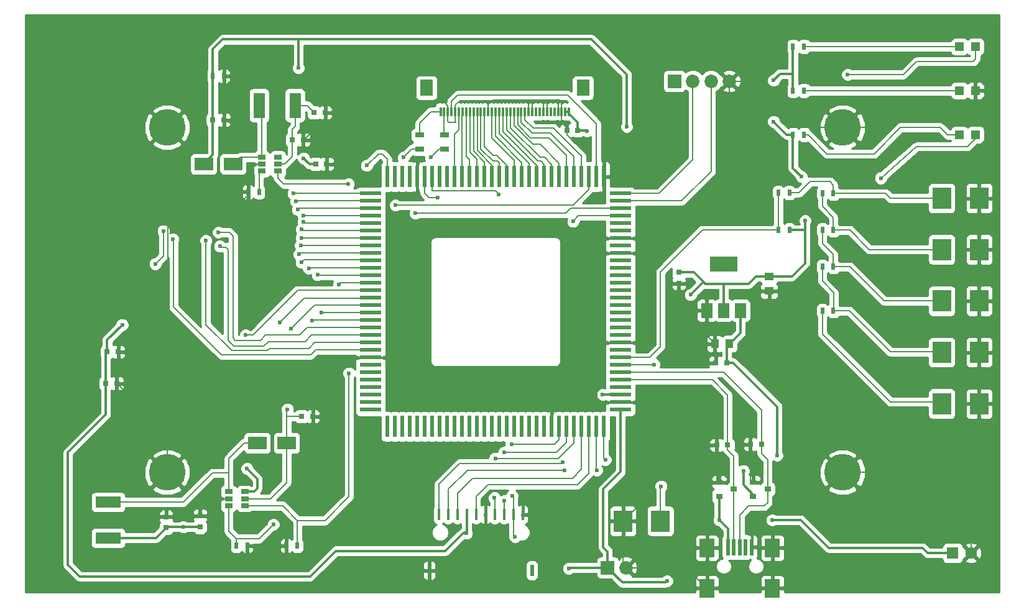
<source format=gbr>
G04 #@! TF.FileFunction,Copper,L1,Top,Signal*
%FSLAX46Y46*%
G04 Gerber Fmt 4.6, Leading zero omitted, Abs format (unit mm)*
G04 Created by KiCad (PCBNEW 4.0.7) date 08/21/19 21:36:26*
%MOMM*%
%LPD*%
G01*
G04 APERTURE LIST*
%ADD10C,0.100000*%
%ADD11R,1.000000X1.250000*%
%ADD12R,0.800000X0.750000*%
%ADD13R,0.750000X0.800000*%
%ADD14R,1.250000X1.000000*%
%ADD15R,1.600000X1.600000*%
%ADD16C,1.600000*%
%ADD17R,0.900000X0.800000*%
%ADD18R,1.200000X1.200000*%
%ADD19R,3.500000X1.600000*%
%ADD20R,0.500000X0.900000*%
%ADD21R,1.060000X0.650000*%
%ADD22R,1.800000X2.200000*%
%ADD23R,0.300000X1.300000*%
%ADD24R,1.850000X1.850000*%
%ADD25C,1.850000*%
%ADD26R,1.300000X0.700000*%
%ADD27R,2.500000X3.000000*%
%ADD28R,1.600000X3.500000*%
%ADD29R,3.800000X2.000000*%
%ADD30R,1.500000X2.000000*%
%ADD31R,3.000000X0.600000*%
%ADD32R,0.600000X3.000000*%
%ADD33R,0.304800X1.524000*%
%ADD34R,0.508000X1.524000*%
%ADD35R,2.500000X1.800000*%
%ADD36C,5.000000*%
%ADD37R,0.500000X2.300000*%
%ADD38R,2.000000X2.500000*%
%ADD39C,0.600000*%
%ADD40C,0.300000*%
%ADD41C,0.200000*%
%ADD42C,0.254000*%
G04 APERTURE END LIST*
D10*
D11*
X164600000Y-103500000D03*
X162600000Y-103500000D03*
D12*
X162750000Y-106100000D03*
X164250000Y-106100000D03*
D13*
X157700000Y-95250000D03*
X157700000Y-93750000D03*
D14*
X170000000Y-94300000D03*
X170000000Y-96300000D03*
D15*
X195000000Y-132000000D03*
D16*
X197500000Y-132000000D03*
D12*
X168950000Y-117200000D03*
X167450000Y-117200000D03*
X162850000Y-117300000D03*
X164350000Y-117300000D03*
X106550000Y-75700000D03*
X105050000Y-75700000D03*
X109550000Y-72000000D03*
X108050000Y-72000000D03*
X95750000Y-73000000D03*
X94250000Y-73000000D03*
X109750000Y-79000000D03*
X108250000Y-79000000D03*
X81350000Y-104600000D03*
X79850000Y-104600000D03*
X81150000Y-108900000D03*
X79650000Y-108900000D03*
D17*
X167800000Y-122350000D03*
X167800000Y-124250000D03*
X169800000Y-123300000D03*
X163200000Y-122350000D03*
X163200000Y-124250000D03*
X165200000Y-123300000D03*
D18*
X195900000Y-69000000D03*
X198100000Y-69000000D03*
X195900000Y-75000000D03*
X198100000Y-75000000D03*
X195900000Y-63000000D03*
X198100000Y-63000000D03*
D19*
X80000000Y-129940000D03*
X80000000Y-125060000D03*
D20*
X172750000Y-88000000D03*
X171250000Y-88000000D03*
X172750000Y-82900000D03*
X171250000Y-82900000D03*
X177250000Y-83000000D03*
X178750000Y-83000000D03*
X177250000Y-88000000D03*
X178750000Y-88000000D03*
X177250000Y-93000000D03*
X178750000Y-93000000D03*
X177250000Y-99000000D03*
X178750000Y-99000000D03*
X173250000Y-69000000D03*
X174750000Y-69000000D03*
X173250000Y-75000000D03*
X174750000Y-75000000D03*
X173250000Y-63000000D03*
X174750000Y-63000000D03*
X99050000Y-82800000D03*
X100550000Y-82800000D03*
X94250000Y-67000000D03*
X95750000Y-67000000D03*
D21*
X100900000Y-78050000D03*
X100900000Y-79000000D03*
X100900000Y-79950000D03*
X103100000Y-79950000D03*
X103100000Y-78050000D03*
X103100000Y-79000000D03*
X96400000Y-123650000D03*
X96400000Y-124600000D03*
X96400000Y-125550000D03*
X98600000Y-125550000D03*
X98600000Y-123650000D03*
X98600000Y-124600000D03*
D22*
X123350000Y-68600000D03*
X144650000Y-68600000D03*
D23*
X142750000Y-71850000D03*
X142250000Y-71850000D03*
X141750000Y-71850000D03*
X141250000Y-71850000D03*
X140750000Y-71850000D03*
X140250000Y-71850000D03*
X139750000Y-71850000D03*
X139250000Y-71850000D03*
X138750000Y-71850000D03*
X138250000Y-71850000D03*
X137750000Y-71850000D03*
X137250000Y-71850000D03*
X136750000Y-71850000D03*
X136250000Y-71850000D03*
X135750000Y-71850000D03*
X135250000Y-71850000D03*
X134750000Y-71850000D03*
X134250000Y-71850000D03*
X133750000Y-71850000D03*
X133250000Y-71850000D03*
X132750000Y-71850000D03*
X132250000Y-71850000D03*
X131750000Y-71850000D03*
X131250000Y-71850000D03*
X130750000Y-71850000D03*
X130250000Y-71850000D03*
X129750000Y-71850000D03*
X129250000Y-71850000D03*
X128750000Y-71850000D03*
X128250000Y-71850000D03*
X127750000Y-71850000D03*
X127250000Y-71850000D03*
X126750000Y-71850000D03*
X126250000Y-71850000D03*
X125750000Y-71850000D03*
X125250000Y-71850000D03*
D12*
X142450000Y-74400000D03*
X143950000Y-74400000D03*
D24*
X157100000Y-67700000D03*
D25*
X159600000Y-67700000D03*
X162100000Y-67700000D03*
X164600000Y-67700000D03*
D26*
X122400000Y-75050000D03*
X122400000Y-76950000D03*
X125800000Y-75050000D03*
X125800000Y-76950000D03*
D27*
X193500000Y-83650000D03*
X198600000Y-83650000D03*
X150100000Y-127650000D03*
X155200000Y-127650000D03*
X193500000Y-90650000D03*
X198600000Y-90650000D03*
X193500000Y-97650000D03*
X198600000Y-97650000D03*
X193500000Y-104650000D03*
X198600000Y-104650000D03*
X193500000Y-111650000D03*
X198600000Y-111650000D03*
D28*
X100560000Y-71000000D03*
X105440000Y-71000000D03*
D29*
X163800000Y-92650000D03*
D30*
X163800000Y-98950000D03*
X166100000Y-98950000D03*
X161500000Y-98950000D03*
D31*
X149762000Y-112476000D03*
X149762000Y-111460000D03*
X149762000Y-110444000D03*
X149762000Y-109428000D03*
X149762000Y-108412000D03*
X149762000Y-107396000D03*
X149762000Y-106380000D03*
X149762000Y-105364000D03*
X149762000Y-104348000D03*
X149762000Y-103332000D03*
X149762000Y-102316000D03*
X149762000Y-101300000D03*
X149762000Y-100284000D03*
X149762000Y-99268000D03*
X149762000Y-98252000D03*
X149762000Y-97236000D03*
X149762000Y-96220000D03*
X149762000Y-95204000D03*
X149762000Y-94188000D03*
X149762000Y-93172000D03*
X149762000Y-92156000D03*
X149762000Y-91140000D03*
X149762000Y-90124000D03*
X149762000Y-89108000D03*
X149762000Y-88092000D03*
X149762000Y-87076000D03*
X149762000Y-86060000D03*
X149762000Y-85044000D03*
X149762000Y-84028000D03*
X149762000Y-83012000D03*
D32*
X147476000Y-80726000D03*
X146460000Y-80726000D03*
X145444000Y-80726000D03*
X144428000Y-80726000D03*
X143412000Y-80726000D03*
X142396000Y-80726000D03*
X141380000Y-80726000D03*
X140364000Y-80726000D03*
X139348000Y-80726000D03*
X138332000Y-80726000D03*
X137316000Y-80726000D03*
X136300000Y-80726000D03*
X135284000Y-80726000D03*
X134268000Y-80726000D03*
X133252000Y-80726000D03*
X132236000Y-80726000D03*
X131220000Y-80726000D03*
X130204000Y-80726000D03*
X129188000Y-80726000D03*
X128172000Y-80726000D03*
X127156000Y-80726000D03*
X126140000Y-80726000D03*
X125124000Y-80726000D03*
X124108000Y-80726000D03*
X123092000Y-80726000D03*
X122076000Y-80726000D03*
X121060000Y-80726000D03*
X120044000Y-80726000D03*
X119028000Y-80726000D03*
X118012000Y-80726000D03*
D31*
X115726000Y-83012000D03*
X115726000Y-84028000D03*
X115726000Y-85044000D03*
X115726000Y-86060000D03*
X115726000Y-87076000D03*
X115726000Y-88092000D03*
X115726000Y-89108000D03*
X115726000Y-90124000D03*
X115726000Y-91140000D03*
X115726000Y-92156000D03*
X115726000Y-93172000D03*
X115726000Y-94188000D03*
X115726000Y-95204000D03*
X115726000Y-96220000D03*
X115726000Y-97236000D03*
X115726000Y-98252000D03*
X115726000Y-99268000D03*
X115726000Y-100284000D03*
X115726000Y-101300000D03*
X115726000Y-102316000D03*
X115726000Y-103332000D03*
X115726000Y-104348000D03*
X115726000Y-105364000D03*
X115726000Y-106380000D03*
X115726000Y-107396000D03*
X115726000Y-108412000D03*
X115726000Y-109428000D03*
X115726000Y-110444000D03*
X115726000Y-111460000D03*
X115726000Y-112476000D03*
D32*
X118012000Y-114762000D03*
X119028000Y-114762000D03*
X120044000Y-114762000D03*
X121060000Y-114762000D03*
X122076000Y-114762000D03*
X123092000Y-114762000D03*
X124108000Y-114762000D03*
X125124000Y-114762000D03*
X126140000Y-114762000D03*
X127156000Y-114762000D03*
X128172000Y-114762000D03*
X129188000Y-114762000D03*
X130204000Y-114762000D03*
X131220000Y-114762000D03*
X132236000Y-114762000D03*
X133252000Y-114762000D03*
X134268000Y-114762000D03*
X135284000Y-114762000D03*
X136300000Y-114762000D03*
X137316000Y-114762000D03*
X138332000Y-114762000D03*
X139348000Y-114762000D03*
X140364000Y-114762000D03*
X141380000Y-114762000D03*
X142396000Y-114762000D03*
X143412000Y-114762000D03*
X144428000Y-114762000D03*
X145444000Y-114762000D03*
X146460000Y-114762000D03*
X147476000Y-114762000D03*
D33*
X125016000Y-126746000D03*
X126286000Y-126746000D03*
X127556000Y-126746000D03*
X128826000Y-126746000D03*
X130096000Y-126746000D03*
X131366000Y-126746000D03*
X132636000Y-126746000D03*
X133906000Y-126746000D03*
X135176000Y-126746000D03*
X136446000Y-126746000D03*
D34*
X123746000Y-134366000D03*
X137716000Y-134366000D03*
D13*
X87900000Y-127050000D03*
X87900000Y-128550000D03*
X92500000Y-126950000D03*
X92500000Y-128450000D03*
D12*
X107850000Y-113400000D03*
X106350000Y-113400000D03*
D35*
X104300000Y-117000000D03*
X100300000Y-117000000D03*
D24*
X148000000Y-134000000D03*
D25*
X150500000Y-134000000D03*
D20*
X97450000Y-131000000D03*
X98950000Y-131000000D03*
X105750000Y-131000000D03*
X104250000Y-131000000D03*
D35*
X93000000Y-79000000D03*
X97000000Y-79000000D03*
D36*
X88000000Y-74000000D03*
X180000000Y-74000000D03*
X88000000Y-121000000D03*
X180000000Y-121000000D03*
D37*
X164400000Y-131200000D03*
X165200000Y-131200000D03*
X166000000Y-131200000D03*
X166800000Y-131200000D03*
X167600000Y-131200000D03*
D38*
X161550000Y-131300000D03*
X161550000Y-136800000D03*
X170450000Y-131300000D03*
X170450000Y-136800000D03*
D39*
X142700000Y-134100000D03*
X90200000Y-128450000D03*
X98900000Y-120500000D03*
X171100000Y-118700000D03*
X166500000Y-120800000D03*
X163200000Y-127500000D03*
X156100000Y-135800000D03*
X170400000Y-127500000D03*
X85000000Y-127100000D03*
X83600000Y-106600000D03*
X88100000Y-100300000D03*
X88200000Y-86300000D03*
X141200000Y-123900000D03*
X150100000Y-123900000D03*
X164600000Y-76300000D03*
X147500000Y-76300000D03*
X159400000Y-103600000D03*
X154300000Y-103400000D03*
X145000000Y-76200000D03*
X122100000Y-78200000D03*
X113200000Y-75500000D03*
X99100000Y-79800000D03*
X99000000Y-75800000D03*
X94700000Y-87100000D03*
X175400000Y-115100000D03*
X162800000Y-114900000D03*
X167400000Y-115200000D03*
X161100000Y-105500000D03*
X161500000Y-110300000D03*
X131200000Y-129400000D03*
X81900000Y-100900000D03*
X159300000Y-96800000D03*
X147300000Y-110400000D03*
X174900000Y-86700000D03*
X174400000Y-80700000D03*
X170600000Y-67600000D03*
X170600000Y-73200000D03*
X128800000Y-129300000D03*
X105900000Y-65900000D03*
X106600000Y-78200000D03*
X145200000Y-74500000D03*
X150600000Y-73900000D03*
X133200000Y-83100000D03*
X185200000Y-80900000D03*
X124900000Y-83600000D03*
X180700000Y-66800000D03*
X135400000Y-129800000D03*
X135000000Y-124200000D03*
X134900000Y-117200000D03*
X87500000Y-88100000D03*
X86400000Y-92600000D03*
X141900000Y-119600000D03*
X147700000Y-119300000D03*
X146500000Y-120700000D03*
X142100000Y-120700000D03*
X132700000Y-119100000D03*
X132600000Y-124500000D03*
X133900000Y-124900000D03*
X133900000Y-118300000D03*
X155300000Y-122900000D03*
X154300000Y-106300000D03*
X143300000Y-86800000D03*
X123900000Y-78100000D03*
X120200000Y-78100000D03*
X121800000Y-85700000D03*
X119100000Y-84600000D03*
X112700000Y-81700000D03*
X115200000Y-79200000D03*
X112800000Y-107500000D03*
X105200000Y-83000000D03*
X105600000Y-84100000D03*
X105800000Y-85200000D03*
X106600000Y-86000000D03*
X106600000Y-86900000D03*
X106300000Y-87900000D03*
X106300000Y-89100000D03*
X106200000Y-90100000D03*
X106000000Y-91300000D03*
X106300000Y-92400000D03*
X107300000Y-93200000D03*
X108500000Y-94100000D03*
X111400000Y-95400000D03*
X98700000Y-102300000D03*
X103400000Y-100600000D03*
X104900000Y-101400000D03*
X109000000Y-99200000D03*
X107800000Y-100300000D03*
X95000000Y-88300000D03*
X95200000Y-90200000D03*
X93300000Y-89400000D03*
X88800000Y-89200000D03*
X102500000Y-128100000D03*
X104400000Y-112400000D03*
D40*
X189100000Y-131300000D02*
X190900000Y-131300000D01*
X184000000Y-131300000D02*
X189100000Y-131300000D01*
X191600000Y-132000000D02*
X195000000Y-132000000D01*
X190900000Y-131300000D02*
X191600000Y-132000000D01*
X148000000Y-134000000D02*
X142800000Y-134000000D01*
X142800000Y-134000000D02*
X142700000Y-134100000D01*
X98600000Y-123650000D02*
X99850000Y-123650000D01*
X98900000Y-120500000D02*
X100300000Y-121900000D01*
X100300000Y-121900000D02*
X100300000Y-123200000D01*
X100300000Y-123200000D02*
X99850000Y-123650000D01*
X80000000Y-129940000D02*
X86510000Y-129940000D01*
X86510000Y-129940000D02*
X88000000Y-128450000D01*
X88000000Y-128450000D02*
X90200000Y-128450000D01*
X90200000Y-128450000D02*
X92500000Y-128450000D01*
X164250000Y-106100000D02*
X165100000Y-106100000D01*
X171100000Y-112100000D02*
X171100000Y-118700000D01*
X165100000Y-106100000D02*
X171100000Y-112100000D01*
X167800000Y-124250000D02*
X167800000Y-124000000D01*
X167800000Y-124000000D02*
X166500000Y-122700000D01*
X166500000Y-122700000D02*
X166500000Y-120800000D01*
X164400000Y-131200000D02*
X164400000Y-128700000D01*
X164400000Y-128700000D02*
X163200000Y-127500000D01*
X163200000Y-124250000D02*
X163200000Y-127500000D01*
X148000000Y-134000000D02*
X148000000Y-131800000D01*
X149762000Y-120938000D02*
X149762000Y-112476000D01*
X147400000Y-123300000D02*
X149762000Y-120938000D01*
X147400000Y-131200000D02*
X147400000Y-123300000D01*
X148000000Y-131800000D02*
X147400000Y-131200000D01*
X184100000Y-131300000D02*
X184000000Y-131300000D01*
X184000000Y-131300000D02*
X178100000Y-131300000D01*
X150000000Y-136000000D02*
X148000000Y-134000000D01*
X155900000Y-136000000D02*
X150000000Y-136000000D01*
X156100000Y-135800000D02*
X155900000Y-136000000D01*
X174300000Y-127500000D02*
X170400000Y-127500000D01*
X178100000Y-131300000D02*
X174300000Y-127500000D01*
X164250000Y-106100000D02*
X164250000Y-103850000D01*
X164250000Y-103850000D02*
X166100000Y-102000000D01*
X166100000Y-102000000D02*
X166100000Y-98950000D01*
D41*
X197500000Y-132000000D02*
X197500000Y-128500000D01*
X197500000Y-128500000D02*
X194600000Y-125600000D01*
X107850000Y-113400000D02*
X107850000Y-111450000D01*
X93450000Y-110300000D02*
X88000000Y-115750000D01*
X106700000Y-110300000D02*
X93450000Y-110300000D01*
X107850000Y-111450000D02*
X106700000Y-110300000D01*
X87900000Y-127050000D02*
X85050000Y-127050000D01*
X85050000Y-127050000D02*
X85000000Y-127100000D01*
X88000000Y-121000000D02*
X88000000Y-115750000D01*
X88000000Y-115750000D02*
X81150000Y-108900000D01*
X87900000Y-127050000D02*
X92400000Y-127050000D01*
X92400000Y-127050000D02*
X92500000Y-126950000D01*
X83500000Y-106700000D02*
X81350000Y-106700000D01*
X83600000Y-106600000D02*
X83500000Y-106700000D01*
X81350000Y-104600000D02*
X81350000Y-106700000D01*
X81350000Y-106700000D02*
X81350000Y-108700000D01*
X81350000Y-108700000D02*
X81150000Y-108900000D01*
X92500000Y-126950000D02*
X94150000Y-126950000D01*
X102200000Y-133200000D02*
X102200000Y-131000000D01*
X101500000Y-133900000D02*
X102200000Y-133200000D01*
X96300000Y-133900000D02*
X101500000Y-133900000D01*
X95000000Y-132600000D02*
X96300000Y-133900000D01*
X95000000Y-127800000D02*
X95000000Y-132600000D01*
X94150000Y-126950000D02*
X95000000Y-127800000D01*
X98950000Y-131000000D02*
X102200000Y-131000000D01*
X102200000Y-131000000D02*
X104250000Y-131000000D01*
X92500000Y-126950000D02*
X92500000Y-126200000D01*
X94100000Y-124600000D02*
X96400000Y-124600000D01*
X92500000Y-126200000D02*
X94100000Y-124600000D01*
X88100000Y-86400000D02*
X88100000Y-100300000D01*
X88200000Y-86300000D02*
X88100000Y-86400000D01*
X161550000Y-136800000D02*
X170450000Y-136800000D01*
X170450000Y-131300000D02*
X170450000Y-136800000D01*
X161550000Y-131300000D02*
X161550000Y-136800000D01*
X140200000Y-124900000D02*
X140200000Y-131300000D01*
X131200000Y-134300000D02*
X131200000Y-129400000D01*
X133300000Y-136400000D02*
X131200000Y-134300000D01*
X139000000Y-136400000D02*
X133300000Y-136400000D01*
X140200000Y-135200000D02*
X139000000Y-136400000D01*
X140200000Y-131300000D02*
X140200000Y-135200000D01*
X150100000Y-127650000D02*
X150100000Y-123900000D01*
X136446000Y-125454000D02*
X136446000Y-126746000D01*
X137000000Y-124900000D02*
X136446000Y-125454000D01*
X140200000Y-124900000D02*
X137000000Y-124900000D01*
X141200000Y-123900000D02*
X140200000Y-124900000D01*
X149762000Y-89108000D02*
X156392000Y-89108000D01*
X156392000Y-89108000D02*
X164600000Y-80900000D01*
X164600000Y-80900000D02*
X164600000Y-76300000D01*
X164600000Y-76300000D02*
X164600000Y-67700000D01*
X147476000Y-80726000D02*
X147476000Y-76324000D01*
X147476000Y-76324000D02*
X147500000Y-76300000D01*
X149762000Y-91140000D02*
X153540000Y-91140000D01*
X154300000Y-91900000D02*
X154300000Y-103400000D01*
X153540000Y-91140000D02*
X154300000Y-91900000D01*
X159350000Y-98950000D02*
X159350000Y-103550000D01*
X159350000Y-103550000D02*
X159400000Y-103600000D01*
X154232000Y-103332000D02*
X149762000Y-103332000D01*
X154300000Y-103400000D02*
X154232000Y-103332000D01*
X142450000Y-74400000D02*
X142450000Y-75050000D01*
X143600000Y-76200000D02*
X145000000Y-76200000D01*
X142450000Y-75050000D02*
X143600000Y-76200000D01*
X149762000Y-89108000D02*
X146992000Y-89108000D01*
X147040000Y-91140000D02*
X149762000Y-91140000D01*
X146600000Y-90700000D02*
X147040000Y-91140000D01*
X146600000Y-89500000D02*
X146600000Y-90700000D01*
X146992000Y-89108000D02*
X146600000Y-89500000D01*
X198600000Y-111650000D02*
X198600000Y-119100000D01*
X193600000Y-124100000D02*
X193600000Y-124600000D01*
X198600000Y-119100000D02*
X193600000Y-124100000D01*
X186600000Y-123700000D02*
X192700000Y-123700000D01*
X192700000Y-123700000D02*
X193600000Y-124600000D01*
X186600000Y-123700000D02*
X183900000Y-121000000D01*
X180000000Y-121000000D02*
X183900000Y-121000000D01*
X193600000Y-124600000D02*
X194500000Y-125500000D01*
X190100000Y-71200000D02*
X197000000Y-71200000D01*
X183500000Y-74000000D02*
X185900000Y-71600000D01*
X185900000Y-71600000D02*
X189700000Y-71600000D01*
X189700000Y-71600000D02*
X190100000Y-71200000D01*
X180000000Y-74000000D02*
X183500000Y-74000000D01*
X198100000Y-70100000D02*
X198100000Y-69000000D01*
X197000000Y-71200000D02*
X198100000Y-70100000D01*
X198600000Y-111650000D02*
X198600000Y-104650000D01*
X198600000Y-97650000D02*
X198600000Y-104650000D01*
X198600000Y-90650000D02*
X198600000Y-97650000D01*
X198600000Y-83650000D02*
X198600000Y-90650000D01*
X126250000Y-71850000D02*
X126250000Y-71050000D01*
X116200000Y-70600000D02*
X113200000Y-73600000D01*
X125800000Y-70600000D02*
X116200000Y-70600000D01*
X126250000Y-71050000D02*
X125800000Y-70600000D01*
X122076000Y-80726000D02*
X122076000Y-78224000D01*
X122076000Y-78224000D02*
X122100000Y-78200000D01*
X113200000Y-75500000D02*
X113250000Y-75500000D01*
X113250000Y-75500000D02*
X113200000Y-75500000D01*
X113200000Y-75500000D02*
X113250000Y-75500000D01*
X95750000Y-73000000D02*
X96200000Y-73000000D01*
X99050000Y-79800000D02*
X99050000Y-79750000D01*
X99100000Y-79800000D02*
X99050000Y-79800000D01*
X96200000Y-73000000D02*
X99000000Y-75800000D01*
X99050000Y-82800000D02*
X99050000Y-83250000D01*
X99050000Y-83250000D02*
X95200000Y-87100000D01*
X95200000Y-87100000D02*
X94700000Y-87100000D01*
X106550000Y-75700000D02*
X107800000Y-75700000D01*
X109750000Y-77650000D02*
X109750000Y-79000000D01*
X107800000Y-75700000D02*
X109750000Y-77650000D01*
X106550000Y-75700000D02*
X106700000Y-75700000D01*
X106700000Y-75700000D02*
X109550000Y-72850000D01*
X109550000Y-72850000D02*
X109550000Y-72000000D01*
X113250000Y-75300000D02*
X113250000Y-75500000D01*
X113250000Y-73650000D02*
X113250000Y-75300000D01*
X113200000Y-73600000D02*
X113250000Y-73650000D01*
X111600000Y-72000000D02*
X113200000Y-73600000D01*
X109550000Y-72000000D02*
X111600000Y-72000000D01*
X113250000Y-75500000D02*
X113250000Y-77550000D01*
X113250000Y-77550000D02*
X111800000Y-79000000D01*
X111800000Y-79000000D02*
X109750000Y-79000000D01*
X100900000Y-79000000D02*
X99800000Y-79000000D01*
X99800000Y-79000000D02*
X99050000Y-79750000D01*
X99050000Y-79750000D02*
X99050000Y-82800000D01*
X95750000Y-67000000D02*
X95750000Y-73000000D01*
X115726000Y-105364000D02*
X120564000Y-105364000D01*
X123700000Y-108500000D02*
X146500000Y-108500000D01*
X120564000Y-105364000D02*
X123700000Y-108500000D01*
X149762000Y-103332000D02*
X147368000Y-103332000D01*
X147368000Y-103332000D02*
X146500000Y-104200000D01*
X146500000Y-104200000D02*
X146500000Y-108500000D01*
X146500000Y-108500000D02*
X146500000Y-111300000D01*
X140364000Y-114762000D02*
X140364000Y-113036000D01*
X141940000Y-111460000D02*
X149762000Y-111460000D01*
X140364000Y-113036000D02*
X141940000Y-111460000D01*
X167600000Y-131200000D02*
X167600000Y-128500000D01*
X175400000Y-125600000D02*
X180000000Y-121000000D01*
X170500000Y-125600000D02*
X175400000Y-125600000D01*
X167600000Y-128500000D02*
X170500000Y-125600000D01*
X170000000Y-96300000D02*
X173000000Y-96300000D01*
X175400000Y-98700000D02*
X175400000Y-115100000D01*
X173000000Y-96300000D02*
X175400000Y-98700000D01*
X175400000Y-115100000D02*
X175400000Y-116400000D01*
X175400000Y-116400000D02*
X180000000Y-121000000D01*
X167450000Y-117200000D02*
X167450000Y-115250000D01*
X167450000Y-115250000D02*
X167400000Y-115200000D01*
X162800000Y-114900000D02*
X162850000Y-114900000D01*
X162850000Y-114900000D02*
X162800000Y-114900000D01*
X162800000Y-114900000D02*
X162850000Y-114900000D01*
X162850000Y-117300000D02*
X162850000Y-114900000D01*
X162850000Y-114900000D02*
X162850000Y-111650000D01*
X161700000Y-104900000D02*
X162750000Y-104900000D01*
X161100000Y-105500000D02*
X161700000Y-104900000D01*
X162850000Y-111650000D02*
X161500000Y-110300000D01*
X162850000Y-117300000D02*
X162850000Y-122000000D01*
X162850000Y-122000000D02*
X163200000Y-122350000D01*
X167450000Y-117200000D02*
X167450000Y-122000000D01*
X167450000Y-122000000D02*
X167800000Y-122350000D01*
X141750000Y-71850000D02*
X141750000Y-73350000D01*
X141750000Y-73350000D02*
X142450000Y-74050000D01*
X142450000Y-74050000D02*
X142450000Y-74400000D01*
X164600000Y-67700000D02*
X168100000Y-67700000D01*
X168100000Y-67700000D02*
X174400000Y-74000000D01*
X174400000Y-74000000D02*
X180000000Y-74000000D01*
X141250000Y-71850000D02*
X141250000Y-70300000D01*
X141100000Y-70200000D02*
X141100000Y-70300000D01*
X141150000Y-70200000D02*
X141100000Y-70200000D01*
X141250000Y-70300000D02*
X141150000Y-70200000D01*
X139600000Y-70300000D02*
X141100000Y-70300000D01*
X141100000Y-70300000D02*
X141500000Y-70300000D01*
X141750000Y-70550000D02*
X141750000Y-71850000D01*
X141500000Y-70300000D02*
X141750000Y-70550000D01*
X139250000Y-71850000D02*
X139250000Y-70300000D01*
X139200000Y-70400000D02*
X139200000Y-70300000D01*
X139200000Y-70350000D02*
X139200000Y-70400000D01*
X139250000Y-70300000D02*
X139200000Y-70350000D01*
X137400000Y-70300000D02*
X139200000Y-70300000D01*
X139200000Y-70300000D02*
X139600000Y-70300000D01*
X139750000Y-70450000D02*
X139750000Y-71850000D01*
X139600000Y-70300000D02*
X139750000Y-70450000D01*
X137250000Y-71850000D02*
X137250000Y-70450000D01*
X137250000Y-70450000D02*
X137400000Y-70300000D01*
X131750000Y-70850000D02*
X132300000Y-70300000D01*
X137750000Y-70650000D02*
X137750000Y-71850000D01*
X137400000Y-70300000D02*
X137750000Y-70650000D01*
X132300000Y-70300000D02*
X137400000Y-70300000D01*
X127250000Y-71850000D02*
X127250000Y-70950000D01*
X131750000Y-70850000D02*
X131750000Y-71850000D01*
X131300000Y-70400000D02*
X131750000Y-70850000D01*
X127800000Y-70400000D02*
X131300000Y-70400000D01*
X127250000Y-70950000D02*
X127800000Y-70400000D01*
X126250000Y-71850000D02*
X126250000Y-73150000D01*
X127250000Y-73250000D02*
X127250000Y-71850000D01*
X127300000Y-73300000D02*
X127250000Y-73250000D01*
X126400000Y-73300000D02*
X127300000Y-73300000D01*
X126250000Y-73150000D02*
X126400000Y-73300000D01*
X167600000Y-131200000D02*
X170350000Y-131200000D01*
X170350000Y-131200000D02*
X170450000Y-131300000D01*
X161550000Y-131300000D02*
X160200000Y-131300000D01*
X158700000Y-132800000D02*
X158700000Y-133800000D01*
X160200000Y-131300000D02*
X158700000Y-132800000D01*
X131366000Y-129234000D02*
X131366000Y-126746000D01*
X131200000Y-129400000D02*
X131366000Y-129234000D01*
X149762000Y-111460000D02*
X151460000Y-111460000D01*
X152600000Y-125150000D02*
X150100000Y-127650000D01*
X152600000Y-112600000D02*
X152600000Y-125150000D01*
X151460000Y-111460000D02*
X152600000Y-112600000D01*
X157700000Y-95250000D02*
X157700000Y-97300000D01*
X159350000Y-98950000D02*
X161500000Y-98950000D01*
X157700000Y-97300000D02*
X159350000Y-98950000D01*
X162750000Y-106100000D02*
X162750000Y-104900000D01*
X162750000Y-104900000D02*
X162750000Y-103650000D01*
X162750000Y-103650000D02*
X162600000Y-103500000D01*
X161500000Y-98950000D02*
X161500000Y-102400000D01*
X161500000Y-102400000D02*
X162600000Y-103500000D01*
X150500000Y-134000000D02*
X158750000Y-134000000D01*
X158750000Y-134000000D02*
X161550000Y-136800000D01*
X150100000Y-127650000D02*
X150100000Y-133600000D01*
X150100000Y-133600000D02*
X150500000Y-134000000D01*
D40*
X79850000Y-104600000D02*
X79850000Y-102950000D01*
X79850000Y-102950000D02*
X81900000Y-100900000D01*
X79650000Y-108900000D02*
X79650000Y-104800000D01*
X79650000Y-104800000D02*
X79850000Y-104600000D01*
X128800000Y-129300000D02*
X128300000Y-129300000D01*
X79650000Y-113150000D02*
X79650000Y-108900000D01*
X74500000Y-118300000D02*
X79650000Y-113150000D01*
X74500000Y-133600000D02*
X74500000Y-118300000D01*
X76100000Y-135200000D02*
X74500000Y-133600000D01*
X107500000Y-135200000D02*
X76100000Y-135200000D01*
X111000000Y-131700000D02*
X107500000Y-135200000D01*
X125900000Y-131700000D02*
X111000000Y-131700000D01*
X128300000Y-129300000D02*
X125900000Y-131700000D01*
X161000000Y-95100000D02*
X161100000Y-95100000D01*
X159300000Y-96800000D02*
X161000000Y-95100000D01*
X147344000Y-110444000D02*
X149762000Y-110444000D01*
X147300000Y-110400000D02*
X147344000Y-110444000D01*
X172750000Y-88000000D02*
X174900000Y-88000000D01*
X174900000Y-88000000D02*
X174900000Y-88100000D01*
X173250000Y-75000000D02*
X173250000Y-79550000D01*
X173100000Y-94300000D02*
X170000000Y-94300000D01*
X174900000Y-92500000D02*
X173100000Y-94300000D01*
X174900000Y-86700000D02*
X174900000Y-88100000D01*
X174900000Y-88100000D02*
X174900000Y-92500000D01*
X173250000Y-79550000D02*
X174400000Y-80700000D01*
X173250000Y-75000000D02*
X172400000Y-75000000D01*
X171500000Y-66700000D02*
X173250000Y-66700000D01*
X170600000Y-67600000D02*
X171500000Y-66700000D01*
X172400000Y-75000000D02*
X170600000Y-73200000D01*
X173250000Y-63000000D02*
X173250000Y-66700000D01*
X173250000Y-66700000D02*
X173250000Y-69000000D01*
X128826000Y-129274000D02*
X128826000Y-126746000D01*
X128800000Y-129300000D02*
X128826000Y-129274000D01*
X163800000Y-98950000D02*
X163800000Y-95300000D01*
X163700000Y-95400000D02*
X163700000Y-95300000D01*
X163800000Y-95300000D02*
X163700000Y-95400000D01*
X157700000Y-93750000D02*
X159750000Y-93750000D01*
X159750000Y-93750000D02*
X161100000Y-95100000D01*
X168200000Y-94300000D02*
X170000000Y-94300000D01*
X163700000Y-95300000D02*
X167200000Y-95300000D01*
X167200000Y-95300000D02*
X168200000Y-94300000D01*
X161300000Y-95300000D02*
X163700000Y-95300000D01*
X161100000Y-95100000D02*
X161300000Y-95300000D01*
D41*
X105440000Y-71000000D02*
X107050000Y-71000000D01*
X107050000Y-71000000D02*
X108050000Y-72000000D01*
X105440000Y-71000000D02*
X105440000Y-73860000D01*
X105050000Y-74250000D02*
X105050000Y-75700000D01*
X105440000Y-73860000D02*
X105050000Y-74250000D01*
X103100000Y-79000000D02*
X104000000Y-79000000D01*
X105050000Y-77950000D02*
X105050000Y-75700000D01*
X104000000Y-79000000D02*
X105050000Y-77950000D01*
D40*
X108250000Y-79000000D02*
X107400000Y-79000000D01*
X105900000Y-65900000D02*
X105900000Y-62000000D01*
X107400000Y-79000000D02*
X106600000Y-78200000D01*
X105900000Y-62000000D02*
X105900000Y-62100000D01*
X105900000Y-62100000D02*
X105900000Y-62000000D01*
X94250000Y-67000000D02*
X94250000Y-63350000D01*
X145100000Y-74400000D02*
X143950000Y-74400000D01*
X145200000Y-74500000D02*
X145100000Y-74400000D01*
X150600000Y-66800000D02*
X150600000Y-73900000D01*
X145800000Y-62000000D02*
X150600000Y-66800000D01*
X95600000Y-62000000D02*
X105900000Y-62000000D01*
X105900000Y-62000000D02*
X117300000Y-62000000D01*
X117300000Y-62000000D02*
X145800000Y-62000000D01*
X94250000Y-63350000D02*
X95600000Y-62000000D01*
X94250000Y-73000000D02*
X94250000Y-77750000D01*
X94250000Y-77750000D02*
X93000000Y-79000000D01*
X94250000Y-73000000D02*
X94250000Y-67000000D01*
X142750000Y-71850000D02*
X142750000Y-72150000D01*
X142750000Y-72150000D02*
X143950000Y-73350000D01*
X143950000Y-73350000D02*
X143950000Y-74400000D01*
X142250000Y-71850000D02*
X142750000Y-71850000D01*
D41*
X195900000Y-69000000D02*
X187900000Y-69000000D01*
X187900000Y-69000000D02*
X174750000Y-69000000D01*
X187900000Y-74000000D02*
X193300000Y-74000000D01*
X175300000Y-75000000D02*
X177900000Y-77600000D01*
X177900000Y-77600000D02*
X184300000Y-77600000D01*
X184300000Y-77600000D02*
X187900000Y-74000000D01*
X174750000Y-75000000D02*
X175300000Y-75000000D01*
X194300000Y-75000000D02*
X195900000Y-75000000D01*
X193300000Y-74000000D02*
X194300000Y-75000000D01*
X124108000Y-82600000D02*
X132700000Y-82600000D01*
X132700000Y-82600000D02*
X133200000Y-83100000D01*
X190100000Y-76600000D02*
X197000000Y-76600000D01*
X197000000Y-76600000D02*
X198100000Y-75500000D01*
X190100000Y-76600000D02*
X185200000Y-80900000D01*
X198100000Y-75500000D02*
X198100000Y-75000000D01*
X124108000Y-80726000D02*
X124108000Y-82600000D01*
X124108000Y-82600000D02*
X124108000Y-82608000D01*
X195900000Y-63000000D02*
X187900000Y-63000000D01*
X187900000Y-63000000D02*
X174750000Y-63000000D01*
X190100000Y-65000000D02*
X197800000Y-65000000D01*
X123092000Y-82992000D02*
X123700000Y-83600000D01*
X123700000Y-83600000D02*
X124900000Y-83600000D01*
X188300000Y-66800000D02*
X180700000Y-66800000D01*
X190100000Y-65000000D02*
X188300000Y-66800000D01*
X198100000Y-64700000D02*
X198100000Y-63000000D01*
X197800000Y-65000000D02*
X198100000Y-64700000D01*
X123092000Y-82800000D02*
X123092000Y-82992000D01*
X123092000Y-82992000D02*
X123092000Y-82800000D01*
X123092000Y-82800000D02*
X123092000Y-80726000D01*
X100900000Y-78050000D02*
X100900000Y-71340000D01*
X100900000Y-71340000D02*
X100560000Y-71000000D01*
X100900000Y-78050000D02*
X97950000Y-78050000D01*
X97950000Y-78050000D02*
X97000000Y-79000000D01*
X80000000Y-125060000D02*
X90240000Y-125060000D01*
X96300000Y-121100000D02*
X96400000Y-121200000D01*
X94200000Y-121100000D02*
X96300000Y-121100000D01*
X90240000Y-125060000D02*
X94200000Y-121100000D01*
X100300000Y-117000000D02*
X98500000Y-117000000D01*
X96400000Y-119100000D02*
X96400000Y-121200000D01*
X96400000Y-121200000D02*
X96400000Y-121600000D01*
X96400000Y-121600000D02*
X96400000Y-123650000D01*
X98500000Y-117000000D02*
X96400000Y-119100000D01*
X171250000Y-88000000D02*
X160900000Y-88000000D01*
X153736000Y-105364000D02*
X149762000Y-105364000D01*
X155200000Y-103900000D02*
X153736000Y-105364000D01*
X155200000Y-93700000D02*
X155200000Y-103900000D01*
X160900000Y-88000000D02*
X155200000Y-93700000D01*
X171250000Y-88000000D02*
X171250000Y-82900000D01*
X193500000Y-83650000D02*
X186500000Y-83650000D01*
X185850000Y-83000000D02*
X186500000Y-83650000D01*
X185850000Y-83000000D02*
X178750000Y-83000000D01*
X172750000Y-82900000D02*
X174100000Y-82900000D01*
X178750000Y-81850000D02*
X178750000Y-83000000D01*
X178300000Y-81400000D02*
X178750000Y-81850000D01*
X175600000Y-81400000D02*
X178300000Y-81400000D01*
X174100000Y-82900000D02*
X175600000Y-81400000D01*
X193500000Y-90650000D02*
X186500000Y-90650000D01*
X183650000Y-90650000D02*
X181000000Y-88000000D01*
X181000000Y-88000000D02*
X178750000Y-88000000D01*
X186500000Y-90650000D02*
X183650000Y-90650000D01*
X177250000Y-83000000D02*
X177250000Y-84750000D01*
X178750000Y-86250000D02*
X178750000Y-88000000D01*
X177250000Y-84750000D02*
X178750000Y-86250000D01*
X193500000Y-97650000D02*
X186500000Y-97650000D01*
X181000000Y-93000000D02*
X178750000Y-93000000D01*
X185650000Y-97650000D02*
X181000000Y-93000000D01*
X186500000Y-97650000D02*
X185650000Y-97650000D01*
X177250000Y-88000000D02*
X177250000Y-89850000D01*
X178700000Y-91300000D02*
X178700000Y-92950000D01*
X177250000Y-89850000D02*
X178700000Y-91300000D01*
X178700000Y-92950000D02*
X178750000Y-93000000D01*
X193450000Y-104600000D02*
X186500000Y-104600000D01*
X180900000Y-99000000D02*
X178750000Y-99000000D01*
X186500000Y-104600000D02*
X180900000Y-99000000D01*
X193450000Y-104600000D02*
X193500000Y-104650000D01*
X177250000Y-93000000D02*
X177250000Y-94950000D01*
X178800000Y-96500000D02*
X178800000Y-98950000D01*
X177250000Y-94950000D02*
X178800000Y-96500000D01*
X178800000Y-98950000D02*
X178750000Y-99000000D01*
X135176000Y-129576000D02*
X135176000Y-126746000D01*
X135400000Y-129800000D02*
X135176000Y-129576000D01*
X141380000Y-114762000D02*
X141380000Y-116620000D01*
X135176000Y-124376000D02*
X135176000Y-126746000D01*
X135000000Y-124200000D02*
X135176000Y-124376000D01*
X140800000Y-117200000D02*
X134900000Y-117200000D01*
X141380000Y-116620000D02*
X140800000Y-117200000D01*
X193250000Y-111400000D02*
X186500000Y-111400000D01*
X177250000Y-102150000D02*
X177250000Y-99000000D01*
X186500000Y-111400000D02*
X177250000Y-102150000D01*
X193250000Y-111400000D02*
X193500000Y-111650000D01*
X100550000Y-82800000D02*
X100550000Y-80300000D01*
X100550000Y-80300000D02*
X100900000Y-79950000D01*
X87500000Y-91500000D02*
X87500000Y-88100000D01*
X86400000Y-92600000D02*
X87500000Y-91500000D01*
X147476000Y-114762000D02*
X147476000Y-119076000D01*
X125016000Y-122584000D02*
X125016000Y-126746000D01*
X127800000Y-119800000D02*
X125016000Y-122584000D01*
X141700000Y-119800000D02*
X127800000Y-119800000D01*
X141900000Y-119600000D02*
X141700000Y-119800000D01*
X147476000Y-119076000D02*
X147700000Y-119300000D01*
X126286000Y-126746000D02*
X126286000Y-123314000D01*
X146460000Y-120660000D02*
X146460000Y-114762000D01*
X146500000Y-120700000D02*
X146460000Y-120660000D01*
X128900000Y-120700000D02*
X142100000Y-120700000D01*
X126286000Y-123314000D02*
X128900000Y-120700000D01*
X144428000Y-114762000D02*
X144428000Y-120572000D01*
X127556000Y-123844000D02*
X127556000Y-126746000D01*
X129600000Y-121800000D02*
X127556000Y-123844000D01*
X143200000Y-121800000D02*
X129600000Y-121800000D01*
X144428000Y-120572000D02*
X143200000Y-121800000D01*
X145444000Y-114762000D02*
X145444000Y-121156000D01*
X130096000Y-124304000D02*
X130096000Y-126746000D01*
X131700000Y-122700000D02*
X130096000Y-124304000D01*
X143900000Y-122700000D02*
X131700000Y-122700000D01*
X145444000Y-121156000D02*
X143900000Y-122700000D01*
X132636000Y-126746000D02*
X132636000Y-124536000D01*
X143412000Y-116988000D02*
X143412000Y-114762000D01*
X141300000Y-119100000D02*
X143412000Y-116988000D01*
X132700000Y-119100000D02*
X141300000Y-119100000D01*
X132636000Y-124536000D02*
X132600000Y-124500000D01*
X142396000Y-114762000D02*
X142396000Y-116904000D01*
X133906000Y-124906000D02*
X133906000Y-126746000D01*
X133900000Y-124900000D02*
X133906000Y-124906000D01*
X141000000Y-118300000D02*
X133900000Y-118300000D01*
X142396000Y-116904000D02*
X141000000Y-118300000D01*
X149762000Y-106380000D02*
X154220000Y-106380000D01*
X155200000Y-123000000D02*
X155200000Y-127650000D01*
X155300000Y-122900000D02*
X155200000Y-123000000D01*
X154220000Y-106380000D02*
X154300000Y-106300000D01*
X125800000Y-76950000D02*
X125050000Y-76950000D01*
X144040000Y-86060000D02*
X149762000Y-86060000D01*
X143300000Y-86800000D02*
X144040000Y-86060000D01*
X125050000Y-76950000D02*
X123900000Y-78100000D01*
X149762000Y-85044000D02*
X142956000Y-85044000D01*
X121350000Y-76950000D02*
X122400000Y-76950000D01*
X120200000Y-78100000D02*
X121350000Y-76950000D01*
X142300000Y-85700000D02*
X121800000Y-85700000D01*
X142956000Y-85044000D02*
X142300000Y-85700000D01*
X162100000Y-67700000D02*
X162100000Y-80000000D01*
X158072000Y-84028000D02*
X149762000Y-84028000D01*
X162100000Y-80000000D02*
X158072000Y-84028000D01*
X159600000Y-67700000D02*
X159600000Y-78400000D01*
X154988000Y-83012000D02*
X149762000Y-83012000D01*
X159600000Y-78400000D02*
X154988000Y-83012000D01*
X103100000Y-79950000D02*
X103100000Y-80900000D01*
X145444000Y-82456000D02*
X143300000Y-84600000D01*
X143300000Y-84600000D02*
X119100000Y-84600000D01*
X112700000Y-81700000D02*
X104500000Y-81700000D01*
X145444000Y-82456000D02*
X145444000Y-80726000D01*
X103900000Y-81700000D02*
X104500000Y-81700000D01*
X103100000Y-80900000D02*
X103900000Y-81700000D01*
X144428000Y-80726000D02*
X144428000Y-77928000D01*
X136750000Y-72950000D02*
X136750000Y-71850000D01*
X137900000Y-74100000D02*
X136750000Y-72950000D01*
X140600000Y-74100000D02*
X137900000Y-74100000D01*
X144428000Y-77928000D02*
X140600000Y-74100000D01*
X143412000Y-80726000D02*
X143412000Y-78012000D01*
X136250000Y-73350000D02*
X136250000Y-71850000D01*
X137700000Y-74800000D02*
X136250000Y-73350000D01*
X140200000Y-74800000D02*
X137700000Y-74800000D01*
X143412000Y-78012000D02*
X140200000Y-74800000D01*
X142396000Y-80726000D02*
X142396000Y-77796000D01*
X135750000Y-73650000D02*
X135750000Y-71850000D01*
X137500000Y-75400000D02*
X135750000Y-73650000D01*
X140000000Y-75400000D02*
X137500000Y-75400000D01*
X142396000Y-77796000D02*
X140000000Y-75400000D01*
X141380000Y-80726000D02*
X141380000Y-78880000D01*
X135250000Y-73750000D02*
X135250000Y-71850000D01*
X137800000Y-76300000D02*
X135250000Y-73750000D01*
X138800000Y-76300000D02*
X137800000Y-76300000D01*
X141380000Y-78880000D02*
X138800000Y-76300000D01*
X134750000Y-71850000D02*
X134750000Y-74050000D01*
X140364000Y-79064000D02*
X140364000Y-80726000D01*
X139400000Y-78100000D02*
X140364000Y-79064000D01*
X138800000Y-78100000D02*
X139400000Y-78100000D01*
X134750000Y-74050000D02*
X138800000Y-78100000D01*
X134250000Y-71850000D02*
X134250000Y-74350000D01*
X139348000Y-79048000D02*
X139348000Y-80726000D01*
X138900000Y-78600000D02*
X139348000Y-79048000D01*
X138500000Y-78600000D02*
X138900000Y-78600000D01*
X134250000Y-74350000D02*
X138500000Y-78600000D01*
X138332000Y-80726000D02*
X138332000Y-79132000D01*
X133750000Y-74550000D02*
X133750000Y-71850000D01*
X138332000Y-79132000D02*
X133750000Y-74550000D01*
X133250000Y-71850000D02*
X133250000Y-74850000D01*
X137300000Y-78900000D02*
X137300000Y-80710000D01*
X136800000Y-78400000D02*
X137300000Y-78900000D01*
X133250000Y-74850000D02*
X136800000Y-78400000D01*
X137300000Y-80710000D02*
X137316000Y-80726000D01*
X136300000Y-80726000D02*
X136300000Y-78800000D01*
X132700000Y-75200000D02*
X132700000Y-71900000D01*
X136300000Y-78800000D02*
X132700000Y-75200000D01*
X132700000Y-71900000D02*
X132750000Y-71850000D01*
X132250000Y-71850000D02*
X132250000Y-75450000D01*
X135284000Y-78484000D02*
X135284000Y-80726000D01*
X132250000Y-75450000D02*
X135284000Y-78484000D01*
X134268000Y-80726000D02*
X134268000Y-79168000D01*
X131250000Y-76650000D02*
X131250000Y-71850000D01*
X132400000Y-77800000D02*
X131250000Y-76650000D01*
X132900000Y-77800000D02*
X132400000Y-77800000D01*
X134268000Y-79168000D02*
X132900000Y-77800000D01*
X130750000Y-71850000D02*
X130750000Y-76950000D01*
X133252000Y-78852000D02*
X133252000Y-80726000D01*
X133000000Y-78600000D02*
X133252000Y-78852000D01*
X132400000Y-78600000D02*
X133000000Y-78600000D01*
X130750000Y-76950000D02*
X132400000Y-78600000D01*
X132236000Y-80726000D02*
X132236000Y-79136000D01*
X130250000Y-77150000D02*
X130250000Y-71850000D01*
X132236000Y-79136000D02*
X130250000Y-77150000D01*
X131220000Y-80726000D02*
X131220000Y-78720000D01*
X129750000Y-77250000D02*
X129750000Y-71850000D01*
X131220000Y-78720000D02*
X129750000Y-77250000D01*
X129250000Y-71850000D02*
X129250000Y-77350000D01*
X130204000Y-78304000D02*
X130204000Y-80726000D01*
X129250000Y-77350000D02*
X130204000Y-78304000D01*
X128750000Y-71850000D02*
X128750000Y-77950000D01*
X129188000Y-78388000D02*
X129188000Y-80726000D01*
X128750000Y-77950000D02*
X129188000Y-78388000D01*
X128172000Y-80726000D02*
X128172000Y-71928000D01*
X128172000Y-71928000D02*
X128250000Y-71850000D01*
X127156000Y-80726000D02*
X127156000Y-74944000D01*
X127750000Y-74350000D02*
X127750000Y-71850000D01*
X127156000Y-74944000D02*
X127750000Y-74350000D01*
X105750000Y-127600000D02*
X109500000Y-127600000D01*
X118012000Y-78312000D02*
X118012000Y-80726000D01*
X117300000Y-77600000D02*
X118012000Y-78312000D01*
X116800000Y-77600000D02*
X117300000Y-77600000D01*
X115200000Y-79200000D02*
X116800000Y-77600000D01*
X112800000Y-124300000D02*
X112800000Y-107500000D01*
X109500000Y-127600000D02*
X112800000Y-124300000D01*
X98600000Y-125550000D02*
X103750000Y-125550000D01*
X105750000Y-127550000D02*
X105750000Y-127600000D01*
X105750000Y-127600000D02*
X105750000Y-131000000D01*
X103750000Y-125550000D02*
X105750000Y-127550000D01*
X105212000Y-83012000D02*
X115726000Y-83012000D01*
X105200000Y-83000000D02*
X105212000Y-83012000D01*
X105672000Y-84028000D02*
X115726000Y-84028000D01*
X105600000Y-84100000D02*
X105672000Y-84028000D01*
X105956000Y-85044000D02*
X115726000Y-85044000D01*
X105800000Y-85200000D02*
X105956000Y-85044000D01*
X106660000Y-86060000D02*
X115726000Y-86060000D01*
X106600000Y-86000000D02*
X106660000Y-86060000D01*
X106776000Y-87076000D02*
X115726000Y-87076000D01*
X106600000Y-86900000D02*
X106776000Y-87076000D01*
X106492000Y-88092000D02*
X115726000Y-88092000D01*
X106300000Y-87900000D02*
X106492000Y-88092000D01*
X106308000Y-89108000D02*
X115726000Y-89108000D01*
X106300000Y-89100000D02*
X106308000Y-89108000D01*
X106224000Y-90124000D02*
X115726000Y-90124000D01*
X106200000Y-90100000D02*
X106224000Y-90124000D01*
X106160000Y-91140000D02*
X115726000Y-91140000D01*
X106000000Y-91300000D02*
X106160000Y-91140000D01*
X106700000Y-92000000D02*
X115570000Y-92000000D01*
X106300000Y-92400000D02*
X106700000Y-92000000D01*
X115570000Y-92000000D02*
X115726000Y-92156000D01*
X107328000Y-93172000D02*
X115726000Y-93172000D01*
X107300000Y-93200000D02*
X107328000Y-93172000D01*
X108588000Y-94188000D02*
X115726000Y-94188000D01*
X108500000Y-94100000D02*
X108588000Y-94188000D01*
X111596000Y-95204000D02*
X115726000Y-95204000D01*
X111400000Y-95400000D02*
X111596000Y-95204000D01*
X115726000Y-96220000D02*
X105780000Y-96220000D01*
X99700000Y-102300000D02*
X98700000Y-102300000D01*
X105780000Y-96220000D02*
X99700000Y-102300000D01*
X106700000Y-97300000D02*
X115662000Y-97300000D01*
X103400000Y-100600000D02*
X106700000Y-97300000D01*
X115662000Y-97300000D02*
X115726000Y-97236000D01*
X108100000Y-98200000D02*
X115674000Y-98200000D01*
X104900000Y-101400000D02*
X108100000Y-98200000D01*
X115674000Y-98200000D02*
X115726000Y-98252000D01*
X109000000Y-99200000D02*
X109068000Y-99268000D01*
X109068000Y-99268000D02*
X115726000Y-99268000D01*
X107816000Y-100284000D02*
X115726000Y-100284000D01*
X107800000Y-100300000D02*
X107816000Y-100284000D01*
X97000000Y-102700000D02*
X97000000Y-88800000D01*
X107100000Y-101300000D02*
X106100000Y-102300000D01*
X106100000Y-102300000D02*
X101400000Y-102300000D01*
X101400000Y-102300000D02*
X100700000Y-103000000D01*
X100700000Y-103000000D02*
X97300000Y-103000000D01*
X97300000Y-103000000D02*
X97000000Y-102700000D01*
X115726000Y-101300000D02*
X107100000Y-101300000D01*
X96500000Y-88300000D02*
X95000000Y-88300000D01*
X97000000Y-88800000D02*
X96500000Y-88300000D01*
X96000000Y-90300000D02*
X95300000Y-90300000D01*
X107716000Y-102316000D02*
X106832000Y-103200000D01*
X106832000Y-103200000D02*
X101800000Y-103200000D01*
X101800000Y-103200000D02*
X101200000Y-103800000D01*
X101200000Y-103800000D02*
X97100000Y-103800000D01*
X97100000Y-103800000D02*
X96300000Y-103000000D01*
X96300000Y-103000000D02*
X96300000Y-90600000D01*
X96300000Y-90600000D02*
X96000000Y-90300000D01*
X115726000Y-102316000D02*
X107716000Y-102316000D01*
X95300000Y-90300000D02*
X95200000Y-90200000D01*
X115726000Y-103332000D02*
X108068000Y-103332000D01*
X93300000Y-100900000D02*
X93300000Y-89400000D01*
X96800000Y-104400000D02*
X93300000Y-100900000D01*
X101700000Y-104400000D02*
X96800000Y-104400000D01*
X102000000Y-104100000D02*
X101700000Y-104400000D01*
X107300000Y-104100000D02*
X102000000Y-104100000D01*
X108068000Y-103332000D02*
X107300000Y-104100000D01*
X115726000Y-104348000D02*
X108252000Y-104348000D01*
X88800000Y-89300000D02*
X88800000Y-89200000D01*
X88900000Y-89400000D02*
X88800000Y-89300000D01*
X88900000Y-98500000D02*
X88900000Y-89400000D01*
X95400000Y-105000000D02*
X88900000Y-98500000D01*
X107600000Y-105000000D02*
X95400000Y-105000000D01*
X108252000Y-104348000D02*
X107600000Y-105000000D01*
X100550000Y-130050000D02*
X97450000Y-130050000D01*
X102500000Y-128100000D02*
X100550000Y-130050000D01*
X96400000Y-125550000D02*
X96400000Y-129000000D01*
X97450000Y-130050000D02*
X97450000Y-131000000D01*
X96400000Y-129000000D02*
X97450000Y-130050000D01*
X98600000Y-124600000D02*
X102100000Y-124600000D01*
X104300000Y-122400000D02*
X104300000Y-117000000D01*
X102100000Y-124600000D02*
X104300000Y-122400000D01*
X106350000Y-113400000D02*
X104400000Y-113400000D01*
X104400000Y-113400000D02*
X104300000Y-113500000D01*
X104300000Y-112500000D02*
X104300000Y-113500000D01*
X104300000Y-113500000D02*
X104300000Y-117000000D01*
X104400000Y-112400000D02*
X104300000Y-112500000D01*
X126750000Y-71850000D02*
X126750000Y-70450000D01*
X146460000Y-73460000D02*
X146460000Y-80726000D01*
X142600000Y-69600000D02*
X146460000Y-73460000D01*
X127600000Y-69600000D02*
X142600000Y-69600000D01*
X126750000Y-70450000D02*
X127600000Y-69600000D01*
X125750000Y-71850000D02*
X125750000Y-75000000D01*
X125750000Y-75000000D02*
X125800000Y-75050000D01*
X125250000Y-71850000D02*
X123950000Y-71850000D01*
X122400000Y-73400000D02*
X122400000Y-75050000D01*
X123950000Y-71850000D02*
X122400000Y-73400000D01*
X149762000Y-107396000D02*
X163796000Y-107396000D01*
X168950000Y-112550000D02*
X168950000Y-117200000D01*
X163796000Y-107396000D02*
X168950000Y-112550000D01*
X169800000Y-123300000D02*
X169800000Y-119300000D01*
X168950000Y-118450000D02*
X168950000Y-117200000D01*
X169800000Y-119300000D02*
X168950000Y-118450000D01*
X166000000Y-131200000D02*
X166000000Y-126800000D01*
X169800000Y-125100000D02*
X169800000Y-123300000D01*
X169300000Y-125600000D02*
X169800000Y-125100000D01*
X167200000Y-125600000D02*
X169300000Y-125600000D01*
X166000000Y-126800000D02*
X167200000Y-125600000D01*
X164350000Y-117300000D02*
X164350000Y-110450000D01*
X162312000Y-108412000D02*
X149762000Y-108412000D01*
X164350000Y-110450000D02*
X162312000Y-108412000D01*
X165200000Y-123300000D02*
X165200000Y-118800000D01*
X164350000Y-117950000D02*
X164350000Y-117300000D01*
X165200000Y-118800000D02*
X164350000Y-117950000D01*
X165200000Y-131200000D02*
X165200000Y-123300000D01*
D42*
G36*
X201290000Y-137290000D02*
X172085000Y-137290000D01*
X172085000Y-137085750D01*
X171926250Y-136927000D01*
X170577000Y-136927000D01*
X170577000Y-136947000D01*
X170323000Y-136947000D01*
X170323000Y-136927000D01*
X168973750Y-136927000D01*
X168815000Y-137085750D01*
X168815000Y-137290000D01*
X163185000Y-137290000D01*
X163185000Y-137085750D01*
X163026250Y-136927000D01*
X161677000Y-136927000D01*
X161677000Y-136947000D01*
X161423000Y-136947000D01*
X161423000Y-136927000D01*
X160073750Y-136927000D01*
X159915000Y-137085750D01*
X159915000Y-137290000D01*
X68710000Y-137290000D01*
X68710000Y-118300000D01*
X73715000Y-118300000D01*
X73715000Y-133600000D01*
X73774755Y-133900407D01*
X73944921Y-134155079D01*
X75544921Y-135755079D01*
X75799594Y-135925245D01*
X76100000Y-135985000D01*
X107500000Y-135985000D01*
X107800407Y-135925245D01*
X108055079Y-135755079D01*
X109158407Y-134651750D01*
X122857000Y-134651750D01*
X122857000Y-135254310D01*
X122953673Y-135487699D01*
X123132302Y-135666327D01*
X123365691Y-135763000D01*
X123460250Y-135763000D01*
X123619000Y-135604250D01*
X123619000Y-134493000D01*
X123873000Y-134493000D01*
X123873000Y-135604250D01*
X124031750Y-135763000D01*
X124126309Y-135763000D01*
X124359698Y-135666327D01*
X124538327Y-135487699D01*
X124635000Y-135254310D01*
X124635000Y-134651750D01*
X124476250Y-134493000D01*
X123873000Y-134493000D01*
X123619000Y-134493000D01*
X123015750Y-134493000D01*
X122857000Y-134651750D01*
X109158407Y-134651750D01*
X110332467Y-133477690D01*
X122857000Y-133477690D01*
X122857000Y-134080250D01*
X123015750Y-134239000D01*
X123619000Y-134239000D01*
X123619000Y-133127750D01*
X123873000Y-133127750D01*
X123873000Y-134239000D01*
X124476250Y-134239000D01*
X124635000Y-134080250D01*
X124635000Y-133604000D01*
X136814560Y-133604000D01*
X136814560Y-135128000D01*
X136858838Y-135363317D01*
X136997910Y-135579441D01*
X137210110Y-135724431D01*
X137462000Y-135775440D01*
X137970000Y-135775440D01*
X138205317Y-135731162D01*
X138421441Y-135592090D01*
X138566431Y-135379890D01*
X138617440Y-135128000D01*
X138617440Y-133604000D01*
X138573162Y-133368683D01*
X138434090Y-133152559D01*
X138221890Y-133007569D01*
X137970000Y-132956560D01*
X137462000Y-132956560D01*
X137226683Y-133000838D01*
X137010559Y-133139910D01*
X136865569Y-133352110D01*
X136814560Y-133604000D01*
X124635000Y-133604000D01*
X124635000Y-133477690D01*
X124538327Y-133244301D01*
X124359698Y-133065673D01*
X124126309Y-132969000D01*
X124031750Y-132969000D01*
X123873000Y-133127750D01*
X123619000Y-133127750D01*
X123460250Y-132969000D01*
X123365691Y-132969000D01*
X123132302Y-133065673D01*
X122953673Y-133244301D01*
X122857000Y-133477690D01*
X110332467Y-133477690D01*
X111325157Y-132485000D01*
X125900000Y-132485000D01*
X126200407Y-132425245D01*
X126455079Y-132255079D01*
X128515775Y-130194383D01*
X128613201Y-130234838D01*
X128985167Y-130235162D01*
X129328943Y-130093117D01*
X129592192Y-129830327D01*
X129734838Y-129486799D01*
X129735162Y-129114833D01*
X129611000Y-128814337D01*
X129611000Y-128049284D01*
X129691710Y-128104431D01*
X129943600Y-128155440D01*
X130248400Y-128155440D01*
X130483717Y-128111162D01*
X130699841Y-127972090D01*
X130732243Y-127924668D01*
X130853902Y-128046327D01*
X131087291Y-128143000D01*
X131131050Y-128143000D01*
X131289800Y-127984250D01*
X131289800Y-126873000D01*
X131219000Y-126873000D01*
X131219000Y-126619000D01*
X131289800Y-126619000D01*
X131289800Y-125507750D01*
X131131050Y-125349000D01*
X131087291Y-125349000D01*
X130853902Y-125445673D01*
X130831000Y-125468575D01*
X130831000Y-124608446D01*
X132004447Y-123435000D01*
X134442891Y-123435000D01*
X134207808Y-123669673D01*
X134085110Y-123965161D01*
X133714833Y-123964838D01*
X133437838Y-124079290D01*
X133393117Y-123971057D01*
X133130327Y-123707808D01*
X132786799Y-123565162D01*
X132414833Y-123564838D01*
X132071057Y-123706883D01*
X131807808Y-123969673D01*
X131665162Y-124313201D01*
X131664838Y-124685167D01*
X131806883Y-125028943D01*
X131901000Y-125123224D01*
X131901000Y-125468575D01*
X131878098Y-125445673D01*
X131644709Y-125349000D01*
X131600950Y-125349000D01*
X131442200Y-125507750D01*
X131442200Y-126619000D01*
X131513000Y-126619000D01*
X131513000Y-126873000D01*
X131442200Y-126873000D01*
X131442200Y-127984250D01*
X131600950Y-128143000D01*
X131644709Y-128143000D01*
X131878098Y-128046327D01*
X131998161Y-127926264D01*
X132019510Y-127959441D01*
X132231710Y-128104431D01*
X132483600Y-128155440D01*
X132788400Y-128155440D01*
X133023717Y-128111162D01*
X133239841Y-127972090D01*
X133269612Y-127928519D01*
X133289510Y-127959441D01*
X133501710Y-128104431D01*
X133753600Y-128155440D01*
X134058400Y-128155440D01*
X134293717Y-128111162D01*
X134441000Y-128016388D01*
X134441000Y-129576000D01*
X134465089Y-129697102D01*
X134464838Y-129985167D01*
X134606883Y-130328943D01*
X134869673Y-130592192D01*
X135213201Y-130734838D01*
X135585167Y-130735162D01*
X135928943Y-130593117D01*
X136137532Y-130384892D01*
X136496677Y-130385206D01*
X136932372Y-130205180D01*
X137266009Y-129872125D01*
X137446794Y-129436745D01*
X137447206Y-128965323D01*
X137267180Y-128529628D01*
X136934125Y-128195991D01*
X136765659Y-128126038D01*
X136958098Y-128046327D01*
X137136727Y-127867699D01*
X137233400Y-127634310D01*
X137233400Y-127031750D01*
X137074650Y-126873000D01*
X136522200Y-126873000D01*
X136522200Y-126893000D01*
X136369800Y-126893000D01*
X136369800Y-126873000D01*
X136299000Y-126873000D01*
X136299000Y-126619000D01*
X136369800Y-126619000D01*
X136369800Y-125507750D01*
X136522200Y-125507750D01*
X136522200Y-126619000D01*
X137074650Y-126619000D01*
X137233400Y-126460250D01*
X137233400Y-125857690D01*
X137136727Y-125624301D01*
X136958098Y-125445673D01*
X136724709Y-125349000D01*
X136680950Y-125349000D01*
X136522200Y-125507750D01*
X136369800Y-125507750D01*
X136211050Y-125349000D01*
X136167291Y-125349000D01*
X135933902Y-125445673D01*
X135911000Y-125468575D01*
X135911000Y-124444207D01*
X135934838Y-124386799D01*
X135935162Y-124014833D01*
X135793117Y-123671057D01*
X135557472Y-123435000D01*
X143900000Y-123435000D01*
X144181272Y-123379051D01*
X144419723Y-123219723D01*
X145963724Y-121675723D01*
X146061013Y-121530120D01*
X146313201Y-121634838D01*
X146685167Y-121635162D01*
X147028943Y-121493117D01*
X147292192Y-121230327D01*
X147434838Y-120886799D01*
X147435162Y-120514833D01*
X147293117Y-120171057D01*
X147246048Y-120123906D01*
X147513201Y-120234838D01*
X147885167Y-120235162D01*
X148228943Y-120093117D01*
X148492192Y-119830327D01*
X148634838Y-119486799D01*
X148635162Y-119114833D01*
X148493117Y-118771057D01*
X148230327Y-118507808D01*
X148211000Y-118499783D01*
X148211000Y-116736669D01*
X148227441Y-116726090D01*
X148372431Y-116513890D01*
X148423440Y-116262000D01*
X148423440Y-113423440D01*
X148977000Y-113423440D01*
X148977000Y-120612842D01*
X146844921Y-122744921D01*
X146674755Y-122999593D01*
X146638617Y-123181272D01*
X146615000Y-123300000D01*
X146615000Y-131200000D01*
X146674755Y-131500407D01*
X146844921Y-131755079D01*
X147215000Y-132125158D01*
X147215000Y-132427560D01*
X147075000Y-132427560D01*
X146839683Y-132471838D01*
X146623559Y-132610910D01*
X146478569Y-132823110D01*
X146427560Y-133075000D01*
X146427560Y-133215000D01*
X143006822Y-133215000D01*
X142886799Y-133165162D01*
X142514833Y-133164838D01*
X142171057Y-133306883D01*
X141907808Y-133569673D01*
X141765162Y-133913201D01*
X141764838Y-134285167D01*
X141906883Y-134628943D01*
X142169673Y-134892192D01*
X142513201Y-135034838D01*
X142885167Y-135035162D01*
X143228943Y-134893117D01*
X143337249Y-134785000D01*
X146427560Y-134785000D01*
X146427560Y-134925000D01*
X146471838Y-135160317D01*
X146610910Y-135376441D01*
X146823110Y-135521431D01*
X147075000Y-135572440D01*
X148462282Y-135572440D01*
X149444921Y-136555079D01*
X149699593Y-136725245D01*
X150000000Y-136785000D01*
X155900000Y-136785000D01*
X156151138Y-136735045D01*
X156285167Y-136735162D01*
X156628943Y-136593117D01*
X156892192Y-136330327D01*
X157034838Y-135986799D01*
X157035162Y-135614833D01*
X156956184Y-135423691D01*
X159915000Y-135423691D01*
X159915000Y-136514250D01*
X160073750Y-136673000D01*
X161423000Y-136673000D01*
X161423000Y-135073750D01*
X161677000Y-135073750D01*
X161677000Y-136673000D01*
X163026250Y-136673000D01*
X163185000Y-136514250D01*
X163185000Y-135423691D01*
X168815000Y-135423691D01*
X168815000Y-136514250D01*
X168973750Y-136673000D01*
X170323000Y-136673000D01*
X170323000Y-135073750D01*
X170577000Y-135073750D01*
X170577000Y-136673000D01*
X171926250Y-136673000D01*
X172085000Y-136514250D01*
X172085000Y-135423691D01*
X171988327Y-135190302D01*
X171809699Y-135011673D01*
X171576310Y-134915000D01*
X170735750Y-134915000D01*
X170577000Y-135073750D01*
X170323000Y-135073750D01*
X170164250Y-134915000D01*
X169323690Y-134915000D01*
X169090301Y-135011673D01*
X168911673Y-135190302D01*
X168815000Y-135423691D01*
X163185000Y-135423691D01*
X163088327Y-135190302D01*
X162909699Y-135011673D01*
X162676310Y-134915000D01*
X161835750Y-134915000D01*
X161677000Y-135073750D01*
X161423000Y-135073750D01*
X161264250Y-134915000D01*
X160423690Y-134915000D01*
X160190301Y-135011673D01*
X160011673Y-135190302D01*
X159915000Y-135423691D01*
X156956184Y-135423691D01*
X156893117Y-135271057D01*
X156630327Y-135007808D01*
X156286799Y-134865162D01*
X155914833Y-134864838D01*
X155571057Y-135006883D01*
X155362576Y-135215000D01*
X151378333Y-135215000D01*
X151418651Y-135098256D01*
X150500000Y-134179605D01*
X150485858Y-134193748D01*
X150306253Y-134014143D01*
X150320395Y-134000000D01*
X150679605Y-134000000D01*
X151598256Y-134918651D01*
X151857332Y-134829179D01*
X152071325Y-134246632D01*
X152046097Y-133626539D01*
X151857332Y-133170821D01*
X151598256Y-133081349D01*
X150679605Y-134000000D01*
X150320395Y-134000000D01*
X150306253Y-133985858D01*
X150485858Y-133806253D01*
X150500000Y-133820395D01*
X151418651Y-132901744D01*
X151329179Y-132642668D01*
X150746632Y-132428675D01*
X150126539Y-132453903D01*
X149670821Y-132642668D01*
X149581350Y-132901742D01*
X149530218Y-132850610D01*
X149528162Y-132839683D01*
X149389090Y-132623559D01*
X149176890Y-132478569D01*
X148925000Y-132427560D01*
X148785000Y-132427560D01*
X148785000Y-131800000D01*
X148742383Y-131585750D01*
X159915000Y-131585750D01*
X159915000Y-132676309D01*
X160011673Y-132909698D01*
X160190301Y-133088327D01*
X160423690Y-133185000D01*
X161264250Y-133185000D01*
X161423000Y-133026250D01*
X161423000Y-131427000D01*
X161677000Y-131427000D01*
X161677000Y-133026250D01*
X161835750Y-133185000D01*
X162676310Y-133185000D01*
X162909699Y-133088327D01*
X163088327Y-132909698D01*
X163185000Y-132676309D01*
X163185000Y-131585750D01*
X163026250Y-131427000D01*
X161677000Y-131427000D01*
X161423000Y-131427000D01*
X160073750Y-131427000D01*
X159915000Y-131585750D01*
X148742383Y-131585750D01*
X148725245Y-131499594D01*
X148725245Y-131499593D01*
X148555079Y-131244921D01*
X148185000Y-130874842D01*
X148185000Y-129923691D01*
X159915000Y-129923691D01*
X159915000Y-131014250D01*
X160073750Y-131173000D01*
X161423000Y-131173000D01*
X161423000Y-129573750D01*
X161677000Y-129573750D01*
X161677000Y-131173000D01*
X163026250Y-131173000D01*
X163185000Y-131014250D01*
X163185000Y-129923691D01*
X163088327Y-129690302D01*
X162909699Y-129511673D01*
X162676310Y-129415000D01*
X161835750Y-129415000D01*
X161677000Y-129573750D01*
X161423000Y-129573750D01*
X161264250Y-129415000D01*
X160423690Y-129415000D01*
X160190301Y-129511673D01*
X160011673Y-129690302D01*
X159915000Y-129923691D01*
X148185000Y-129923691D01*
X148185000Y-127935750D01*
X148215000Y-127935750D01*
X148215000Y-129276310D01*
X148311673Y-129509699D01*
X148490302Y-129688327D01*
X148723691Y-129785000D01*
X149814250Y-129785000D01*
X149973000Y-129626250D01*
X149973000Y-127777000D01*
X150227000Y-127777000D01*
X150227000Y-129626250D01*
X150385750Y-129785000D01*
X151476309Y-129785000D01*
X151709698Y-129688327D01*
X151888327Y-129509699D01*
X151985000Y-129276310D01*
X151985000Y-127935750D01*
X151826250Y-127777000D01*
X150227000Y-127777000D01*
X149973000Y-127777000D01*
X148373750Y-127777000D01*
X148215000Y-127935750D01*
X148185000Y-127935750D01*
X148185000Y-126023690D01*
X148215000Y-126023690D01*
X148215000Y-127364250D01*
X148373750Y-127523000D01*
X149973000Y-127523000D01*
X149973000Y-125673750D01*
X150227000Y-125673750D01*
X150227000Y-127523000D01*
X151826250Y-127523000D01*
X151985000Y-127364250D01*
X151985000Y-126150000D01*
X153302560Y-126150000D01*
X153302560Y-129150000D01*
X153346838Y-129385317D01*
X153485910Y-129601441D01*
X153698110Y-129746431D01*
X153950000Y-129797440D01*
X156450000Y-129797440D01*
X156685317Y-129753162D01*
X156901441Y-129614090D01*
X157046431Y-129401890D01*
X157097440Y-129150000D01*
X157097440Y-126150000D01*
X157053162Y-125914683D01*
X156914090Y-125698559D01*
X156701890Y-125553569D01*
X156450000Y-125502560D01*
X155935000Y-125502560D01*
X155935000Y-123587245D01*
X156092192Y-123430327D01*
X156234838Y-123086799D01*
X156235162Y-122714833D01*
X156093117Y-122371057D01*
X155830327Y-122107808D01*
X155486799Y-121965162D01*
X155114833Y-121964838D01*
X154771057Y-122106883D01*
X154507808Y-122369673D01*
X154365162Y-122713201D01*
X154364838Y-123085167D01*
X154465000Y-123327578D01*
X154465000Y-125502560D01*
X153950000Y-125502560D01*
X153714683Y-125546838D01*
X153498559Y-125685910D01*
X153353569Y-125898110D01*
X153302560Y-126150000D01*
X151985000Y-126150000D01*
X151985000Y-126023690D01*
X151888327Y-125790301D01*
X151709698Y-125611673D01*
X151476309Y-125515000D01*
X150385750Y-125515000D01*
X150227000Y-125673750D01*
X149973000Y-125673750D01*
X149814250Y-125515000D01*
X148723691Y-125515000D01*
X148490302Y-125611673D01*
X148311673Y-125790301D01*
X148215000Y-126023690D01*
X148185000Y-126023690D01*
X148185000Y-123625158D01*
X149986468Y-121823690D01*
X162115000Y-121823690D01*
X162115000Y-122064250D01*
X162273750Y-122223000D01*
X163073000Y-122223000D01*
X163073000Y-121473750D01*
X163327000Y-121473750D01*
X163327000Y-122223000D01*
X164126250Y-122223000D01*
X164285000Y-122064250D01*
X164285000Y-121823690D01*
X164188327Y-121590301D01*
X164009698Y-121411673D01*
X163776309Y-121315000D01*
X163485750Y-121315000D01*
X163327000Y-121473750D01*
X163073000Y-121473750D01*
X162914250Y-121315000D01*
X162623691Y-121315000D01*
X162390302Y-121411673D01*
X162211673Y-121590301D01*
X162115000Y-121823690D01*
X149986468Y-121823690D01*
X150317079Y-121493079D01*
X150382613Y-121395000D01*
X150487245Y-121238406D01*
X150547000Y-120938000D01*
X150547000Y-117585750D01*
X161815000Y-117585750D01*
X161815000Y-117801310D01*
X161911673Y-118034699D01*
X162090302Y-118213327D01*
X162323691Y-118310000D01*
X162564250Y-118310000D01*
X162723000Y-118151250D01*
X162723000Y-117427000D01*
X161973750Y-117427000D01*
X161815000Y-117585750D01*
X150547000Y-117585750D01*
X150547000Y-116798690D01*
X161815000Y-116798690D01*
X161815000Y-117014250D01*
X161973750Y-117173000D01*
X162723000Y-117173000D01*
X162723000Y-116448750D01*
X162564250Y-116290000D01*
X162323691Y-116290000D01*
X162090302Y-116386673D01*
X161911673Y-116565301D01*
X161815000Y-116798690D01*
X150547000Y-116798690D01*
X150547000Y-113423440D01*
X151262000Y-113423440D01*
X151497317Y-113379162D01*
X151713441Y-113240090D01*
X151858431Y-113027890D01*
X151909440Y-112776000D01*
X151909440Y-112176000D01*
X151868072Y-111956148D01*
X151897000Y-111886310D01*
X151897000Y-111745750D01*
X151738250Y-111587000D01*
X151524766Y-111587000D01*
X151513890Y-111579569D01*
X151262000Y-111528560D01*
X148262000Y-111528560D01*
X148026683Y-111572838D01*
X148004675Y-111587000D01*
X147785750Y-111587000D01*
X147627000Y-111745750D01*
X147627000Y-111886310D01*
X147658046Y-111961261D01*
X147614560Y-112176000D01*
X147614560Y-112614560D01*
X147176000Y-112614560D01*
X146960364Y-112655135D01*
X146760000Y-112614560D01*
X146160000Y-112614560D01*
X145944364Y-112655135D01*
X145744000Y-112614560D01*
X145144000Y-112614560D01*
X144928364Y-112655135D01*
X144728000Y-112614560D01*
X144128000Y-112614560D01*
X143912364Y-112655135D01*
X143712000Y-112614560D01*
X143112000Y-112614560D01*
X142896364Y-112655135D01*
X142696000Y-112614560D01*
X142096000Y-112614560D01*
X141880364Y-112655135D01*
X141680000Y-112614560D01*
X141080000Y-112614560D01*
X140860148Y-112655928D01*
X140790309Y-112627000D01*
X140649750Y-112627000D01*
X140491000Y-112785750D01*
X140491000Y-112999234D01*
X140483569Y-113010110D01*
X140432560Y-113262000D01*
X140432560Y-114909000D01*
X140295440Y-114909000D01*
X140295440Y-113262000D01*
X140251162Y-113026683D01*
X140237000Y-113004675D01*
X140237000Y-112785750D01*
X140078250Y-112627000D01*
X139937691Y-112627000D01*
X139862740Y-112658046D01*
X139648000Y-112614560D01*
X139048000Y-112614560D01*
X138832364Y-112655135D01*
X138632000Y-112614560D01*
X138032000Y-112614560D01*
X137816364Y-112655135D01*
X137616000Y-112614560D01*
X137016000Y-112614560D01*
X136800364Y-112655135D01*
X136600000Y-112614560D01*
X136000000Y-112614560D01*
X135784364Y-112655135D01*
X135584000Y-112614560D01*
X134984000Y-112614560D01*
X134768364Y-112655135D01*
X134568000Y-112614560D01*
X133968000Y-112614560D01*
X133752364Y-112655135D01*
X133552000Y-112614560D01*
X132952000Y-112614560D01*
X132736364Y-112655135D01*
X132536000Y-112614560D01*
X131936000Y-112614560D01*
X131720364Y-112655135D01*
X131520000Y-112614560D01*
X130920000Y-112614560D01*
X130704364Y-112655135D01*
X130504000Y-112614560D01*
X129904000Y-112614560D01*
X129688364Y-112655135D01*
X129488000Y-112614560D01*
X128888000Y-112614560D01*
X128672364Y-112655135D01*
X128472000Y-112614560D01*
X127872000Y-112614560D01*
X127656364Y-112655135D01*
X127456000Y-112614560D01*
X126856000Y-112614560D01*
X126640364Y-112655135D01*
X126440000Y-112614560D01*
X125840000Y-112614560D01*
X125624364Y-112655135D01*
X125424000Y-112614560D01*
X124824000Y-112614560D01*
X124608364Y-112655135D01*
X124408000Y-112614560D01*
X123808000Y-112614560D01*
X123592364Y-112655135D01*
X123392000Y-112614560D01*
X122792000Y-112614560D01*
X122576364Y-112655135D01*
X122376000Y-112614560D01*
X121776000Y-112614560D01*
X121560364Y-112655135D01*
X121360000Y-112614560D01*
X120760000Y-112614560D01*
X120544364Y-112655135D01*
X120344000Y-112614560D01*
X119744000Y-112614560D01*
X119528364Y-112655135D01*
X119328000Y-112614560D01*
X118728000Y-112614560D01*
X118512364Y-112655135D01*
X118312000Y-112614560D01*
X117873440Y-112614560D01*
X117873440Y-112176000D01*
X117832865Y-111960364D01*
X117873440Y-111760000D01*
X117873440Y-111160000D01*
X117832865Y-110944364D01*
X117873440Y-110744000D01*
X117873440Y-110585167D01*
X146364838Y-110585167D01*
X146506883Y-110928943D01*
X146769673Y-111192192D01*
X147113201Y-111334838D01*
X147485167Y-111335162D01*
X147699395Y-111246645D01*
X147785750Y-111333000D01*
X147999234Y-111333000D01*
X148010110Y-111340431D01*
X148262000Y-111391440D01*
X151262000Y-111391440D01*
X151497317Y-111347162D01*
X151519325Y-111333000D01*
X151738250Y-111333000D01*
X151897000Y-111174250D01*
X151897000Y-111033690D01*
X151865954Y-110958739D01*
X151909440Y-110744000D01*
X151909440Y-110144000D01*
X151868865Y-109928364D01*
X151909440Y-109728000D01*
X151909440Y-109147000D01*
X162007554Y-109147000D01*
X163615000Y-110754447D01*
X163615000Y-116385982D01*
X163611354Y-116388329D01*
X163609698Y-116386673D01*
X163376309Y-116290000D01*
X163135750Y-116290000D01*
X162977000Y-116448750D01*
X162977000Y-117173000D01*
X162997000Y-117173000D01*
X162997000Y-117427000D01*
X162977000Y-117427000D01*
X162977000Y-118151250D01*
X163135750Y-118310000D01*
X163376309Y-118310000D01*
X163609698Y-118213327D01*
X163611068Y-118211957D01*
X163697507Y-118271019D01*
X163830277Y-118469723D01*
X164465000Y-119104447D01*
X164465000Y-122328808D01*
X164298559Y-122435910D01*
X164211936Y-122562686D01*
X164126250Y-122477000D01*
X163327000Y-122477000D01*
X163327000Y-122497000D01*
X163073000Y-122497000D01*
X163073000Y-122477000D01*
X162273750Y-122477000D01*
X162115000Y-122635750D01*
X162115000Y-122876310D01*
X162211673Y-123109699D01*
X162390302Y-123288327D01*
X162426747Y-123303423D01*
X162298559Y-123385910D01*
X162153569Y-123598110D01*
X162102560Y-123850000D01*
X162102560Y-124650000D01*
X162146838Y-124885317D01*
X162285910Y-125101441D01*
X162415000Y-125189644D01*
X162415000Y-126962494D01*
X162407808Y-126969673D01*
X162265162Y-127313201D01*
X162264838Y-127685167D01*
X162406883Y-128028943D01*
X162669673Y-128292192D01*
X163013201Y-128434838D01*
X163024690Y-128434848D01*
X163615000Y-129025158D01*
X163615000Y-129708203D01*
X163553569Y-129798110D01*
X163502560Y-130050000D01*
X163502560Y-132350000D01*
X163546838Y-132585317D01*
X163630191Y-132714851D01*
X163585127Y-132714812D01*
X163186200Y-132879646D01*
X162880718Y-133184595D01*
X162715189Y-133583233D01*
X162714812Y-134014873D01*
X162879646Y-134413800D01*
X163184595Y-134719282D01*
X163583233Y-134884811D01*
X164014873Y-134885188D01*
X164413800Y-134720354D01*
X164719282Y-134415405D01*
X164884811Y-134016767D01*
X164885188Y-133585127D01*
X164720354Y-133186200D01*
X164531923Y-132997440D01*
X164650000Y-132997440D01*
X164805507Y-132968179D01*
X164950000Y-132997440D01*
X165450000Y-132997440D01*
X165605507Y-132968179D01*
X165750000Y-132997440D01*
X166250000Y-132997440D01*
X166405507Y-132968179D01*
X166550000Y-132997440D01*
X167050000Y-132997440D01*
X167190086Y-132971081D01*
X167223690Y-132985000D01*
X167316250Y-132985000D01*
X167461384Y-132839866D01*
X167472998Y-132832393D01*
X167472998Y-132985000D01*
X167480662Y-132985000D01*
X167280718Y-133184595D01*
X167115189Y-133583233D01*
X167114812Y-134014873D01*
X167279646Y-134413800D01*
X167584595Y-134719282D01*
X167983233Y-134884811D01*
X168414873Y-134885188D01*
X168813800Y-134720354D01*
X169119282Y-134415405D01*
X169284811Y-134016767D01*
X169285188Y-133585127D01*
X169120354Y-133186200D01*
X168815405Y-132880718D01*
X168416767Y-132715189D01*
X168382866Y-132715159D01*
X168388327Y-132709698D01*
X168485000Y-132476309D01*
X168485000Y-131585750D01*
X168815000Y-131585750D01*
X168815000Y-132676309D01*
X168911673Y-132909698D01*
X169090301Y-133088327D01*
X169323690Y-133185000D01*
X170164250Y-133185000D01*
X170323000Y-133026250D01*
X170323000Y-131427000D01*
X170577000Y-131427000D01*
X170577000Y-133026250D01*
X170735750Y-133185000D01*
X171576310Y-133185000D01*
X171809699Y-133088327D01*
X171988327Y-132909698D01*
X172085000Y-132676309D01*
X172085000Y-131585750D01*
X171926250Y-131427000D01*
X170577000Y-131427000D01*
X170323000Y-131427000D01*
X168973750Y-131427000D01*
X168815000Y-131585750D01*
X168485000Y-131585750D01*
X168485000Y-131485750D01*
X168326250Y-131327000D01*
X167725000Y-131327000D01*
X167725000Y-131347000D01*
X167697440Y-131347000D01*
X167697440Y-130050000D01*
X167653162Y-129814683D01*
X167514090Y-129598559D01*
X167477781Y-129573750D01*
X167725000Y-129573750D01*
X167725000Y-131073000D01*
X168326250Y-131073000D01*
X168485000Y-130914250D01*
X168485000Y-129923691D01*
X168815000Y-129923691D01*
X168815000Y-131014250D01*
X168973750Y-131173000D01*
X170323000Y-131173000D01*
X170323000Y-129573750D01*
X170577000Y-129573750D01*
X170577000Y-131173000D01*
X171926250Y-131173000D01*
X172085000Y-131014250D01*
X172085000Y-129923691D01*
X171988327Y-129690302D01*
X171809699Y-129511673D01*
X171576310Y-129415000D01*
X170735750Y-129415000D01*
X170577000Y-129573750D01*
X170323000Y-129573750D01*
X170164250Y-129415000D01*
X169323690Y-129415000D01*
X169090301Y-129511673D01*
X168911673Y-129690302D01*
X168815000Y-129923691D01*
X168485000Y-129923691D01*
X168388327Y-129690302D01*
X168209699Y-129511673D01*
X167976310Y-129415000D01*
X167883750Y-129415000D01*
X167725000Y-129573750D01*
X167477781Y-129573750D01*
X167469001Y-129567751D01*
X167316250Y-129415000D01*
X167223690Y-129415000D01*
X167186829Y-129430268D01*
X167050000Y-129402560D01*
X166735000Y-129402560D01*
X166735000Y-127685167D01*
X169464838Y-127685167D01*
X169606883Y-128028943D01*
X169869673Y-128292192D01*
X170213201Y-128434838D01*
X170585167Y-128435162D01*
X170928943Y-128293117D01*
X170937074Y-128285000D01*
X173974842Y-128285000D01*
X177544919Y-131855076D01*
X177544921Y-131855079D01*
X177739363Y-131985000D01*
X177799594Y-132025245D01*
X178100000Y-132085001D01*
X178100005Y-132085000D01*
X190574842Y-132085000D01*
X191044919Y-132555076D01*
X191044921Y-132555079D01*
X191299594Y-132725245D01*
X191600000Y-132785000D01*
X193552560Y-132785000D01*
X193552560Y-132800000D01*
X193596838Y-133035317D01*
X193735910Y-133251441D01*
X193948110Y-133396431D01*
X194200000Y-133447440D01*
X195800000Y-133447440D01*
X196035317Y-133403162D01*
X196251441Y-133264090D01*
X196396431Y-133051890D01*
X196405370Y-133007745D01*
X196671861Y-133007745D01*
X196745995Y-133253864D01*
X197283223Y-133446965D01*
X197853454Y-133419778D01*
X198254005Y-133253864D01*
X198328139Y-133007745D01*
X197500000Y-132179605D01*
X196671861Y-133007745D01*
X196405370Y-133007745D01*
X196444646Y-132813799D01*
X196492255Y-132828139D01*
X197320395Y-132000000D01*
X197679605Y-132000000D01*
X198507745Y-132828139D01*
X198753864Y-132754005D01*
X198946965Y-132216777D01*
X198919778Y-131646546D01*
X198753864Y-131245995D01*
X198507745Y-131171861D01*
X197679605Y-132000000D01*
X197320395Y-132000000D01*
X196492255Y-131171861D01*
X196444833Y-131186145D01*
X196408351Y-130992255D01*
X196671861Y-130992255D01*
X197500000Y-131820395D01*
X198328139Y-130992255D01*
X198254005Y-130746136D01*
X197716777Y-130553035D01*
X197146546Y-130580222D01*
X196745995Y-130746136D01*
X196671861Y-130992255D01*
X196408351Y-130992255D01*
X196403162Y-130964683D01*
X196264090Y-130748559D01*
X196051890Y-130603569D01*
X195800000Y-130552560D01*
X194200000Y-130552560D01*
X193964683Y-130596838D01*
X193748559Y-130735910D01*
X193603569Y-130948110D01*
X193552560Y-131200000D01*
X193552560Y-131215000D01*
X191925157Y-131215000D01*
X191455079Y-130744921D01*
X191200407Y-130574755D01*
X190900000Y-130515000D01*
X178425157Y-130515000D01*
X174855079Y-126944921D01*
X174600407Y-126774755D01*
X174300000Y-126715000D01*
X170937506Y-126715000D01*
X170930327Y-126707808D01*
X170586799Y-126565162D01*
X170214833Y-126564838D01*
X169871057Y-126706883D01*
X169607808Y-126969673D01*
X169465162Y-127313201D01*
X169464838Y-127685167D01*
X166735000Y-127685167D01*
X166735000Y-127104446D01*
X167504447Y-126335000D01*
X169300000Y-126335000D01*
X169581272Y-126279051D01*
X169819723Y-126119723D01*
X170319724Y-125619723D01*
X170479051Y-125381272D01*
X170485470Y-125349000D01*
X170535000Y-125100000D01*
X170535000Y-124271192D01*
X170701441Y-124164090D01*
X170846431Y-123951890D01*
X170897440Y-123700000D01*
X170897440Y-123235880D01*
X177943725Y-123235880D01*
X178225421Y-123658564D01*
X179377892Y-124135294D01*
X180625072Y-124134705D01*
X181774579Y-123658564D01*
X182056275Y-123235880D01*
X180000000Y-121179605D01*
X177943725Y-123235880D01*
X170897440Y-123235880D01*
X170897440Y-122900000D01*
X170853162Y-122664683D01*
X170714090Y-122448559D01*
X170535000Y-122326192D01*
X170535000Y-120377892D01*
X176864706Y-120377892D01*
X176865295Y-121625072D01*
X177341436Y-122774579D01*
X177764120Y-123056275D01*
X179820395Y-121000000D01*
X180179605Y-121000000D01*
X182235880Y-123056275D01*
X182658564Y-122774579D01*
X183135294Y-121622108D01*
X183134705Y-120374928D01*
X182658564Y-119225421D01*
X182235880Y-118943725D01*
X180179605Y-121000000D01*
X179820395Y-121000000D01*
X177764120Y-118943725D01*
X177341436Y-119225421D01*
X176864706Y-120377892D01*
X170535000Y-120377892D01*
X170535000Y-119457458D01*
X170569673Y-119492192D01*
X170913201Y-119634838D01*
X171285167Y-119635162D01*
X171628943Y-119493117D01*
X171892192Y-119230327D01*
X172034838Y-118886799D01*
X172034944Y-118764120D01*
X177943725Y-118764120D01*
X180000000Y-120820395D01*
X182056275Y-118764120D01*
X181774579Y-118341436D01*
X180622108Y-117864706D01*
X179374928Y-117865295D01*
X178225421Y-118341436D01*
X177943725Y-118764120D01*
X172034944Y-118764120D01*
X172035162Y-118514833D01*
X171893117Y-118171057D01*
X171885000Y-118162926D01*
X171885000Y-112100000D01*
X171829493Y-111820949D01*
X171825245Y-111799593D01*
X171655079Y-111544921D01*
X165655079Y-105544921D01*
X165400407Y-105374755D01*
X165146739Y-105324297D01*
X165114090Y-105273559D01*
X165035000Y-105219519D01*
X165035000Y-104772440D01*
X165100000Y-104772440D01*
X165335317Y-104728162D01*
X165551441Y-104589090D01*
X165696431Y-104376890D01*
X165747440Y-104125000D01*
X165747440Y-103462718D01*
X166655079Y-102555079D01*
X166825245Y-102300407D01*
X166885000Y-102000000D01*
X166885000Y-100590854D01*
X167085317Y-100553162D01*
X167301441Y-100414090D01*
X167446431Y-100201890D01*
X167497440Y-99950000D01*
X167497440Y-97950000D01*
X167453162Y-97714683D01*
X167314090Y-97498559D01*
X167101890Y-97353569D01*
X166850000Y-97302560D01*
X165350000Y-97302560D01*
X165114683Y-97346838D01*
X164948523Y-97453759D01*
X164801890Y-97353569D01*
X164585000Y-97309648D01*
X164585000Y-96585750D01*
X168740000Y-96585750D01*
X168740000Y-96926309D01*
X168836673Y-97159698D01*
X169015301Y-97338327D01*
X169248690Y-97435000D01*
X169714250Y-97435000D01*
X169873000Y-97276250D01*
X169873000Y-96427000D01*
X170127000Y-96427000D01*
X170127000Y-97276250D01*
X170285750Y-97435000D01*
X170751310Y-97435000D01*
X170984699Y-97338327D01*
X171163327Y-97159698D01*
X171260000Y-96926309D01*
X171260000Y-96585750D01*
X171101250Y-96427000D01*
X170127000Y-96427000D01*
X169873000Y-96427000D01*
X168898750Y-96427000D01*
X168740000Y-96585750D01*
X164585000Y-96585750D01*
X164585000Y-96085000D01*
X167200000Y-96085000D01*
X167500407Y-96025245D01*
X167755079Y-95855079D01*
X168525158Y-95085000D01*
X168803808Y-95085000D01*
X168910910Y-95251441D01*
X168979006Y-95297969D01*
X168836673Y-95440302D01*
X168740000Y-95673691D01*
X168740000Y-96014250D01*
X168898750Y-96173000D01*
X169873000Y-96173000D01*
X169873000Y-96153000D01*
X170127000Y-96153000D01*
X170127000Y-96173000D01*
X171101250Y-96173000D01*
X171260000Y-96014250D01*
X171260000Y-95673691D01*
X171163327Y-95440302D01*
X171022090Y-95299064D01*
X171076441Y-95264090D01*
X171198808Y-95085000D01*
X173100000Y-95085000D01*
X173400407Y-95025245D01*
X173655079Y-94855079D01*
X175455079Y-93055079D01*
X175553727Y-92907441D01*
X175625245Y-92800406D01*
X175685000Y-92500000D01*
X175685000Y-87237506D01*
X175692192Y-87230327D01*
X175834838Y-86886799D01*
X175835162Y-86514833D01*
X175693117Y-86171057D01*
X175430327Y-85907808D01*
X175086799Y-85765162D01*
X174714833Y-85764838D01*
X174371057Y-85906883D01*
X174107808Y-86169673D01*
X173965162Y-86513201D01*
X173964838Y-86885167D01*
X174101122Y-87215000D01*
X173539018Y-87215000D01*
X173464090Y-87098559D01*
X173251890Y-86953569D01*
X173000000Y-86902560D01*
X172500000Y-86902560D01*
X172264683Y-86946838D01*
X172048559Y-87085910D01*
X172000866Y-87155711D01*
X171985000Y-87131054D01*
X171985000Y-83764975D01*
X171999134Y-83744289D01*
X172035910Y-83801441D01*
X172248110Y-83946431D01*
X172500000Y-83997440D01*
X173000000Y-83997440D01*
X173235317Y-83953162D01*
X173451441Y-83814090D01*
X173573808Y-83635000D01*
X174100000Y-83635000D01*
X174381272Y-83579051D01*
X174619723Y-83419723D01*
X175904447Y-82135000D01*
X176515017Y-82135000D01*
X176403569Y-82298110D01*
X176352560Y-82550000D01*
X176352560Y-83450000D01*
X176396838Y-83685317D01*
X176515000Y-83868946D01*
X176515000Y-84750000D01*
X176549697Y-84924431D01*
X176570949Y-85031272D01*
X176730277Y-85269723D01*
X178015000Y-86554447D01*
X178015000Y-87135025D01*
X178000866Y-87155711D01*
X177964090Y-87098559D01*
X177751890Y-86953569D01*
X177500000Y-86902560D01*
X177000000Y-86902560D01*
X176764683Y-86946838D01*
X176548559Y-87085910D01*
X176403569Y-87298110D01*
X176352560Y-87550000D01*
X176352560Y-88450000D01*
X176396838Y-88685317D01*
X176515000Y-88868946D01*
X176515000Y-89850000D01*
X176570751Y-90130277D01*
X176570949Y-90131272D01*
X176730277Y-90369723D01*
X177965000Y-91604447D01*
X177965000Y-92099973D01*
X177964090Y-92098559D01*
X177751890Y-91953569D01*
X177500000Y-91902560D01*
X177000000Y-91902560D01*
X176764683Y-91946838D01*
X176548559Y-92085910D01*
X176403569Y-92298110D01*
X176352560Y-92550000D01*
X176352560Y-93450000D01*
X176396838Y-93685317D01*
X176515000Y-93868946D01*
X176515000Y-94950000D01*
X176551887Y-95135440D01*
X176570949Y-95231272D01*
X176730277Y-95469723D01*
X178065000Y-96804446D01*
X178065000Y-98075331D01*
X178048559Y-98085910D01*
X178000866Y-98155711D01*
X177964090Y-98098559D01*
X177751890Y-97953569D01*
X177500000Y-97902560D01*
X177000000Y-97902560D01*
X176764683Y-97946838D01*
X176548559Y-98085910D01*
X176403569Y-98298110D01*
X176352560Y-98550000D01*
X176352560Y-99450000D01*
X176396838Y-99685317D01*
X176515000Y-99868946D01*
X176515000Y-102150000D01*
X176552132Y-102336673D01*
X176570949Y-102431272D01*
X176730277Y-102669723D01*
X185980276Y-111919723D01*
X186218727Y-112079051D01*
X186265394Y-112088333D01*
X186500000Y-112135000D01*
X191602560Y-112135000D01*
X191602560Y-113150000D01*
X191646838Y-113385317D01*
X191785910Y-113601441D01*
X191998110Y-113746431D01*
X192250000Y-113797440D01*
X194750000Y-113797440D01*
X194985317Y-113753162D01*
X195201441Y-113614090D01*
X195346431Y-113401890D01*
X195397440Y-113150000D01*
X195397440Y-111935750D01*
X196715000Y-111935750D01*
X196715000Y-113276310D01*
X196811673Y-113509699D01*
X196990302Y-113688327D01*
X197223691Y-113785000D01*
X198314250Y-113785000D01*
X198473000Y-113626250D01*
X198473000Y-111777000D01*
X198727000Y-111777000D01*
X198727000Y-113626250D01*
X198885750Y-113785000D01*
X199976309Y-113785000D01*
X200209698Y-113688327D01*
X200388327Y-113509699D01*
X200485000Y-113276310D01*
X200485000Y-111935750D01*
X200326250Y-111777000D01*
X198727000Y-111777000D01*
X198473000Y-111777000D01*
X196873750Y-111777000D01*
X196715000Y-111935750D01*
X195397440Y-111935750D01*
X195397440Y-110150000D01*
X195373674Y-110023690D01*
X196715000Y-110023690D01*
X196715000Y-111364250D01*
X196873750Y-111523000D01*
X198473000Y-111523000D01*
X198473000Y-109673750D01*
X198727000Y-109673750D01*
X198727000Y-111523000D01*
X200326250Y-111523000D01*
X200485000Y-111364250D01*
X200485000Y-110023690D01*
X200388327Y-109790301D01*
X200209698Y-109611673D01*
X199976309Y-109515000D01*
X198885750Y-109515000D01*
X198727000Y-109673750D01*
X198473000Y-109673750D01*
X198314250Y-109515000D01*
X197223691Y-109515000D01*
X196990302Y-109611673D01*
X196811673Y-109790301D01*
X196715000Y-110023690D01*
X195373674Y-110023690D01*
X195353162Y-109914683D01*
X195214090Y-109698559D01*
X195001890Y-109553569D01*
X194750000Y-109502560D01*
X192250000Y-109502560D01*
X192014683Y-109546838D01*
X191798559Y-109685910D01*
X191653569Y-109898110D01*
X191602560Y-110150000D01*
X191602560Y-110665000D01*
X186804447Y-110665000D01*
X177985000Y-101845554D01*
X177985000Y-99864975D01*
X177999134Y-99844289D01*
X178035910Y-99901441D01*
X178248110Y-100046431D01*
X178500000Y-100097440D01*
X179000000Y-100097440D01*
X179235317Y-100053162D01*
X179451441Y-99914090D01*
X179573808Y-99735000D01*
X180595554Y-99735000D01*
X185980277Y-105119724D01*
X186173379Y-105248750D01*
X186218728Y-105279051D01*
X186500000Y-105335000D01*
X191602560Y-105335000D01*
X191602560Y-106150000D01*
X191646838Y-106385317D01*
X191785910Y-106601441D01*
X191998110Y-106746431D01*
X192250000Y-106797440D01*
X194750000Y-106797440D01*
X194985317Y-106753162D01*
X195201441Y-106614090D01*
X195346431Y-106401890D01*
X195397440Y-106150000D01*
X195397440Y-104935750D01*
X196715000Y-104935750D01*
X196715000Y-106276310D01*
X196811673Y-106509699D01*
X196990302Y-106688327D01*
X197223691Y-106785000D01*
X198314250Y-106785000D01*
X198473000Y-106626250D01*
X198473000Y-104777000D01*
X198727000Y-104777000D01*
X198727000Y-106626250D01*
X198885750Y-106785000D01*
X199976309Y-106785000D01*
X200209698Y-106688327D01*
X200388327Y-106509699D01*
X200485000Y-106276310D01*
X200485000Y-104935750D01*
X200326250Y-104777000D01*
X198727000Y-104777000D01*
X198473000Y-104777000D01*
X196873750Y-104777000D01*
X196715000Y-104935750D01*
X195397440Y-104935750D01*
X195397440Y-103150000D01*
X195373674Y-103023690D01*
X196715000Y-103023690D01*
X196715000Y-104364250D01*
X196873750Y-104523000D01*
X198473000Y-104523000D01*
X198473000Y-102673750D01*
X198727000Y-102673750D01*
X198727000Y-104523000D01*
X200326250Y-104523000D01*
X200485000Y-104364250D01*
X200485000Y-103023690D01*
X200388327Y-102790301D01*
X200209698Y-102611673D01*
X199976309Y-102515000D01*
X198885750Y-102515000D01*
X198727000Y-102673750D01*
X198473000Y-102673750D01*
X198314250Y-102515000D01*
X197223691Y-102515000D01*
X196990302Y-102611673D01*
X196811673Y-102790301D01*
X196715000Y-103023690D01*
X195373674Y-103023690D01*
X195353162Y-102914683D01*
X195214090Y-102698559D01*
X195001890Y-102553569D01*
X194750000Y-102502560D01*
X192250000Y-102502560D01*
X192014683Y-102546838D01*
X191798559Y-102685910D01*
X191653569Y-102898110D01*
X191602560Y-103150000D01*
X191602560Y-103865000D01*
X186804447Y-103865000D01*
X181419723Y-98480277D01*
X181181272Y-98320949D01*
X181179316Y-98320560D01*
X180900000Y-98265000D01*
X179571192Y-98265000D01*
X179535000Y-98208756D01*
X179535000Y-96500000D01*
X179479051Y-96218728D01*
X179319723Y-95980277D01*
X177985000Y-94645554D01*
X177985000Y-93864975D01*
X177999134Y-93844289D01*
X178035910Y-93901441D01*
X178248110Y-94046431D01*
X178500000Y-94097440D01*
X179000000Y-94097440D01*
X179235317Y-94053162D01*
X179451441Y-93914090D01*
X179573808Y-93735000D01*
X180695554Y-93735000D01*
X185130276Y-98169723D01*
X185368728Y-98329051D01*
X185650000Y-98385000D01*
X191602560Y-98385000D01*
X191602560Y-99150000D01*
X191646838Y-99385317D01*
X191785910Y-99601441D01*
X191998110Y-99746431D01*
X192250000Y-99797440D01*
X194750000Y-99797440D01*
X194985317Y-99753162D01*
X195201441Y-99614090D01*
X195346431Y-99401890D01*
X195397440Y-99150000D01*
X195397440Y-97935750D01*
X196715000Y-97935750D01*
X196715000Y-99276310D01*
X196811673Y-99509699D01*
X196990302Y-99688327D01*
X197223691Y-99785000D01*
X198314250Y-99785000D01*
X198473000Y-99626250D01*
X198473000Y-97777000D01*
X198727000Y-97777000D01*
X198727000Y-99626250D01*
X198885750Y-99785000D01*
X199976309Y-99785000D01*
X200209698Y-99688327D01*
X200388327Y-99509699D01*
X200485000Y-99276310D01*
X200485000Y-97935750D01*
X200326250Y-97777000D01*
X198727000Y-97777000D01*
X198473000Y-97777000D01*
X196873750Y-97777000D01*
X196715000Y-97935750D01*
X195397440Y-97935750D01*
X195397440Y-96150000D01*
X195373674Y-96023690D01*
X196715000Y-96023690D01*
X196715000Y-97364250D01*
X196873750Y-97523000D01*
X198473000Y-97523000D01*
X198473000Y-95673750D01*
X198727000Y-95673750D01*
X198727000Y-97523000D01*
X200326250Y-97523000D01*
X200485000Y-97364250D01*
X200485000Y-96023690D01*
X200388327Y-95790301D01*
X200209698Y-95611673D01*
X199976309Y-95515000D01*
X198885750Y-95515000D01*
X198727000Y-95673750D01*
X198473000Y-95673750D01*
X198314250Y-95515000D01*
X197223691Y-95515000D01*
X196990302Y-95611673D01*
X196811673Y-95790301D01*
X196715000Y-96023690D01*
X195373674Y-96023690D01*
X195353162Y-95914683D01*
X195214090Y-95698559D01*
X195001890Y-95553569D01*
X194750000Y-95502560D01*
X192250000Y-95502560D01*
X192014683Y-95546838D01*
X191798559Y-95685910D01*
X191653569Y-95898110D01*
X191602560Y-96150000D01*
X191602560Y-96915000D01*
X185954447Y-96915000D01*
X181519723Y-92480277D01*
X181281272Y-92320949D01*
X181270106Y-92318728D01*
X181000000Y-92265000D01*
X179571192Y-92265000D01*
X179464090Y-92098559D01*
X179435000Y-92078683D01*
X179435000Y-91300000D01*
X179379051Y-91018728D01*
X179320615Y-90931272D01*
X179219724Y-90780277D01*
X177985000Y-89545554D01*
X177985000Y-88864975D01*
X177999134Y-88844289D01*
X178035910Y-88901441D01*
X178248110Y-89046431D01*
X178500000Y-89097440D01*
X179000000Y-89097440D01*
X179235317Y-89053162D01*
X179451441Y-88914090D01*
X179573808Y-88735000D01*
X180695554Y-88735000D01*
X183130277Y-91169724D01*
X183368728Y-91329051D01*
X183650000Y-91385000D01*
X191602560Y-91385000D01*
X191602560Y-92150000D01*
X191646838Y-92385317D01*
X191785910Y-92601441D01*
X191998110Y-92746431D01*
X192250000Y-92797440D01*
X194750000Y-92797440D01*
X194985317Y-92753162D01*
X195201441Y-92614090D01*
X195346431Y-92401890D01*
X195397440Y-92150000D01*
X195397440Y-90935750D01*
X196715000Y-90935750D01*
X196715000Y-92276310D01*
X196811673Y-92509699D01*
X196990302Y-92688327D01*
X197223691Y-92785000D01*
X198314250Y-92785000D01*
X198473000Y-92626250D01*
X198473000Y-90777000D01*
X198727000Y-90777000D01*
X198727000Y-92626250D01*
X198885750Y-92785000D01*
X199976309Y-92785000D01*
X200209698Y-92688327D01*
X200388327Y-92509699D01*
X200485000Y-92276310D01*
X200485000Y-90935750D01*
X200326250Y-90777000D01*
X198727000Y-90777000D01*
X198473000Y-90777000D01*
X196873750Y-90777000D01*
X196715000Y-90935750D01*
X195397440Y-90935750D01*
X195397440Y-89150000D01*
X195373674Y-89023690D01*
X196715000Y-89023690D01*
X196715000Y-90364250D01*
X196873750Y-90523000D01*
X198473000Y-90523000D01*
X198473000Y-88673750D01*
X198727000Y-88673750D01*
X198727000Y-90523000D01*
X200326250Y-90523000D01*
X200485000Y-90364250D01*
X200485000Y-89023690D01*
X200388327Y-88790301D01*
X200209698Y-88611673D01*
X199976309Y-88515000D01*
X198885750Y-88515000D01*
X198727000Y-88673750D01*
X198473000Y-88673750D01*
X198314250Y-88515000D01*
X197223691Y-88515000D01*
X196990302Y-88611673D01*
X196811673Y-88790301D01*
X196715000Y-89023690D01*
X195373674Y-89023690D01*
X195353162Y-88914683D01*
X195214090Y-88698559D01*
X195001890Y-88553569D01*
X194750000Y-88502560D01*
X192250000Y-88502560D01*
X192014683Y-88546838D01*
X191798559Y-88685910D01*
X191653569Y-88898110D01*
X191602560Y-89150000D01*
X191602560Y-89915000D01*
X183954447Y-89915000D01*
X181519723Y-87480277D01*
X181281272Y-87320949D01*
X181000000Y-87265000D01*
X179571192Y-87265000D01*
X179485000Y-87131054D01*
X179485000Y-86250000D01*
X179429051Y-85968728D01*
X179388346Y-85907808D01*
X179269723Y-85730276D01*
X177985000Y-84445554D01*
X177985000Y-83864975D01*
X177999134Y-83844289D01*
X178035910Y-83901441D01*
X178248110Y-84046431D01*
X178500000Y-84097440D01*
X179000000Y-84097440D01*
X179235317Y-84053162D01*
X179451441Y-83914090D01*
X179573808Y-83735000D01*
X185545554Y-83735000D01*
X185980277Y-84169724D01*
X186217155Y-84328000D01*
X186218728Y-84329051D01*
X186500000Y-84385000D01*
X191602560Y-84385000D01*
X191602560Y-85150000D01*
X191646838Y-85385317D01*
X191785910Y-85601441D01*
X191998110Y-85746431D01*
X192250000Y-85797440D01*
X194750000Y-85797440D01*
X194985317Y-85753162D01*
X195201441Y-85614090D01*
X195346431Y-85401890D01*
X195397440Y-85150000D01*
X195397440Y-83935750D01*
X196715000Y-83935750D01*
X196715000Y-85276310D01*
X196811673Y-85509699D01*
X196990302Y-85688327D01*
X197223691Y-85785000D01*
X198314250Y-85785000D01*
X198473000Y-85626250D01*
X198473000Y-83777000D01*
X198727000Y-83777000D01*
X198727000Y-85626250D01*
X198885750Y-85785000D01*
X199976309Y-85785000D01*
X200209698Y-85688327D01*
X200388327Y-85509699D01*
X200485000Y-85276310D01*
X200485000Y-83935750D01*
X200326250Y-83777000D01*
X198727000Y-83777000D01*
X198473000Y-83777000D01*
X196873750Y-83777000D01*
X196715000Y-83935750D01*
X195397440Y-83935750D01*
X195397440Y-82150000D01*
X195373674Y-82023690D01*
X196715000Y-82023690D01*
X196715000Y-83364250D01*
X196873750Y-83523000D01*
X198473000Y-83523000D01*
X198473000Y-81673750D01*
X198727000Y-81673750D01*
X198727000Y-83523000D01*
X200326250Y-83523000D01*
X200485000Y-83364250D01*
X200485000Y-82023690D01*
X200388327Y-81790301D01*
X200209698Y-81611673D01*
X199976309Y-81515000D01*
X198885750Y-81515000D01*
X198727000Y-81673750D01*
X198473000Y-81673750D01*
X198314250Y-81515000D01*
X197223691Y-81515000D01*
X196990302Y-81611673D01*
X196811673Y-81790301D01*
X196715000Y-82023690D01*
X195373674Y-82023690D01*
X195353162Y-81914683D01*
X195214090Y-81698559D01*
X195001890Y-81553569D01*
X194750000Y-81502560D01*
X192250000Y-81502560D01*
X192014683Y-81546838D01*
X191798559Y-81685910D01*
X191653569Y-81898110D01*
X191602560Y-82150000D01*
X191602560Y-82915000D01*
X186804447Y-82915000D01*
X186369723Y-82480277D01*
X186131272Y-82320949D01*
X186120106Y-82318728D01*
X185850000Y-82265000D01*
X179571192Y-82265000D01*
X179485000Y-82131054D01*
X179485000Y-81850000D01*
X179429051Y-81568728D01*
X179393151Y-81515000D01*
X179269723Y-81330276D01*
X178819723Y-80880277D01*
X178581272Y-80720949D01*
X178550525Y-80714833D01*
X178300000Y-80665000D01*
X175600000Y-80665000D01*
X175349475Y-80714833D01*
X175334985Y-80717715D01*
X175335162Y-80514833D01*
X175193117Y-80171057D01*
X174930327Y-79907808D01*
X174586799Y-79765162D01*
X174575310Y-79765152D01*
X174035000Y-79224842D01*
X174035000Y-75900027D01*
X174035910Y-75901441D01*
X174248110Y-76046431D01*
X174500000Y-76097440D01*
X175000000Y-76097440D01*
X175235317Y-76053162D01*
X175283020Y-76022466D01*
X177380276Y-78119723D01*
X177597457Y-78264838D01*
X177618728Y-78279051D01*
X177900000Y-78335000D01*
X184300000Y-78335000D01*
X184581272Y-78279051D01*
X184819723Y-78119723D01*
X188204447Y-74735000D01*
X192995554Y-74735000D01*
X193780277Y-75519724D01*
X194018650Y-75678999D01*
X194018728Y-75679051D01*
X194300000Y-75735000D01*
X194677962Y-75735000D01*
X194696838Y-75835317D01*
X194715938Y-75865000D01*
X190100000Y-75865000D01*
X189982385Y-75888395D01*
X189863516Y-75904084D01*
X189842516Y-75916217D01*
X189818728Y-75920949D01*
X189719033Y-75987563D01*
X189615201Y-76047555D01*
X185151185Y-79964957D01*
X185014833Y-79964838D01*
X184671057Y-80106883D01*
X184407808Y-80369673D01*
X184265162Y-80713201D01*
X184264838Y-81085167D01*
X184406883Y-81428943D01*
X184669673Y-81692192D01*
X185013201Y-81834838D01*
X185385167Y-81835162D01*
X185728943Y-81693117D01*
X185992192Y-81430327D01*
X186134838Y-81086799D01*
X186134864Y-81057490D01*
X190376770Y-77335000D01*
X197000000Y-77335000D01*
X197281272Y-77279051D01*
X197519723Y-77119723D01*
X198392007Y-76247440D01*
X198700000Y-76247440D01*
X198935317Y-76203162D01*
X199151441Y-76064090D01*
X199296431Y-75851890D01*
X199347440Y-75600000D01*
X199347440Y-74400000D01*
X199303162Y-74164683D01*
X199164090Y-73948559D01*
X198951890Y-73803569D01*
X198700000Y-73752560D01*
X197500000Y-73752560D01*
X197264683Y-73796838D01*
X197048559Y-73935910D01*
X197000866Y-74005711D01*
X196964090Y-73948559D01*
X196751890Y-73803569D01*
X196500000Y-73752560D01*
X195300000Y-73752560D01*
X195064683Y-73796838D01*
X194848559Y-73935910D01*
X194703569Y-74148110D01*
X194679898Y-74265000D01*
X194604447Y-74265000D01*
X193819723Y-73480277D01*
X193581272Y-73320949D01*
X193300000Y-73265000D01*
X187900000Y-73265000D01*
X187618728Y-73320949D01*
X187380277Y-73480276D01*
X183995554Y-76865000D01*
X181276198Y-76865000D01*
X181774579Y-76658564D01*
X182056275Y-76235880D01*
X180000000Y-74179605D01*
X177943725Y-76235880D01*
X178225421Y-76658564D01*
X178724470Y-76865000D01*
X178204447Y-76865000D01*
X175819723Y-74480277D01*
X175607659Y-74338580D01*
X175603162Y-74314683D01*
X175464090Y-74098559D01*
X175251890Y-73953569D01*
X175000000Y-73902560D01*
X174500000Y-73902560D01*
X174264683Y-73946838D01*
X174048559Y-74085910D01*
X174000866Y-74155711D01*
X173964090Y-74098559D01*
X173751890Y-73953569D01*
X173500000Y-73902560D01*
X173000000Y-73902560D01*
X172764683Y-73946838D01*
X172577467Y-74067309D01*
X171888050Y-73377892D01*
X176864706Y-73377892D01*
X176865295Y-74625072D01*
X177341436Y-75774579D01*
X177764120Y-76056275D01*
X179820395Y-74000000D01*
X180179605Y-74000000D01*
X182235880Y-76056275D01*
X182658564Y-75774579D01*
X183135294Y-74622108D01*
X183134705Y-73374928D01*
X182658564Y-72225421D01*
X182235880Y-71943725D01*
X180179605Y-74000000D01*
X179820395Y-74000000D01*
X177764120Y-71943725D01*
X177341436Y-72225421D01*
X176864706Y-73377892D01*
X171888050Y-73377892D01*
X171535153Y-73024995D01*
X171535162Y-73014833D01*
X171393117Y-72671057D01*
X171130327Y-72407808D01*
X170786799Y-72265162D01*
X170414833Y-72264838D01*
X170071057Y-72406883D01*
X169807808Y-72669673D01*
X169665162Y-73013201D01*
X169664838Y-73385167D01*
X169806883Y-73728943D01*
X170069673Y-73992192D01*
X170413201Y-74134838D01*
X170424690Y-74134848D01*
X171844921Y-75555079D01*
X172099594Y-75725245D01*
X172400000Y-75785000D01*
X172460982Y-75785000D01*
X172465000Y-75791244D01*
X172465000Y-79550000D01*
X172524755Y-79850407D01*
X172694921Y-80105079D01*
X173464847Y-80875005D01*
X173464838Y-80885167D01*
X173606883Y-81228943D01*
X173869673Y-81492192D01*
X174213201Y-81634838D01*
X174325618Y-81634936D01*
X173795554Y-82165000D01*
X173571192Y-82165000D01*
X173464090Y-81998559D01*
X173251890Y-81853569D01*
X173000000Y-81802560D01*
X172500000Y-81802560D01*
X172264683Y-81846838D01*
X172048559Y-81985910D01*
X172000866Y-82055711D01*
X171964090Y-81998559D01*
X171751890Y-81853569D01*
X171500000Y-81802560D01*
X171000000Y-81802560D01*
X170764683Y-81846838D01*
X170548559Y-81985910D01*
X170403569Y-82198110D01*
X170352560Y-82450000D01*
X170352560Y-83350000D01*
X170396838Y-83585317D01*
X170515000Y-83768946D01*
X170515000Y-87135025D01*
X170426192Y-87265000D01*
X160900000Y-87265000D01*
X160618728Y-87320949D01*
X160380276Y-87480277D01*
X154680277Y-93180277D01*
X154520949Y-93418728D01*
X154465000Y-93700000D01*
X154465000Y-103595553D01*
X153431554Y-104629000D01*
X151909440Y-104629000D01*
X151909440Y-104048000D01*
X151868072Y-103828148D01*
X151897000Y-103758310D01*
X151897000Y-103617750D01*
X151738250Y-103459000D01*
X151524766Y-103459000D01*
X151513890Y-103451569D01*
X151262000Y-103400560D01*
X148262000Y-103400560D01*
X148026683Y-103444838D01*
X148004675Y-103459000D01*
X147785750Y-103459000D01*
X147627000Y-103617750D01*
X147627000Y-103758310D01*
X147658046Y-103833261D01*
X147614560Y-104048000D01*
X147614560Y-104648000D01*
X147655135Y-104863636D01*
X147614560Y-105064000D01*
X147614560Y-105664000D01*
X147655135Y-105879636D01*
X147614560Y-106080000D01*
X147614560Y-106680000D01*
X147655135Y-106895636D01*
X147614560Y-107096000D01*
X147614560Y-107696000D01*
X147655135Y-107911636D01*
X147614560Y-108112000D01*
X147614560Y-108712000D01*
X147655135Y-108927636D01*
X147614560Y-109128000D01*
X147614560Y-109518213D01*
X147486799Y-109465162D01*
X147114833Y-109464838D01*
X146771057Y-109606883D01*
X146507808Y-109869673D01*
X146365162Y-110213201D01*
X146364838Y-110585167D01*
X117873440Y-110585167D01*
X117873440Y-110144000D01*
X117832865Y-109928364D01*
X117873440Y-109728000D01*
X117873440Y-109128000D01*
X117832865Y-108912364D01*
X117873440Y-108712000D01*
X117873440Y-108112000D01*
X117832865Y-107896364D01*
X117873440Y-107696000D01*
X117873440Y-107096000D01*
X117832865Y-106880364D01*
X117873440Y-106680000D01*
X117873440Y-106080000D01*
X117832072Y-105860148D01*
X117861000Y-105790310D01*
X117861000Y-105649750D01*
X117702250Y-105491000D01*
X117488766Y-105491000D01*
X117477890Y-105483569D01*
X117226000Y-105432560D01*
X114226000Y-105432560D01*
X113990683Y-105476838D01*
X113968675Y-105491000D01*
X113749750Y-105491000D01*
X113591000Y-105649750D01*
X113591000Y-105790310D01*
X113622046Y-105865261D01*
X113578560Y-106080000D01*
X113578560Y-106680000D01*
X113619135Y-106895636D01*
X113600328Y-106988508D01*
X113593117Y-106971057D01*
X113330327Y-106707808D01*
X112986799Y-106565162D01*
X112614833Y-106564838D01*
X112271057Y-106706883D01*
X112007808Y-106969673D01*
X111865162Y-107313201D01*
X111864838Y-107685167D01*
X112006883Y-108028943D01*
X112065000Y-108087162D01*
X112065000Y-123995553D01*
X109195554Y-126865000D01*
X106104447Y-126865000D01*
X104269723Y-125030277D01*
X104031272Y-124870949D01*
X103750000Y-124815000D01*
X102924446Y-124815000D01*
X104819724Y-122919723D01*
X104979051Y-122681272D01*
X104988265Y-122634949D01*
X105035000Y-122400000D01*
X105035000Y-118547440D01*
X105550000Y-118547440D01*
X105785317Y-118503162D01*
X106001441Y-118364090D01*
X106146431Y-118151890D01*
X106197440Y-117900000D01*
X106197440Y-116100000D01*
X106153162Y-115864683D01*
X106014090Y-115648559D01*
X105801890Y-115503569D01*
X105550000Y-115452560D01*
X105035000Y-115452560D01*
X105035000Y-114135000D01*
X105427069Y-114135000D01*
X105485910Y-114226441D01*
X105698110Y-114371431D01*
X105950000Y-114422440D01*
X106750000Y-114422440D01*
X106985317Y-114378162D01*
X107088646Y-114311671D01*
X107090302Y-114313327D01*
X107323691Y-114410000D01*
X107564250Y-114410000D01*
X107723000Y-114251250D01*
X107723000Y-113527000D01*
X107977000Y-113527000D01*
X107977000Y-114251250D01*
X108135750Y-114410000D01*
X108376309Y-114410000D01*
X108609698Y-114313327D01*
X108788327Y-114134699D01*
X108885000Y-113901310D01*
X108885000Y-113685750D01*
X108726250Y-113527000D01*
X107977000Y-113527000D01*
X107723000Y-113527000D01*
X107703000Y-113527000D01*
X107703000Y-113273000D01*
X107723000Y-113273000D01*
X107723000Y-112548750D01*
X107977000Y-112548750D01*
X107977000Y-113273000D01*
X108726250Y-113273000D01*
X108885000Y-113114250D01*
X108885000Y-112898690D01*
X108788327Y-112665301D01*
X108609698Y-112486673D01*
X108376309Y-112390000D01*
X108135750Y-112390000D01*
X107977000Y-112548750D01*
X107723000Y-112548750D01*
X107564250Y-112390000D01*
X107323691Y-112390000D01*
X107090302Y-112486673D01*
X107088932Y-112488043D01*
X107001890Y-112428569D01*
X106750000Y-112377560D01*
X105950000Y-112377560D01*
X105714683Y-112421838D01*
X105498559Y-112560910D01*
X105427437Y-112665000D01*
X105302366Y-112665000D01*
X105334838Y-112586799D01*
X105335162Y-112214833D01*
X105193117Y-111871057D01*
X104930327Y-111607808D01*
X104586799Y-111465162D01*
X104214833Y-111464838D01*
X103871057Y-111606883D01*
X103607808Y-111869673D01*
X103465162Y-112213201D01*
X103464838Y-112585167D01*
X103565000Y-112827578D01*
X103565000Y-115452560D01*
X103050000Y-115452560D01*
X102814683Y-115496838D01*
X102598559Y-115635910D01*
X102453569Y-115848110D01*
X102402560Y-116100000D01*
X102402560Y-117900000D01*
X102446838Y-118135317D01*
X102585910Y-118351441D01*
X102798110Y-118496431D01*
X103050000Y-118547440D01*
X103565000Y-118547440D01*
X103565000Y-122095553D01*
X101795554Y-123865000D01*
X100745158Y-123865000D01*
X100855079Y-123755079D01*
X101025245Y-123500407D01*
X101085000Y-123200000D01*
X101085000Y-121900000D01*
X101060942Y-121779051D01*
X101025245Y-121599593D01*
X100855079Y-121344921D01*
X99835153Y-120324995D01*
X99835162Y-120314833D01*
X99693117Y-119971057D01*
X99430327Y-119707808D01*
X99086799Y-119565162D01*
X98714833Y-119564838D01*
X98371057Y-119706883D01*
X98107808Y-119969673D01*
X97965162Y-120313201D01*
X97964838Y-120685167D01*
X98106883Y-121028943D01*
X98369673Y-121292192D01*
X98713201Y-121434838D01*
X98724690Y-121434848D01*
X99515000Y-122225158D01*
X99515000Y-122819519D01*
X99381890Y-122728569D01*
X99130000Y-122677560D01*
X98070000Y-122677560D01*
X97834683Y-122721838D01*
X97618559Y-122860910D01*
X97498767Y-123036232D01*
X97394090Y-122873559D01*
X97181890Y-122728569D01*
X97135000Y-122719074D01*
X97135000Y-119404446D01*
X98440075Y-118099372D01*
X98446838Y-118135317D01*
X98585910Y-118351441D01*
X98798110Y-118496431D01*
X99050000Y-118547440D01*
X101550000Y-118547440D01*
X101785317Y-118503162D01*
X102001441Y-118364090D01*
X102146431Y-118151890D01*
X102197440Y-117900000D01*
X102197440Y-116100000D01*
X102153162Y-115864683D01*
X102014090Y-115648559D01*
X101801890Y-115503569D01*
X101550000Y-115452560D01*
X99050000Y-115452560D01*
X98814683Y-115496838D01*
X98598559Y-115635910D01*
X98453569Y-115848110D01*
X98402560Y-116100000D01*
X98402560Y-116284382D01*
X98279056Y-116308949D01*
X98218727Y-116320949D01*
X97980276Y-116480277D01*
X95880277Y-118580277D01*
X95720949Y-118818728D01*
X95665000Y-119100000D01*
X95665000Y-120365000D01*
X94200000Y-120365000D01*
X93918728Y-120420949D01*
X93680277Y-120580276D01*
X89935554Y-124325000D01*
X82397440Y-124325000D01*
X82397440Y-124260000D01*
X82353162Y-124024683D01*
X82214090Y-123808559D01*
X82001890Y-123663569D01*
X81750000Y-123612560D01*
X78250000Y-123612560D01*
X78014683Y-123656838D01*
X77798559Y-123795910D01*
X77653569Y-124008110D01*
X77602560Y-124260000D01*
X77602560Y-125860000D01*
X77646838Y-126095317D01*
X77785910Y-126311441D01*
X77998110Y-126456431D01*
X78250000Y-126507440D01*
X81750000Y-126507440D01*
X81985317Y-126463162D01*
X82201441Y-126324090D01*
X82346431Y-126111890D01*
X82397440Y-125860000D01*
X82397440Y-125795000D01*
X90240000Y-125795000D01*
X90521272Y-125739051D01*
X90759723Y-125579723D01*
X94504447Y-121835000D01*
X95665000Y-121835000D01*
X95665000Y-122716133D01*
X95634683Y-122721838D01*
X95418559Y-122860910D01*
X95273569Y-123073110D01*
X95222560Y-123325000D01*
X95222560Y-123975000D01*
X95248919Y-124115086D01*
X95235000Y-124148690D01*
X95235000Y-124314250D01*
X95393750Y-124473000D01*
X95474051Y-124473000D01*
X95618110Y-124571431D01*
X95755120Y-124599176D01*
X95634683Y-124621838D01*
X95471257Y-124727000D01*
X95393750Y-124727000D01*
X95235000Y-124885750D01*
X95235000Y-125051310D01*
X95250268Y-125088171D01*
X95222560Y-125225000D01*
X95222560Y-125875000D01*
X95266838Y-126110317D01*
X95405910Y-126326441D01*
X95618110Y-126471431D01*
X95665000Y-126480926D01*
X95665000Y-129000000D01*
X95719962Y-129276310D01*
X95720949Y-129281272D01*
X95880277Y-129519723D01*
X96625933Y-130265379D01*
X96603569Y-130298110D01*
X96552560Y-130550000D01*
X96552560Y-131450000D01*
X96596838Y-131685317D01*
X96735910Y-131901441D01*
X96948110Y-132046431D01*
X97200000Y-132097440D01*
X97700000Y-132097440D01*
X97935317Y-132053162D01*
X98151441Y-131914090D01*
X98197969Y-131845994D01*
X98340302Y-131988327D01*
X98573691Y-132085000D01*
X98666250Y-132085000D01*
X98825000Y-131926250D01*
X98825000Y-131127000D01*
X99075000Y-131127000D01*
X99075000Y-131926250D01*
X99233750Y-132085000D01*
X99326309Y-132085000D01*
X99559698Y-131988327D01*
X99738327Y-131809699D01*
X99835000Y-131576310D01*
X99835000Y-131285750D01*
X103365000Y-131285750D01*
X103365000Y-131576310D01*
X103461673Y-131809699D01*
X103640302Y-131988327D01*
X103873691Y-132085000D01*
X103966250Y-132085000D01*
X104125000Y-131926250D01*
X104125000Y-131127000D01*
X103523750Y-131127000D01*
X103365000Y-131285750D01*
X99835000Y-131285750D01*
X99676250Y-131127000D01*
X99075000Y-131127000D01*
X98825000Y-131127000D01*
X98803000Y-131127000D01*
X98803000Y-130873000D01*
X98825000Y-130873000D01*
X98825000Y-130853000D01*
X99075000Y-130853000D01*
X99075000Y-130873000D01*
X99676250Y-130873000D01*
X99764250Y-130785000D01*
X100550000Y-130785000D01*
X100831272Y-130729051D01*
X101069723Y-130569723D01*
X101215756Y-130423690D01*
X103365000Y-130423690D01*
X103365000Y-130714250D01*
X103523750Y-130873000D01*
X104125000Y-130873000D01*
X104125000Y-130073750D01*
X103966250Y-129915000D01*
X103873691Y-129915000D01*
X103640302Y-130011673D01*
X103461673Y-130190301D01*
X103365000Y-130423690D01*
X101215756Y-130423690D01*
X102604355Y-129035092D01*
X102685167Y-129035162D01*
X103028943Y-128893117D01*
X103292192Y-128630327D01*
X103434838Y-128286799D01*
X103435162Y-127914833D01*
X103293117Y-127571057D01*
X103030327Y-127307808D01*
X102686799Y-127165162D01*
X102314833Y-127164838D01*
X101971057Y-127306883D01*
X101707808Y-127569673D01*
X101565162Y-127913201D01*
X101565090Y-127995463D01*
X100245554Y-129315000D01*
X97754447Y-129315000D01*
X97135000Y-128695554D01*
X97135000Y-126483867D01*
X97165317Y-126478162D01*
X97381441Y-126339090D01*
X97501233Y-126163768D01*
X97605910Y-126326441D01*
X97818110Y-126471431D01*
X98070000Y-126522440D01*
X99130000Y-126522440D01*
X99365317Y-126478162D01*
X99581441Y-126339090D01*
X99618399Y-126285000D01*
X103445554Y-126285000D01*
X105015000Y-127854447D01*
X105015000Y-130135025D01*
X105002031Y-130154006D01*
X104859698Y-130011673D01*
X104626309Y-129915000D01*
X104533750Y-129915000D01*
X104375000Y-130073750D01*
X104375000Y-130873000D01*
X104397000Y-130873000D01*
X104397000Y-131127000D01*
X104375000Y-131127000D01*
X104375000Y-131926250D01*
X104533750Y-132085000D01*
X104626309Y-132085000D01*
X104859698Y-131988327D01*
X105000936Y-131847090D01*
X105035910Y-131901441D01*
X105248110Y-132046431D01*
X105500000Y-132097440D01*
X106000000Y-132097440D01*
X106235317Y-132053162D01*
X106451441Y-131914090D01*
X106596431Y-131701890D01*
X106647440Y-131450000D01*
X106647440Y-130550000D01*
X106603162Y-130314683D01*
X106485000Y-130131054D01*
X106485000Y-128335000D01*
X109500000Y-128335000D01*
X109781272Y-128279051D01*
X110019723Y-128119723D01*
X113319724Y-124819723D01*
X113479051Y-124581272D01*
X113479789Y-124577560D01*
X113535000Y-124300000D01*
X113535000Y-108087419D01*
X113592192Y-108030327D01*
X113597867Y-108016661D01*
X113578560Y-108112000D01*
X113578560Y-108712000D01*
X113619135Y-108927636D01*
X113578560Y-109128000D01*
X113578560Y-109728000D01*
X113619135Y-109943636D01*
X113578560Y-110144000D01*
X113578560Y-110744000D01*
X113619135Y-110959636D01*
X113578560Y-111160000D01*
X113578560Y-111760000D01*
X113619135Y-111975636D01*
X113578560Y-112176000D01*
X113578560Y-112776000D01*
X113622838Y-113011317D01*
X113761910Y-113227441D01*
X113974110Y-113372431D01*
X114226000Y-113423440D01*
X117064560Y-113423440D01*
X117064560Y-116262000D01*
X117108838Y-116497317D01*
X117247910Y-116713441D01*
X117460110Y-116858431D01*
X117712000Y-116909440D01*
X118312000Y-116909440D01*
X118527636Y-116868865D01*
X118728000Y-116909440D01*
X119328000Y-116909440D01*
X119543636Y-116868865D01*
X119744000Y-116909440D01*
X120344000Y-116909440D01*
X120559636Y-116868865D01*
X120760000Y-116909440D01*
X121360000Y-116909440D01*
X121575636Y-116868865D01*
X121776000Y-116909440D01*
X122376000Y-116909440D01*
X122591636Y-116868865D01*
X122792000Y-116909440D01*
X123392000Y-116909440D01*
X123607636Y-116868865D01*
X123808000Y-116909440D01*
X124408000Y-116909440D01*
X124623636Y-116868865D01*
X124824000Y-116909440D01*
X125424000Y-116909440D01*
X125639636Y-116868865D01*
X125840000Y-116909440D01*
X126440000Y-116909440D01*
X126655636Y-116868865D01*
X126856000Y-116909440D01*
X127456000Y-116909440D01*
X127671636Y-116868865D01*
X127872000Y-116909440D01*
X128472000Y-116909440D01*
X128687636Y-116868865D01*
X128888000Y-116909440D01*
X129488000Y-116909440D01*
X129703636Y-116868865D01*
X129904000Y-116909440D01*
X130504000Y-116909440D01*
X130719636Y-116868865D01*
X130920000Y-116909440D01*
X131520000Y-116909440D01*
X131735636Y-116868865D01*
X131936000Y-116909440D01*
X132536000Y-116909440D01*
X132751636Y-116868865D01*
X132952000Y-116909440D01*
X133552000Y-116909440D01*
X133767636Y-116868865D01*
X133968000Y-116909440D01*
X134008248Y-116909440D01*
X133965162Y-117013201D01*
X133964856Y-117365056D01*
X133714833Y-117364838D01*
X133371057Y-117506883D01*
X133107808Y-117769673D01*
X132965162Y-118113201D01*
X132965088Y-118197671D01*
X132886799Y-118165162D01*
X132514833Y-118164838D01*
X132171057Y-118306883D01*
X131907808Y-118569673D01*
X131765162Y-118913201D01*
X131765030Y-119065000D01*
X127800000Y-119065000D01*
X127518728Y-119120949D01*
X127280277Y-119280276D01*
X124496277Y-122064277D01*
X124336949Y-122302728D01*
X124281000Y-122584000D01*
X124281000Y-125711868D01*
X124267169Y-125732110D01*
X124216160Y-125984000D01*
X124216160Y-127508000D01*
X124260438Y-127743317D01*
X124399510Y-127959441D01*
X124611710Y-128104431D01*
X124703432Y-128123005D01*
X124529628Y-128194820D01*
X124195991Y-128527875D01*
X124015206Y-128963255D01*
X124014794Y-129434677D01*
X124194820Y-129870372D01*
X124527875Y-130204009D01*
X124963255Y-130384794D01*
X125434677Y-130385206D01*
X125870372Y-130205180D01*
X126204009Y-129872125D01*
X126384794Y-129436745D01*
X126385206Y-128965323D01*
X126205180Y-128529628D01*
X125872125Y-128195991D01*
X125507305Y-128044505D01*
X125619841Y-127972090D01*
X125649612Y-127928519D01*
X125669510Y-127959441D01*
X125881710Y-128104431D01*
X126133600Y-128155440D01*
X126438400Y-128155440D01*
X126673717Y-128111162D01*
X126889841Y-127972090D01*
X126919612Y-127928519D01*
X126939510Y-127959441D01*
X127151710Y-128104431D01*
X127403600Y-128155440D01*
X127708400Y-128155440D01*
X127943717Y-128111162D01*
X128041000Y-128048562D01*
X128041000Y-128566519D01*
X127999594Y-128574755D01*
X127744921Y-128744921D01*
X125574842Y-130915000D01*
X111000000Y-130915000D01*
X110699594Y-130974755D01*
X110444921Y-131144921D01*
X110444919Y-131144924D01*
X107174842Y-134415000D01*
X76425158Y-134415000D01*
X75285000Y-133274842D01*
X75285000Y-129140000D01*
X77602560Y-129140000D01*
X77602560Y-130740000D01*
X77646838Y-130975317D01*
X77785910Y-131191441D01*
X77998110Y-131336431D01*
X78250000Y-131387440D01*
X81750000Y-131387440D01*
X81985317Y-131343162D01*
X82201441Y-131204090D01*
X82346431Y-130991890D01*
X82397440Y-130740000D01*
X82397440Y-130725000D01*
X86510000Y-130725000D01*
X86810407Y-130665245D01*
X87065079Y-130495079D01*
X87962718Y-129597440D01*
X88275000Y-129597440D01*
X88510317Y-129553162D01*
X88726441Y-129414090D01*
X88848808Y-129235000D01*
X89662494Y-129235000D01*
X89669673Y-129242192D01*
X90013201Y-129384838D01*
X90385167Y-129385162D01*
X90728943Y-129243117D01*
X90737074Y-129235000D01*
X91618156Y-129235000D01*
X91660910Y-129301441D01*
X91873110Y-129446431D01*
X92125000Y-129497440D01*
X92875000Y-129497440D01*
X93110317Y-129453162D01*
X93326441Y-129314090D01*
X93471431Y-129101890D01*
X93522440Y-128850000D01*
X93522440Y-128050000D01*
X93478162Y-127814683D01*
X93411671Y-127711354D01*
X93413327Y-127709698D01*
X93510000Y-127476309D01*
X93510000Y-127235750D01*
X93351250Y-127077000D01*
X92627000Y-127077000D01*
X92627000Y-127097000D01*
X92373000Y-127097000D01*
X92373000Y-127077000D01*
X91648750Y-127077000D01*
X91490000Y-127235750D01*
X91490000Y-127476309D01*
X91568158Y-127665000D01*
X90737506Y-127665000D01*
X90730327Y-127657808D01*
X90386799Y-127515162D01*
X90014833Y-127514838D01*
X89671057Y-127656883D01*
X89662926Y-127665000D01*
X88873263Y-127665000D01*
X88910000Y-127576309D01*
X88910000Y-127335750D01*
X88751250Y-127177000D01*
X88027000Y-127177000D01*
X88027000Y-127197000D01*
X87773000Y-127197000D01*
X87773000Y-127177000D01*
X87048750Y-127177000D01*
X86890000Y-127335750D01*
X86890000Y-127576309D01*
X86986673Y-127809698D01*
X86988043Y-127811068D01*
X86928569Y-127898110D01*
X86877560Y-128150000D01*
X86877560Y-128462282D01*
X86184842Y-129155000D01*
X82397440Y-129155000D01*
X82397440Y-129140000D01*
X82353162Y-128904683D01*
X82214090Y-128688559D01*
X82001890Y-128543569D01*
X81750000Y-128492560D01*
X78250000Y-128492560D01*
X78014683Y-128536838D01*
X77798559Y-128675910D01*
X77653569Y-128888110D01*
X77602560Y-129140000D01*
X75285000Y-129140000D01*
X75285000Y-126523691D01*
X86890000Y-126523691D01*
X86890000Y-126764250D01*
X87048750Y-126923000D01*
X87773000Y-126923000D01*
X87773000Y-126173750D01*
X88027000Y-126173750D01*
X88027000Y-126923000D01*
X88751250Y-126923000D01*
X88910000Y-126764250D01*
X88910000Y-126523691D01*
X88868579Y-126423691D01*
X91490000Y-126423691D01*
X91490000Y-126664250D01*
X91648750Y-126823000D01*
X92373000Y-126823000D01*
X92373000Y-126073750D01*
X92627000Y-126073750D01*
X92627000Y-126823000D01*
X93351250Y-126823000D01*
X93510000Y-126664250D01*
X93510000Y-126423691D01*
X93413327Y-126190302D01*
X93234699Y-126011673D01*
X93001310Y-125915000D01*
X92785750Y-125915000D01*
X92627000Y-126073750D01*
X92373000Y-126073750D01*
X92214250Y-125915000D01*
X91998690Y-125915000D01*
X91765301Y-126011673D01*
X91586673Y-126190302D01*
X91490000Y-126423691D01*
X88868579Y-126423691D01*
X88813327Y-126290302D01*
X88634699Y-126111673D01*
X88401310Y-126015000D01*
X88185750Y-126015000D01*
X88027000Y-126173750D01*
X87773000Y-126173750D01*
X87614250Y-126015000D01*
X87398690Y-126015000D01*
X87165301Y-126111673D01*
X86986673Y-126290302D01*
X86890000Y-126523691D01*
X75285000Y-126523691D01*
X75285000Y-123235880D01*
X85943725Y-123235880D01*
X86225421Y-123658564D01*
X87377892Y-124135294D01*
X88625072Y-124134705D01*
X89774579Y-123658564D01*
X90056275Y-123235880D01*
X88000000Y-121179605D01*
X85943725Y-123235880D01*
X75285000Y-123235880D01*
X75285000Y-120377892D01*
X84864706Y-120377892D01*
X84865295Y-121625072D01*
X85341436Y-122774579D01*
X85764120Y-123056275D01*
X87820395Y-121000000D01*
X88179605Y-121000000D01*
X90235880Y-123056275D01*
X90658564Y-122774579D01*
X91135294Y-121622108D01*
X91134705Y-120374928D01*
X90658564Y-119225421D01*
X90235880Y-118943725D01*
X88179605Y-121000000D01*
X87820395Y-121000000D01*
X85764120Y-118943725D01*
X85341436Y-119225421D01*
X84864706Y-120377892D01*
X75285000Y-120377892D01*
X75285000Y-118764120D01*
X85943725Y-118764120D01*
X88000000Y-120820395D01*
X90056275Y-118764120D01*
X89774579Y-118341436D01*
X88622108Y-117864706D01*
X87374928Y-117865295D01*
X86225421Y-118341436D01*
X85943725Y-118764120D01*
X75285000Y-118764120D01*
X75285000Y-118625158D01*
X80205079Y-113705079D01*
X80375245Y-113450406D01*
X80435000Y-113150000D01*
X80435000Y-109831842D01*
X80623691Y-109910000D01*
X80864250Y-109910000D01*
X81023000Y-109751250D01*
X81023000Y-109027000D01*
X81277000Y-109027000D01*
X81277000Y-109751250D01*
X81435750Y-109910000D01*
X81676309Y-109910000D01*
X81909698Y-109813327D01*
X82088327Y-109634699D01*
X82185000Y-109401310D01*
X82185000Y-109185750D01*
X82026250Y-109027000D01*
X81277000Y-109027000D01*
X81023000Y-109027000D01*
X81003000Y-109027000D01*
X81003000Y-108773000D01*
X81023000Y-108773000D01*
X81023000Y-108048750D01*
X81277000Y-108048750D01*
X81277000Y-108773000D01*
X82026250Y-108773000D01*
X82185000Y-108614250D01*
X82185000Y-108398690D01*
X82088327Y-108165301D01*
X81909698Y-107986673D01*
X81676309Y-107890000D01*
X81435750Y-107890000D01*
X81277000Y-108048750D01*
X81023000Y-108048750D01*
X80864250Y-107890000D01*
X80623691Y-107890000D01*
X80435000Y-107968158D01*
X80435000Y-105587630D01*
X80485317Y-105578162D01*
X80588646Y-105511671D01*
X80590302Y-105513327D01*
X80823691Y-105610000D01*
X81064250Y-105610000D01*
X81223000Y-105451250D01*
X81223000Y-104727000D01*
X81477000Y-104727000D01*
X81477000Y-105451250D01*
X81635750Y-105610000D01*
X81876309Y-105610000D01*
X82109698Y-105513327D01*
X82288327Y-105334699D01*
X82385000Y-105101310D01*
X82385000Y-104885750D01*
X82226250Y-104727000D01*
X81477000Y-104727000D01*
X81223000Y-104727000D01*
X81203000Y-104727000D01*
X81203000Y-104473000D01*
X81223000Y-104473000D01*
X81223000Y-103748750D01*
X81477000Y-103748750D01*
X81477000Y-104473000D01*
X82226250Y-104473000D01*
X82385000Y-104314250D01*
X82385000Y-104098690D01*
X82288327Y-103865301D01*
X82109698Y-103686673D01*
X81876309Y-103590000D01*
X81635750Y-103590000D01*
X81477000Y-103748750D01*
X81223000Y-103748750D01*
X81064250Y-103590000D01*
X80823691Y-103590000D01*
X80635000Y-103668158D01*
X80635000Y-103275158D01*
X82075005Y-101835153D01*
X82085167Y-101835162D01*
X82428943Y-101693117D01*
X82692192Y-101430327D01*
X82834838Y-101086799D01*
X82835162Y-100714833D01*
X82693117Y-100371057D01*
X82430327Y-100107808D01*
X82086799Y-99965162D01*
X81714833Y-99964838D01*
X81371057Y-100106883D01*
X81107808Y-100369673D01*
X80965162Y-100713201D01*
X80965152Y-100724690D01*
X79294921Y-102394921D01*
X79124755Y-102649593D01*
X79097821Y-102785000D01*
X79065000Y-102950000D01*
X79065000Y-103718156D01*
X78998559Y-103760910D01*
X78853569Y-103973110D01*
X78802560Y-104225000D01*
X78802560Y-104975000D01*
X78846838Y-105210317D01*
X78865000Y-105238542D01*
X78865000Y-108018156D01*
X78798559Y-108060910D01*
X78653569Y-108273110D01*
X78602560Y-108525000D01*
X78602560Y-109275000D01*
X78646838Y-109510317D01*
X78785910Y-109726441D01*
X78865000Y-109780481D01*
X78865000Y-112824842D01*
X73944921Y-117744921D01*
X73774755Y-117999593D01*
X73747758Y-118135317D01*
X73715000Y-118300000D01*
X68710000Y-118300000D01*
X68710000Y-92785167D01*
X85464838Y-92785167D01*
X85606883Y-93128943D01*
X85869673Y-93392192D01*
X86213201Y-93534838D01*
X86585167Y-93535162D01*
X86928943Y-93393117D01*
X87192192Y-93130327D01*
X87334838Y-92786799D01*
X87334910Y-92704537D01*
X88019724Y-92019723D01*
X88165000Y-91802301D01*
X88165000Y-98500000D01*
X88208508Y-98718728D01*
X88220949Y-98781272D01*
X88380277Y-99019723D01*
X94880276Y-105519723D01*
X95042766Y-105628295D01*
X95118728Y-105679051D01*
X95400000Y-105735000D01*
X107600000Y-105735000D01*
X107881272Y-105679051D01*
X108119723Y-105519723D01*
X108556447Y-105083000D01*
X113595750Y-105083000D01*
X113749750Y-105237000D01*
X113963234Y-105237000D01*
X113974110Y-105244431D01*
X114226000Y-105295440D01*
X117226000Y-105295440D01*
X117461317Y-105251162D01*
X117483325Y-105237000D01*
X117702250Y-105237000D01*
X117861000Y-105078250D01*
X117861000Y-104937690D01*
X117829954Y-104862739D01*
X117873440Y-104648000D01*
X117873440Y-104048000D01*
X117832865Y-103832364D01*
X117873440Y-103632000D01*
X117873440Y-103032000D01*
X117832865Y-102816364D01*
X117873440Y-102616000D01*
X117873440Y-102016000D01*
X117832865Y-101800364D01*
X117873440Y-101600000D01*
X117873440Y-101000000D01*
X117832865Y-100784364D01*
X117873440Y-100584000D01*
X117873440Y-99984000D01*
X117832865Y-99768364D01*
X117873440Y-99568000D01*
X117873440Y-98968000D01*
X117832865Y-98752364D01*
X117873440Y-98552000D01*
X117873440Y-97952000D01*
X117832865Y-97736364D01*
X117873440Y-97536000D01*
X117873440Y-96936000D01*
X117832865Y-96720364D01*
X117873440Y-96520000D01*
X117873440Y-95920000D01*
X117832865Y-95704364D01*
X117873440Y-95504000D01*
X117873440Y-94904000D01*
X117832865Y-94688364D01*
X117873440Y-94488000D01*
X117873440Y-93888000D01*
X117832865Y-93672364D01*
X117873440Y-93472000D01*
X117873440Y-92872000D01*
X117832865Y-92656364D01*
X117873440Y-92456000D01*
X117873440Y-91856000D01*
X117832865Y-91640364D01*
X117873440Y-91440000D01*
X117873440Y-90840000D01*
X117832865Y-90624364D01*
X117873440Y-90424000D01*
X117873440Y-89824000D01*
X117832865Y-89608364D01*
X117834558Y-89600000D01*
X123890000Y-89600000D01*
X123890000Y-105900000D01*
X123944046Y-106171705D01*
X124097954Y-106402046D01*
X124328295Y-106555954D01*
X124600000Y-106610000D01*
X140900000Y-106610000D01*
X141171705Y-106555954D01*
X141402046Y-106402046D01*
X141555954Y-106171705D01*
X141610000Y-105900000D01*
X141610000Y-91856000D01*
X147614560Y-91856000D01*
X147614560Y-92456000D01*
X147655135Y-92671636D01*
X147614560Y-92872000D01*
X147614560Y-93472000D01*
X147655135Y-93687636D01*
X147614560Y-93888000D01*
X147614560Y-94488000D01*
X147655135Y-94703636D01*
X147614560Y-94904000D01*
X147614560Y-95504000D01*
X147655135Y-95719636D01*
X147614560Y-95920000D01*
X147614560Y-96520000D01*
X147655135Y-96735636D01*
X147614560Y-96936000D01*
X147614560Y-97536000D01*
X147655135Y-97751636D01*
X147614560Y-97952000D01*
X147614560Y-98552000D01*
X147655135Y-98767636D01*
X147614560Y-98968000D01*
X147614560Y-99568000D01*
X147655135Y-99783636D01*
X147614560Y-99984000D01*
X147614560Y-100584000D01*
X147655135Y-100799636D01*
X147614560Y-101000000D01*
X147614560Y-101600000D01*
X147655135Y-101815636D01*
X147614560Y-102016000D01*
X147614560Y-102616000D01*
X147655928Y-102835852D01*
X147627000Y-102905690D01*
X147627000Y-103046250D01*
X147785750Y-103205000D01*
X147999234Y-103205000D01*
X148010110Y-103212431D01*
X148262000Y-103263440D01*
X151262000Y-103263440D01*
X151497317Y-103219162D01*
X151519325Y-103205000D01*
X151738250Y-103205000D01*
X151897000Y-103046250D01*
X151897000Y-102905690D01*
X151865954Y-102830739D01*
X151909440Y-102616000D01*
X151909440Y-102016000D01*
X151868865Y-101800364D01*
X151909440Y-101600000D01*
X151909440Y-101000000D01*
X151868865Y-100784364D01*
X151909440Y-100584000D01*
X151909440Y-99984000D01*
X151868865Y-99768364D01*
X151909440Y-99568000D01*
X151909440Y-98968000D01*
X151868865Y-98752364D01*
X151909440Y-98552000D01*
X151909440Y-97952000D01*
X151868865Y-97736364D01*
X151909440Y-97536000D01*
X151909440Y-96936000D01*
X151868865Y-96720364D01*
X151909440Y-96520000D01*
X151909440Y-95920000D01*
X151868865Y-95704364D01*
X151909440Y-95504000D01*
X151909440Y-94904000D01*
X151868865Y-94688364D01*
X151909440Y-94488000D01*
X151909440Y-93888000D01*
X151868865Y-93672364D01*
X151909440Y-93472000D01*
X151909440Y-92872000D01*
X151868865Y-92656364D01*
X151909440Y-92456000D01*
X151909440Y-91856000D01*
X151868072Y-91636148D01*
X151897000Y-91566310D01*
X151897000Y-91425750D01*
X151738250Y-91267000D01*
X151524766Y-91267000D01*
X151513890Y-91259569D01*
X151262000Y-91208560D01*
X148262000Y-91208560D01*
X148026683Y-91252838D01*
X148004675Y-91267000D01*
X147785750Y-91267000D01*
X147627000Y-91425750D01*
X147627000Y-91566310D01*
X147658046Y-91641261D01*
X147614560Y-91856000D01*
X141610000Y-91856000D01*
X141610000Y-89824000D01*
X147614560Y-89824000D01*
X147614560Y-90424000D01*
X147655928Y-90643852D01*
X147627000Y-90713690D01*
X147627000Y-90854250D01*
X147785750Y-91013000D01*
X147999234Y-91013000D01*
X148010110Y-91020431D01*
X148262000Y-91071440D01*
X151262000Y-91071440D01*
X151497317Y-91027162D01*
X151519325Y-91013000D01*
X151738250Y-91013000D01*
X151897000Y-90854250D01*
X151897000Y-90713690D01*
X151865954Y-90638739D01*
X151909440Y-90424000D01*
X151909440Y-89824000D01*
X151868072Y-89604148D01*
X151897000Y-89534310D01*
X151897000Y-89393750D01*
X151738250Y-89235000D01*
X151524766Y-89235000D01*
X151513890Y-89227569D01*
X151262000Y-89176560D01*
X148262000Y-89176560D01*
X148026683Y-89220838D01*
X148004675Y-89235000D01*
X147785750Y-89235000D01*
X147627000Y-89393750D01*
X147627000Y-89534310D01*
X147658046Y-89609261D01*
X147614560Y-89824000D01*
X141610000Y-89824000D01*
X141610000Y-89600000D01*
X141555954Y-89328295D01*
X141402046Y-89097954D01*
X141171705Y-88944046D01*
X140900000Y-88890000D01*
X124600000Y-88890000D01*
X124328295Y-88944046D01*
X124097954Y-89097954D01*
X123944046Y-89328295D01*
X123890000Y-89600000D01*
X117834558Y-89600000D01*
X117873440Y-89408000D01*
X117873440Y-88808000D01*
X117832865Y-88592364D01*
X117873440Y-88392000D01*
X117873440Y-87792000D01*
X117832865Y-87576364D01*
X117873440Y-87376000D01*
X117873440Y-86776000D01*
X117832865Y-86560364D01*
X117873440Y-86360000D01*
X117873440Y-85760000D01*
X117832865Y-85544364D01*
X117873440Y-85344000D01*
X117873440Y-84744000D01*
X117832865Y-84528364D01*
X117873440Y-84328000D01*
X117873440Y-83728000D01*
X117832865Y-83512364D01*
X117873440Y-83312000D01*
X117873440Y-82873440D01*
X118312000Y-82873440D01*
X118527636Y-82832865D01*
X118728000Y-82873440D01*
X119328000Y-82873440D01*
X119543636Y-82832865D01*
X119744000Y-82873440D01*
X120344000Y-82873440D01*
X120559636Y-82832865D01*
X120760000Y-82873440D01*
X121360000Y-82873440D01*
X121579852Y-82832072D01*
X121649691Y-82861000D01*
X121790250Y-82861000D01*
X121949000Y-82702250D01*
X121949000Y-82488766D01*
X121956431Y-82477890D01*
X122007440Y-82226000D01*
X122007440Y-79226000D01*
X121963162Y-78990683D01*
X121949000Y-78968675D01*
X121949000Y-78749750D01*
X121790250Y-78591000D01*
X121649691Y-78591000D01*
X121574740Y-78622046D01*
X121360000Y-78578560D01*
X121013688Y-78578560D01*
X121134838Y-78286799D01*
X121134910Y-78204537D01*
X121465379Y-77874067D01*
X121498110Y-77896431D01*
X121750000Y-77947440D01*
X122965132Y-77947440D01*
X122964838Y-78285167D01*
X123086065Y-78578560D01*
X122792000Y-78578560D01*
X122572148Y-78619928D01*
X122502309Y-78591000D01*
X122361750Y-78591000D01*
X122203000Y-78749750D01*
X122203000Y-78963234D01*
X122195569Y-78974110D01*
X122144560Y-79226000D01*
X122144560Y-82226000D01*
X122188838Y-82461317D01*
X122203000Y-82483325D01*
X122203000Y-82702250D01*
X122357000Y-82856250D01*
X122357000Y-82992000D01*
X122396584Y-83191000D01*
X122412949Y-83273272D01*
X122572277Y-83511723D01*
X122925553Y-83865000D01*
X119687419Y-83865000D01*
X119630327Y-83807808D01*
X119286799Y-83665162D01*
X118914833Y-83664838D01*
X118571057Y-83806883D01*
X118307808Y-84069673D01*
X118165162Y-84413201D01*
X118164838Y-84785167D01*
X118306883Y-85128943D01*
X118569673Y-85392192D01*
X118913201Y-85534838D01*
X119285167Y-85535162D01*
X119628943Y-85393117D01*
X119687162Y-85335000D01*
X120939158Y-85335000D01*
X120865162Y-85513201D01*
X120864838Y-85885167D01*
X121006883Y-86228943D01*
X121269673Y-86492192D01*
X121613201Y-86634838D01*
X121985167Y-86635162D01*
X122328943Y-86493117D01*
X122387162Y-86435000D01*
X142300000Y-86435000D01*
X142451687Y-86404827D01*
X142365162Y-86613201D01*
X142364838Y-86985167D01*
X142506883Y-87328943D01*
X142769673Y-87592192D01*
X143113201Y-87734838D01*
X143485167Y-87735162D01*
X143828943Y-87593117D01*
X144092192Y-87330327D01*
X144234838Y-86986799D01*
X144234910Y-86904537D01*
X144344447Y-86795000D01*
X147614560Y-86795000D01*
X147614560Y-87376000D01*
X147655135Y-87591636D01*
X147614560Y-87792000D01*
X147614560Y-88392000D01*
X147655928Y-88611852D01*
X147627000Y-88681690D01*
X147627000Y-88822250D01*
X147785750Y-88981000D01*
X147999234Y-88981000D01*
X148010110Y-88988431D01*
X148262000Y-89039440D01*
X151262000Y-89039440D01*
X151497317Y-88995162D01*
X151519325Y-88981000D01*
X151738250Y-88981000D01*
X151897000Y-88822250D01*
X151897000Y-88681690D01*
X151865954Y-88606739D01*
X151909440Y-88392000D01*
X151909440Y-87792000D01*
X151868865Y-87576364D01*
X151909440Y-87376000D01*
X151909440Y-86776000D01*
X151868865Y-86560364D01*
X151909440Y-86360000D01*
X151909440Y-85760000D01*
X151868865Y-85544364D01*
X151909440Y-85344000D01*
X151909440Y-84763000D01*
X158072000Y-84763000D01*
X158353272Y-84707051D01*
X158591723Y-84547723D01*
X162619723Y-80519724D01*
X162779051Y-80281272D01*
X162791050Y-80220949D01*
X162835000Y-80000000D01*
X162835000Y-71764120D01*
X177943725Y-71764120D01*
X180000000Y-73820395D01*
X182056275Y-71764120D01*
X181774579Y-71341436D01*
X180622108Y-70864706D01*
X179374928Y-70865295D01*
X178225421Y-71341436D01*
X177943725Y-71764120D01*
X162835000Y-71764120D01*
X162835000Y-69084227D01*
X162982514Y-69023275D01*
X163207926Y-68798256D01*
X163681349Y-68798256D01*
X163770821Y-69057332D01*
X164353368Y-69271325D01*
X164973461Y-69246097D01*
X165429179Y-69057332D01*
X165518651Y-68798256D01*
X164600000Y-67879605D01*
X163681349Y-68798256D01*
X163207926Y-68798256D01*
X163417121Y-68589426D01*
X163501744Y-68618651D01*
X164420395Y-67700000D01*
X164779605Y-67700000D01*
X165698256Y-68618651D01*
X165957332Y-68529179D01*
X166171325Y-67946632D01*
X166164756Y-67785167D01*
X169664838Y-67785167D01*
X169806883Y-68128943D01*
X170069673Y-68392192D01*
X170413201Y-68534838D01*
X170785167Y-68535162D01*
X171128943Y-68393117D01*
X171392192Y-68130327D01*
X171534838Y-67786799D01*
X171534848Y-67775310D01*
X171825158Y-67485000D01*
X172465000Y-67485000D01*
X172465000Y-68208203D01*
X172403569Y-68298110D01*
X172352560Y-68550000D01*
X172352560Y-69450000D01*
X172396838Y-69685317D01*
X172535910Y-69901441D01*
X172748110Y-70046431D01*
X173000000Y-70097440D01*
X173500000Y-70097440D01*
X173735317Y-70053162D01*
X173951441Y-69914090D01*
X173999134Y-69844289D01*
X174035910Y-69901441D01*
X174248110Y-70046431D01*
X174500000Y-70097440D01*
X175000000Y-70097440D01*
X175235317Y-70053162D01*
X175451441Y-69914090D01*
X175573808Y-69735000D01*
X194677962Y-69735000D01*
X194696838Y-69835317D01*
X194835910Y-70051441D01*
X195048110Y-70196431D01*
X195300000Y-70247440D01*
X196500000Y-70247440D01*
X196735317Y-70203162D01*
X196951441Y-70064090D01*
X196997969Y-69995994D01*
X197140302Y-70138327D01*
X197373691Y-70235000D01*
X197814250Y-70235000D01*
X197973000Y-70076250D01*
X197973000Y-69127000D01*
X198227000Y-69127000D01*
X198227000Y-70076250D01*
X198385750Y-70235000D01*
X198826309Y-70235000D01*
X199059698Y-70138327D01*
X199238327Y-69959699D01*
X199335000Y-69726310D01*
X199335000Y-69285750D01*
X199176250Y-69127000D01*
X198227000Y-69127000D01*
X197973000Y-69127000D01*
X197953000Y-69127000D01*
X197953000Y-68873000D01*
X197973000Y-68873000D01*
X197973000Y-67923750D01*
X198227000Y-67923750D01*
X198227000Y-68873000D01*
X199176250Y-68873000D01*
X199335000Y-68714250D01*
X199335000Y-68273690D01*
X199238327Y-68040301D01*
X199059698Y-67861673D01*
X198826309Y-67765000D01*
X198385750Y-67765000D01*
X198227000Y-67923750D01*
X197973000Y-67923750D01*
X197814250Y-67765000D01*
X197373691Y-67765000D01*
X197140302Y-67861673D01*
X196999064Y-68002910D01*
X196964090Y-67948559D01*
X196751890Y-67803569D01*
X196500000Y-67752560D01*
X195300000Y-67752560D01*
X195064683Y-67796838D01*
X194848559Y-67935910D01*
X194703569Y-68148110D01*
X194679898Y-68265000D01*
X175571192Y-68265000D01*
X175464090Y-68098559D01*
X175251890Y-67953569D01*
X175000000Y-67902560D01*
X174500000Y-67902560D01*
X174264683Y-67946838D01*
X174048559Y-68085910D01*
X174035000Y-68105754D01*
X174035000Y-63900027D01*
X174035910Y-63901441D01*
X174248110Y-64046431D01*
X174500000Y-64097440D01*
X175000000Y-64097440D01*
X175235317Y-64053162D01*
X175451441Y-63914090D01*
X175573808Y-63735000D01*
X194677962Y-63735000D01*
X194696838Y-63835317D01*
X194835910Y-64051441D01*
X195048110Y-64196431D01*
X195300000Y-64247440D01*
X196500000Y-64247440D01*
X196735317Y-64203162D01*
X196951441Y-64064090D01*
X196999134Y-63994289D01*
X197035910Y-64051441D01*
X197248110Y-64196431D01*
X197365000Y-64220102D01*
X197365000Y-64265000D01*
X190100000Y-64265000D01*
X189865394Y-64311667D01*
X189818727Y-64320949D01*
X189580276Y-64480277D01*
X187995554Y-66065000D01*
X181287419Y-66065000D01*
X181230327Y-66007808D01*
X180886799Y-65865162D01*
X180514833Y-65864838D01*
X180171057Y-66006883D01*
X179907808Y-66269673D01*
X179765162Y-66613201D01*
X179764838Y-66985167D01*
X179906883Y-67328943D01*
X180169673Y-67592192D01*
X180513201Y-67734838D01*
X180885167Y-67735162D01*
X181228943Y-67593117D01*
X181287162Y-67535000D01*
X188300000Y-67535000D01*
X188581272Y-67479051D01*
X188819723Y-67319723D01*
X190404447Y-65735000D01*
X197800000Y-65735000D01*
X198081272Y-65679051D01*
X198319723Y-65519723D01*
X198619723Y-65219724D01*
X198779051Y-64981272D01*
X198835000Y-64700000D01*
X198835000Y-64222038D01*
X198935317Y-64203162D01*
X199151441Y-64064090D01*
X199296431Y-63851890D01*
X199347440Y-63600000D01*
X199347440Y-62400000D01*
X199303162Y-62164683D01*
X199164090Y-61948559D01*
X198951890Y-61803569D01*
X198700000Y-61752560D01*
X197500000Y-61752560D01*
X197264683Y-61796838D01*
X197048559Y-61935910D01*
X197000866Y-62005711D01*
X196964090Y-61948559D01*
X196751890Y-61803569D01*
X196500000Y-61752560D01*
X195300000Y-61752560D01*
X195064683Y-61796838D01*
X194848559Y-61935910D01*
X194703569Y-62148110D01*
X194679898Y-62265000D01*
X175571192Y-62265000D01*
X175464090Y-62098559D01*
X175251890Y-61953569D01*
X175000000Y-61902560D01*
X174500000Y-61902560D01*
X174264683Y-61946838D01*
X174048559Y-62085910D01*
X174000866Y-62155711D01*
X173964090Y-62098559D01*
X173751890Y-61953569D01*
X173500000Y-61902560D01*
X173000000Y-61902560D01*
X172764683Y-61946838D01*
X172548559Y-62085910D01*
X172403569Y-62298110D01*
X172352560Y-62550000D01*
X172352560Y-63450000D01*
X172396838Y-63685317D01*
X172465000Y-63791244D01*
X172465000Y-65915000D01*
X171500000Y-65915000D01*
X171199593Y-65974755D01*
X170944921Y-66144921D01*
X170424995Y-66664847D01*
X170414833Y-66664838D01*
X170071057Y-66806883D01*
X169807808Y-67069673D01*
X169665162Y-67413201D01*
X169664838Y-67785167D01*
X166164756Y-67785167D01*
X166146097Y-67326539D01*
X165957332Y-66870821D01*
X165698256Y-66781349D01*
X164779605Y-67700000D01*
X164420395Y-67700000D01*
X163501744Y-66781349D01*
X163416566Y-66810765D01*
X163207910Y-66601744D01*
X163681349Y-66601744D01*
X164600000Y-67520395D01*
X165518651Y-66601744D01*
X165429179Y-66342668D01*
X164846632Y-66128675D01*
X164226539Y-66153903D01*
X163770821Y-66342668D01*
X163681349Y-66601744D01*
X163207910Y-66601744D01*
X162984823Y-66378268D01*
X162411664Y-66140272D01*
X161791058Y-66139730D01*
X161217486Y-66376725D01*
X160849744Y-66743826D01*
X160484823Y-66378268D01*
X159911664Y-66140272D01*
X159291058Y-66139730D01*
X158717486Y-66376725D01*
X158599251Y-66494754D01*
X158489090Y-66323559D01*
X158276890Y-66178569D01*
X158025000Y-66127560D01*
X156175000Y-66127560D01*
X155939683Y-66171838D01*
X155723559Y-66310910D01*
X155578569Y-66523110D01*
X155527560Y-66775000D01*
X155527560Y-68625000D01*
X155571838Y-68860317D01*
X155710910Y-69076441D01*
X155923110Y-69221431D01*
X156175000Y-69272440D01*
X158025000Y-69272440D01*
X158260317Y-69228162D01*
X158476441Y-69089090D01*
X158600771Y-68907126D01*
X158715177Y-69021732D01*
X158865000Y-69083944D01*
X158865000Y-78095553D01*
X154683554Y-82277000D01*
X151736669Y-82277000D01*
X151726090Y-82260559D01*
X151513890Y-82115569D01*
X151262000Y-82064560D01*
X148411000Y-82064560D01*
X148411000Y-81011750D01*
X148252250Y-80853000D01*
X147603000Y-80853000D01*
X147603000Y-82702250D01*
X147614560Y-82713810D01*
X147614560Y-83312000D01*
X147655135Y-83527636D01*
X147614560Y-83728000D01*
X147614560Y-84309000D01*
X144630446Y-84309000D01*
X145963724Y-82975723D01*
X146047314Y-82850621D01*
X146160000Y-82873440D01*
X146760000Y-82873440D01*
X146979852Y-82832072D01*
X147049691Y-82861000D01*
X147190250Y-82861000D01*
X147349000Y-82702250D01*
X147349000Y-82488766D01*
X147356431Y-82477890D01*
X147407440Y-82226000D01*
X147407440Y-79226000D01*
X147363162Y-78990683D01*
X147349000Y-78968675D01*
X147349000Y-78749750D01*
X147603000Y-78749750D01*
X147603000Y-80599000D01*
X148252250Y-80599000D01*
X148411000Y-80440250D01*
X148411000Y-79099690D01*
X148314327Y-78866301D01*
X148135698Y-78687673D01*
X147902309Y-78591000D01*
X147761750Y-78591000D01*
X147603000Y-78749750D01*
X147349000Y-78749750D01*
X147195000Y-78595750D01*
X147195000Y-73460000D01*
X147139051Y-73178728D01*
X147106677Y-73130277D01*
X146979723Y-72940276D01*
X144386886Y-70347440D01*
X145550000Y-70347440D01*
X145785317Y-70303162D01*
X146001441Y-70164090D01*
X146146431Y-69951890D01*
X146197440Y-69700000D01*
X146197440Y-67500000D01*
X146153162Y-67264683D01*
X146014090Y-67048559D01*
X145801890Y-66903569D01*
X145550000Y-66852560D01*
X143750000Y-66852560D01*
X143514683Y-66896838D01*
X143298559Y-67035910D01*
X143153569Y-67248110D01*
X143102560Y-67500000D01*
X143102560Y-69068809D01*
X142881272Y-68920949D01*
X142600000Y-68865000D01*
X127600000Y-68865000D01*
X127318728Y-68920949D01*
X127080277Y-69080276D01*
X126230277Y-69930277D01*
X126070949Y-70168728D01*
X126015000Y-70450000D01*
X126015000Y-70565000D01*
X125973691Y-70565000D01*
X125969665Y-70566668D01*
X125900000Y-70552560D01*
X125600000Y-70552560D01*
X125496329Y-70572067D01*
X125400000Y-70552560D01*
X125100000Y-70552560D01*
X124864683Y-70596838D01*
X124648559Y-70735910D01*
X124503569Y-70948110D01*
X124469773Y-71115000D01*
X123950000Y-71115000D01*
X123668728Y-71170949D01*
X123430277Y-71330277D01*
X121880277Y-72880277D01*
X121720949Y-73118728D01*
X121665000Y-73400000D01*
X121665000Y-74068554D01*
X121514683Y-74096838D01*
X121298559Y-74235910D01*
X121153569Y-74448110D01*
X121102560Y-74700000D01*
X121102560Y-75400000D01*
X121146838Y-75635317D01*
X121285910Y-75851441D01*
X121498110Y-75996431D01*
X121511197Y-75999081D01*
X121298559Y-76135910D01*
X121227928Y-76239282D01*
X121068728Y-76270949D01*
X120830277Y-76430276D01*
X120095645Y-77164908D01*
X120014833Y-77164838D01*
X119671057Y-77306883D01*
X119407808Y-77569673D01*
X119265162Y-77913201D01*
X119264838Y-78285167D01*
X119391367Y-78591392D01*
X119328000Y-78578560D01*
X118747000Y-78578560D01*
X118747000Y-78312000D01*
X118691051Y-78030728D01*
X118678537Y-78012000D01*
X118531723Y-77792276D01*
X117819723Y-77080277D01*
X117581272Y-76920949D01*
X117300000Y-76865000D01*
X116800000Y-76865000D01*
X116518728Y-76920949D01*
X116280277Y-77080276D01*
X115095645Y-78264908D01*
X115014833Y-78264838D01*
X114671057Y-78406883D01*
X114407808Y-78669673D01*
X114265162Y-79013201D01*
X114264838Y-79385167D01*
X114406883Y-79728943D01*
X114669673Y-79992192D01*
X115013201Y-80134838D01*
X115385167Y-80135162D01*
X115728943Y-79993117D01*
X115992192Y-79730327D01*
X116134838Y-79386799D01*
X116134910Y-79304537D01*
X117050000Y-78389447D01*
X117277000Y-78616447D01*
X117277000Y-78751331D01*
X117260559Y-78761910D01*
X117115569Y-78974110D01*
X117064560Y-79226000D01*
X117064560Y-82064560D01*
X114226000Y-82064560D01*
X113990683Y-82108838D01*
X113774559Y-82247910D01*
X113754683Y-82277000D01*
X113445437Y-82277000D01*
X113492192Y-82230327D01*
X113634838Y-81886799D01*
X113635162Y-81514833D01*
X113493117Y-81171057D01*
X113230327Y-80907808D01*
X112886799Y-80765162D01*
X112514833Y-80764838D01*
X112171057Y-80906883D01*
X112112838Y-80965000D01*
X104204447Y-80965000D01*
X104018827Y-80779381D01*
X104081441Y-80739090D01*
X104226431Y-80526890D01*
X104277440Y-80275000D01*
X104277440Y-79679813D01*
X104281272Y-79679051D01*
X104519723Y-79519723D01*
X105569723Y-78469724D01*
X105664888Y-78327298D01*
X105664838Y-78385167D01*
X105806883Y-78728943D01*
X106069673Y-78992192D01*
X106413201Y-79134838D01*
X106424690Y-79134848D01*
X106844921Y-79555079D01*
X107099594Y-79725245D01*
X107353261Y-79775703D01*
X107385910Y-79826441D01*
X107598110Y-79971431D01*
X107850000Y-80022440D01*
X108650000Y-80022440D01*
X108885317Y-79978162D01*
X108988646Y-79911671D01*
X108990302Y-79913327D01*
X109223691Y-80010000D01*
X109464250Y-80010000D01*
X109623000Y-79851250D01*
X109623000Y-79127000D01*
X109877000Y-79127000D01*
X109877000Y-79851250D01*
X110035750Y-80010000D01*
X110276309Y-80010000D01*
X110509698Y-79913327D01*
X110688327Y-79734699D01*
X110785000Y-79501310D01*
X110785000Y-79285750D01*
X110626250Y-79127000D01*
X109877000Y-79127000D01*
X109623000Y-79127000D01*
X109603000Y-79127000D01*
X109603000Y-78873000D01*
X109623000Y-78873000D01*
X109623000Y-78148750D01*
X109877000Y-78148750D01*
X109877000Y-78873000D01*
X110626250Y-78873000D01*
X110785000Y-78714250D01*
X110785000Y-78498690D01*
X110688327Y-78265301D01*
X110509698Y-78086673D01*
X110276309Y-77990000D01*
X110035750Y-77990000D01*
X109877000Y-78148750D01*
X109623000Y-78148750D01*
X109464250Y-77990000D01*
X109223691Y-77990000D01*
X108990302Y-78086673D01*
X108988932Y-78088043D01*
X108901890Y-78028569D01*
X108650000Y-77977560D01*
X107850000Y-77977560D01*
X107614683Y-78021838D01*
X107564371Y-78054213D01*
X107535153Y-78024995D01*
X107535162Y-78014833D01*
X107393117Y-77671057D01*
X107130327Y-77407808D01*
X106786799Y-77265162D01*
X106414833Y-77264838D01*
X106071057Y-77406883D01*
X105807808Y-77669673D01*
X105785000Y-77724600D01*
X105785000Y-76614018D01*
X105788646Y-76611671D01*
X105790302Y-76613327D01*
X106023691Y-76710000D01*
X106264250Y-76710000D01*
X106423000Y-76551250D01*
X106423000Y-75827000D01*
X106677000Y-75827000D01*
X106677000Y-76551250D01*
X106835750Y-76710000D01*
X107076309Y-76710000D01*
X107309698Y-76613327D01*
X107488327Y-76434699D01*
X107585000Y-76201310D01*
X107585000Y-75985750D01*
X107426250Y-75827000D01*
X106677000Y-75827000D01*
X106423000Y-75827000D01*
X106403000Y-75827000D01*
X106403000Y-75573000D01*
X106423000Y-75573000D01*
X106423000Y-74848750D01*
X106677000Y-74848750D01*
X106677000Y-75573000D01*
X107426250Y-75573000D01*
X107585000Y-75414250D01*
X107585000Y-75198690D01*
X107488327Y-74965301D01*
X107309698Y-74786673D01*
X107076309Y-74690000D01*
X106835750Y-74690000D01*
X106677000Y-74848750D01*
X106423000Y-74848750D01*
X106264250Y-74690000D01*
X106023691Y-74690000D01*
X105790302Y-74786673D01*
X105788932Y-74788043D01*
X105785000Y-74785356D01*
X105785000Y-74554447D01*
X105959723Y-74379724D01*
X106119051Y-74141272D01*
X106120331Y-74134838D01*
X106175000Y-73860000D01*
X106175000Y-73397440D01*
X106240000Y-73397440D01*
X106475317Y-73353162D01*
X106691441Y-73214090D01*
X106836431Y-73001890D01*
X106887440Y-72750000D01*
X106887440Y-71876886D01*
X107002560Y-71992006D01*
X107002560Y-72375000D01*
X107046838Y-72610317D01*
X107185910Y-72826441D01*
X107398110Y-72971431D01*
X107650000Y-73022440D01*
X108450000Y-73022440D01*
X108685317Y-72978162D01*
X108788646Y-72911671D01*
X108790302Y-72913327D01*
X109023691Y-73010000D01*
X109264250Y-73010000D01*
X109423000Y-72851250D01*
X109423000Y-72127000D01*
X109677000Y-72127000D01*
X109677000Y-72851250D01*
X109835750Y-73010000D01*
X110076309Y-73010000D01*
X110309698Y-72913327D01*
X110488327Y-72734699D01*
X110585000Y-72501310D01*
X110585000Y-72285750D01*
X110426250Y-72127000D01*
X109677000Y-72127000D01*
X109423000Y-72127000D01*
X109403000Y-72127000D01*
X109403000Y-71873000D01*
X109423000Y-71873000D01*
X109423000Y-71148750D01*
X109677000Y-71148750D01*
X109677000Y-71873000D01*
X110426250Y-71873000D01*
X110585000Y-71714250D01*
X110585000Y-71498690D01*
X110488327Y-71265301D01*
X110309698Y-71086673D01*
X110076309Y-70990000D01*
X109835750Y-70990000D01*
X109677000Y-71148750D01*
X109423000Y-71148750D01*
X109264250Y-70990000D01*
X109023691Y-70990000D01*
X108790302Y-71086673D01*
X108788932Y-71088043D01*
X108701890Y-71028569D01*
X108450000Y-70977560D01*
X108067006Y-70977560D01*
X107569723Y-70480277D01*
X107331272Y-70320949D01*
X107050000Y-70265000D01*
X106887440Y-70265000D01*
X106887440Y-69250000D01*
X106843162Y-69014683D01*
X106704090Y-68798559D01*
X106491890Y-68653569D01*
X106240000Y-68602560D01*
X104640000Y-68602560D01*
X104404683Y-68646838D01*
X104188559Y-68785910D01*
X104043569Y-68998110D01*
X103992560Y-69250000D01*
X103992560Y-72750000D01*
X104036838Y-72985317D01*
X104175910Y-73201441D01*
X104388110Y-73346431D01*
X104640000Y-73397440D01*
X104705000Y-73397440D01*
X104705000Y-73555554D01*
X104530277Y-73730277D01*
X104370949Y-73968728D01*
X104315000Y-74250000D01*
X104315000Y-74785982D01*
X104198559Y-74860910D01*
X104053569Y-75073110D01*
X104002560Y-75325000D01*
X104002560Y-76075000D01*
X104046838Y-76310317D01*
X104185910Y-76526441D01*
X104315000Y-76614644D01*
X104315000Y-77645553D01*
X104270807Y-77689747D01*
X104233162Y-77489683D01*
X104094090Y-77273559D01*
X103881890Y-77128569D01*
X103630000Y-77077560D01*
X102570000Y-77077560D01*
X102334683Y-77121838D01*
X102118559Y-77260910D01*
X101998767Y-77436232D01*
X101894090Y-77273559D01*
X101681890Y-77128569D01*
X101635000Y-77119074D01*
X101635000Y-73327627D01*
X101811441Y-73214090D01*
X101956431Y-73001890D01*
X102007440Y-72750000D01*
X102007440Y-69250000D01*
X101963162Y-69014683D01*
X101824090Y-68798559D01*
X101611890Y-68653569D01*
X101360000Y-68602560D01*
X99760000Y-68602560D01*
X99524683Y-68646838D01*
X99308559Y-68785910D01*
X99163569Y-68998110D01*
X99112560Y-69250000D01*
X99112560Y-72750000D01*
X99156838Y-72985317D01*
X99295910Y-73201441D01*
X99508110Y-73346431D01*
X99760000Y-73397440D01*
X100165000Y-73397440D01*
X100165000Y-77116133D01*
X100134683Y-77121838D01*
X99918559Y-77260910D01*
X99881601Y-77315000D01*
X97950000Y-77315000D01*
X97668728Y-77370949D01*
X97546588Y-77452560D01*
X95750000Y-77452560D01*
X95514683Y-77496838D01*
X95298559Y-77635910D01*
X95153569Y-77848110D01*
X95102560Y-78100000D01*
X95102560Y-79900000D01*
X95146838Y-80135317D01*
X95285910Y-80351441D01*
X95498110Y-80496431D01*
X95750000Y-80547440D01*
X98250000Y-80547440D01*
X98485317Y-80503162D01*
X98701441Y-80364090D01*
X98846431Y-80151890D01*
X98897440Y-79900000D01*
X98897440Y-78785000D01*
X99805750Y-78785000D01*
X99893750Y-78873000D01*
X99974051Y-78873000D01*
X100118110Y-78971431D01*
X100255120Y-78999176D01*
X100134683Y-79021838D01*
X99971257Y-79127000D01*
X99893750Y-79127000D01*
X99735000Y-79285750D01*
X99735000Y-79451310D01*
X99750268Y-79488171D01*
X99722560Y-79625000D01*
X99722560Y-80275000D01*
X99766838Y-80510317D01*
X99815000Y-80585163D01*
X99815000Y-81935025D01*
X99802031Y-81954006D01*
X99659698Y-81811673D01*
X99426309Y-81715000D01*
X99333750Y-81715000D01*
X99175000Y-81873750D01*
X99175000Y-82673000D01*
X99197000Y-82673000D01*
X99197000Y-82927000D01*
X99175000Y-82927000D01*
X99175000Y-83726250D01*
X99333750Y-83885000D01*
X99426309Y-83885000D01*
X99659698Y-83788327D01*
X99800936Y-83647090D01*
X99835910Y-83701441D01*
X100048110Y-83846431D01*
X100300000Y-83897440D01*
X100800000Y-83897440D01*
X101035317Y-83853162D01*
X101251441Y-83714090D01*
X101396431Y-83501890D01*
X101447440Y-83250000D01*
X101447440Y-82350000D01*
X101403162Y-82114683D01*
X101285000Y-81931054D01*
X101285000Y-80922440D01*
X101430000Y-80922440D01*
X101665317Y-80878162D01*
X101881441Y-80739090D01*
X102001233Y-80563768D01*
X102105910Y-80726441D01*
X102318110Y-80871431D01*
X102365000Y-80880926D01*
X102365000Y-80900000D01*
X102402157Y-81086799D01*
X102420949Y-81181272D01*
X102580277Y-81419723D01*
X103380277Y-82219724D01*
X103575250Y-82350000D01*
X103618728Y-82379051D01*
X103900000Y-82435000D01*
X104442542Y-82435000D01*
X104407808Y-82469673D01*
X104265162Y-82813201D01*
X104264838Y-83185167D01*
X104406883Y-83528943D01*
X104669673Y-83792192D01*
X104708683Y-83808391D01*
X104665162Y-83913201D01*
X104664838Y-84285167D01*
X104806883Y-84628943D01*
X104960727Y-84783056D01*
X104865162Y-85013201D01*
X104864838Y-85385167D01*
X105006883Y-85728943D01*
X105269673Y-85992192D01*
X105613201Y-86134838D01*
X105664882Y-86134883D01*
X105664838Y-86185167D01*
X105774359Y-86450228D01*
X105665162Y-86713201D01*
X105664838Y-87085167D01*
X105702209Y-87175611D01*
X105507808Y-87369673D01*
X105365162Y-87713201D01*
X105364838Y-88085167D01*
X105506883Y-88428943D01*
X105577710Y-88499893D01*
X105507808Y-88569673D01*
X105365162Y-88913201D01*
X105364838Y-89285167D01*
X105460613Y-89516960D01*
X105407808Y-89569673D01*
X105265162Y-89913201D01*
X105264838Y-90285167D01*
X105389917Y-90587882D01*
X105207808Y-90769673D01*
X105065162Y-91113201D01*
X105064838Y-91485167D01*
X105206883Y-91828943D01*
X105431350Y-92053802D01*
X105365162Y-92213201D01*
X105364838Y-92585167D01*
X105506883Y-92928943D01*
X105769673Y-93192192D01*
X106113201Y-93334838D01*
X106364882Y-93335057D01*
X106364838Y-93385167D01*
X106506883Y-93728943D01*
X106769673Y-93992192D01*
X107113201Y-94134838D01*
X107485167Y-94135162D01*
X107564997Y-94102177D01*
X107564838Y-94285167D01*
X107706883Y-94628943D01*
X107969673Y-94892192D01*
X108313201Y-95034838D01*
X108685167Y-95035162D01*
X108956620Y-94923000D01*
X110585665Y-94923000D01*
X110465162Y-95213201D01*
X110464925Y-95485000D01*
X105780000Y-95485000D01*
X105545394Y-95531667D01*
X105498727Y-95540949D01*
X105260276Y-95700277D01*
X99395554Y-101565000D01*
X99287419Y-101565000D01*
X99230327Y-101507808D01*
X98886799Y-101365162D01*
X98514833Y-101364838D01*
X98171057Y-101506883D01*
X97907808Y-101769673D01*
X97765162Y-102113201D01*
X97765030Y-102265000D01*
X97735000Y-102265000D01*
X97735000Y-88800000D01*
X97679051Y-88518728D01*
X97656626Y-88485167D01*
X97519724Y-88280277D01*
X97019723Y-87780277D01*
X96781272Y-87620949D01*
X96770106Y-87618728D01*
X96500000Y-87565000D01*
X95587419Y-87565000D01*
X95530327Y-87507808D01*
X95186799Y-87365162D01*
X94814833Y-87364838D01*
X94471057Y-87506883D01*
X94207808Y-87769673D01*
X94065162Y-88113201D01*
X94064838Y-88485167D01*
X94206883Y-88828943D01*
X94469673Y-89092192D01*
X94813201Y-89234838D01*
X95185167Y-89235162D01*
X95528943Y-89093117D01*
X95587162Y-89035000D01*
X96195554Y-89035000D01*
X96265000Y-89104447D01*
X96265000Y-89617712D01*
X96000000Y-89565000D01*
X95887245Y-89565000D01*
X95730327Y-89407808D01*
X95386799Y-89265162D01*
X95014833Y-89264838D01*
X94671057Y-89406883D01*
X94407808Y-89669673D01*
X94265162Y-90013201D01*
X94264838Y-90385167D01*
X94406883Y-90728943D01*
X94669673Y-90992192D01*
X95013201Y-91134838D01*
X95385167Y-91135162D01*
X95565000Y-91060857D01*
X95565000Y-102125554D01*
X94035000Y-100595554D01*
X94035000Y-89987419D01*
X94092192Y-89930327D01*
X94234838Y-89586799D01*
X94235162Y-89214833D01*
X94093117Y-88871057D01*
X93830327Y-88607808D01*
X93486799Y-88465162D01*
X93114833Y-88464838D01*
X92771057Y-88606883D01*
X92507808Y-88869673D01*
X92365162Y-89213201D01*
X92364838Y-89585167D01*
X92506883Y-89928943D01*
X92565000Y-89987162D01*
X92565000Y-100900000D01*
X92602157Y-101086799D01*
X92620949Y-101181272D01*
X92621413Y-101181967D01*
X89635000Y-98195554D01*
X89635000Y-89627234D01*
X89734838Y-89386799D01*
X89735162Y-89014833D01*
X89593117Y-88671057D01*
X89330327Y-88407808D01*
X88986799Y-88265162D01*
X88614833Y-88264838D01*
X88408568Y-88350065D01*
X88434838Y-88286799D01*
X88435162Y-87914833D01*
X88293117Y-87571057D01*
X88030327Y-87307808D01*
X87686799Y-87165162D01*
X87314833Y-87164838D01*
X86971057Y-87306883D01*
X86707808Y-87569673D01*
X86565162Y-87913201D01*
X86564838Y-88285167D01*
X86706883Y-88628943D01*
X86765000Y-88687162D01*
X86765000Y-91195553D01*
X86295645Y-91664908D01*
X86214833Y-91664838D01*
X85871057Y-91806883D01*
X85607808Y-92069673D01*
X85465162Y-92413201D01*
X85464838Y-92785167D01*
X68710000Y-92785167D01*
X68710000Y-83085750D01*
X98165000Y-83085750D01*
X98165000Y-83376310D01*
X98261673Y-83609699D01*
X98440302Y-83788327D01*
X98673691Y-83885000D01*
X98766250Y-83885000D01*
X98925000Y-83726250D01*
X98925000Y-82927000D01*
X98323750Y-82927000D01*
X98165000Y-83085750D01*
X68710000Y-83085750D01*
X68710000Y-82223690D01*
X98165000Y-82223690D01*
X98165000Y-82514250D01*
X98323750Y-82673000D01*
X98925000Y-82673000D01*
X98925000Y-81873750D01*
X98766250Y-81715000D01*
X98673691Y-81715000D01*
X98440302Y-81811673D01*
X98261673Y-81990301D01*
X98165000Y-82223690D01*
X68710000Y-82223690D01*
X68710000Y-78100000D01*
X91102560Y-78100000D01*
X91102560Y-79900000D01*
X91146838Y-80135317D01*
X91285910Y-80351441D01*
X91498110Y-80496431D01*
X91750000Y-80547440D01*
X94250000Y-80547440D01*
X94485317Y-80503162D01*
X94701441Y-80364090D01*
X94846431Y-80151890D01*
X94897440Y-79900000D01*
X94897440Y-78166851D01*
X94975245Y-78050407D01*
X95035000Y-77750000D01*
X95035000Y-73931842D01*
X95223691Y-74010000D01*
X95464250Y-74010000D01*
X95623000Y-73851250D01*
X95623000Y-73127000D01*
X95877000Y-73127000D01*
X95877000Y-73851250D01*
X96035750Y-74010000D01*
X96276309Y-74010000D01*
X96509698Y-73913327D01*
X96688327Y-73734699D01*
X96785000Y-73501310D01*
X96785000Y-73285750D01*
X96626250Y-73127000D01*
X95877000Y-73127000D01*
X95623000Y-73127000D01*
X95603000Y-73127000D01*
X95603000Y-72873000D01*
X95623000Y-72873000D01*
X95623000Y-72148750D01*
X95877000Y-72148750D01*
X95877000Y-72873000D01*
X96626250Y-72873000D01*
X96785000Y-72714250D01*
X96785000Y-72498690D01*
X96688327Y-72265301D01*
X96509698Y-72086673D01*
X96276309Y-71990000D01*
X96035750Y-71990000D01*
X95877000Y-72148750D01*
X95623000Y-72148750D01*
X95464250Y-71990000D01*
X95223691Y-71990000D01*
X95035000Y-72068158D01*
X95035000Y-67883026D01*
X95140302Y-67988327D01*
X95373691Y-68085000D01*
X95466250Y-68085000D01*
X95625000Y-67926250D01*
X95625000Y-67127000D01*
X95875000Y-67127000D01*
X95875000Y-67926250D01*
X96033750Y-68085000D01*
X96126309Y-68085000D01*
X96359698Y-67988327D01*
X96538327Y-67809699D01*
X96635000Y-67576310D01*
X96635000Y-67500000D01*
X121802560Y-67500000D01*
X121802560Y-69700000D01*
X121846838Y-69935317D01*
X121985910Y-70151441D01*
X122198110Y-70296431D01*
X122450000Y-70347440D01*
X124250000Y-70347440D01*
X124485317Y-70303162D01*
X124701441Y-70164090D01*
X124846431Y-69951890D01*
X124897440Y-69700000D01*
X124897440Y-67500000D01*
X124853162Y-67264683D01*
X124714090Y-67048559D01*
X124501890Y-66903569D01*
X124250000Y-66852560D01*
X122450000Y-66852560D01*
X122214683Y-66896838D01*
X121998559Y-67035910D01*
X121853569Y-67248110D01*
X121802560Y-67500000D01*
X96635000Y-67500000D01*
X96635000Y-67285750D01*
X96476250Y-67127000D01*
X95875000Y-67127000D01*
X95625000Y-67127000D01*
X95603000Y-67127000D01*
X95603000Y-66873000D01*
X95625000Y-66873000D01*
X95625000Y-66073750D01*
X95875000Y-66073750D01*
X95875000Y-66873000D01*
X96476250Y-66873000D01*
X96635000Y-66714250D01*
X96635000Y-66423690D01*
X96538327Y-66190301D01*
X96359698Y-66011673D01*
X96126309Y-65915000D01*
X96033750Y-65915000D01*
X95875000Y-66073750D01*
X95625000Y-66073750D01*
X95466250Y-65915000D01*
X95373691Y-65915000D01*
X95140302Y-66011673D01*
X95035000Y-66116974D01*
X95035000Y-63675158D01*
X95925158Y-62785000D01*
X105115000Y-62785000D01*
X105115000Y-65362494D01*
X105107808Y-65369673D01*
X104965162Y-65713201D01*
X104964838Y-66085167D01*
X105106883Y-66428943D01*
X105369673Y-66692192D01*
X105713201Y-66834838D01*
X106085167Y-66835162D01*
X106428943Y-66693117D01*
X106692192Y-66430327D01*
X106834838Y-66086799D01*
X106835162Y-65714833D01*
X106693117Y-65371057D01*
X106685000Y-65362926D01*
X106685000Y-62785000D01*
X145474842Y-62785000D01*
X149815000Y-67125158D01*
X149815000Y-73362494D01*
X149807808Y-73369673D01*
X149665162Y-73713201D01*
X149664838Y-74085167D01*
X149806883Y-74428943D01*
X150069673Y-74692192D01*
X150413201Y-74834838D01*
X150785167Y-74835162D01*
X151128943Y-74693117D01*
X151392192Y-74430327D01*
X151534838Y-74086799D01*
X151535162Y-73714833D01*
X151393117Y-73371057D01*
X151385000Y-73362926D01*
X151385000Y-66800000D01*
X151365028Y-66699594D01*
X151325245Y-66499593D01*
X151155079Y-66244921D01*
X146355079Y-61444921D01*
X146100407Y-61274755D01*
X145800000Y-61215000D01*
X95600000Y-61215000D01*
X95299593Y-61274755D01*
X95044921Y-61444921D01*
X93694921Y-62794921D01*
X93524755Y-63049593D01*
X93524755Y-63049594D01*
X93465000Y-63350000D01*
X93465000Y-66208203D01*
X93403569Y-66298110D01*
X93352560Y-66550000D01*
X93352560Y-67450000D01*
X93396838Y-67685317D01*
X93465000Y-67791244D01*
X93465000Y-72118156D01*
X93398559Y-72160910D01*
X93253569Y-72373110D01*
X93202560Y-72625000D01*
X93202560Y-73375000D01*
X93246838Y-73610317D01*
X93385910Y-73826441D01*
X93465000Y-73880481D01*
X93465000Y-77424842D01*
X93437282Y-77452560D01*
X91750000Y-77452560D01*
X91514683Y-77496838D01*
X91298559Y-77635910D01*
X91153569Y-77848110D01*
X91102560Y-78100000D01*
X68710000Y-78100000D01*
X68710000Y-76235880D01*
X85943725Y-76235880D01*
X86225421Y-76658564D01*
X87377892Y-77135294D01*
X88625072Y-77134705D01*
X89774579Y-76658564D01*
X90056275Y-76235880D01*
X88000000Y-74179605D01*
X85943725Y-76235880D01*
X68710000Y-76235880D01*
X68710000Y-73377892D01*
X84864706Y-73377892D01*
X84865295Y-74625072D01*
X85341436Y-75774579D01*
X85764120Y-76056275D01*
X87820395Y-74000000D01*
X88179605Y-74000000D01*
X90235880Y-76056275D01*
X90658564Y-75774579D01*
X91135294Y-74622108D01*
X91134705Y-73374928D01*
X90658564Y-72225421D01*
X90235880Y-71943725D01*
X88179605Y-74000000D01*
X87820395Y-74000000D01*
X85764120Y-71943725D01*
X85341436Y-72225421D01*
X84864706Y-73377892D01*
X68710000Y-73377892D01*
X68710000Y-71764120D01*
X85943725Y-71764120D01*
X88000000Y-73820395D01*
X90056275Y-71764120D01*
X89774579Y-71341436D01*
X88622108Y-70864706D01*
X87374928Y-70865295D01*
X86225421Y-71341436D01*
X85943725Y-71764120D01*
X68710000Y-71764120D01*
X68710000Y-58710000D01*
X201290000Y-58710000D01*
X201290000Y-137290000D01*
X201290000Y-137290000D01*
G37*
X201290000Y-137290000D02*
X172085000Y-137290000D01*
X172085000Y-137085750D01*
X171926250Y-136927000D01*
X170577000Y-136927000D01*
X170577000Y-136947000D01*
X170323000Y-136947000D01*
X170323000Y-136927000D01*
X168973750Y-136927000D01*
X168815000Y-137085750D01*
X168815000Y-137290000D01*
X163185000Y-137290000D01*
X163185000Y-137085750D01*
X163026250Y-136927000D01*
X161677000Y-136927000D01*
X161677000Y-136947000D01*
X161423000Y-136947000D01*
X161423000Y-136927000D01*
X160073750Y-136927000D01*
X159915000Y-137085750D01*
X159915000Y-137290000D01*
X68710000Y-137290000D01*
X68710000Y-118300000D01*
X73715000Y-118300000D01*
X73715000Y-133600000D01*
X73774755Y-133900407D01*
X73944921Y-134155079D01*
X75544921Y-135755079D01*
X75799594Y-135925245D01*
X76100000Y-135985000D01*
X107500000Y-135985000D01*
X107800407Y-135925245D01*
X108055079Y-135755079D01*
X109158407Y-134651750D01*
X122857000Y-134651750D01*
X122857000Y-135254310D01*
X122953673Y-135487699D01*
X123132302Y-135666327D01*
X123365691Y-135763000D01*
X123460250Y-135763000D01*
X123619000Y-135604250D01*
X123619000Y-134493000D01*
X123873000Y-134493000D01*
X123873000Y-135604250D01*
X124031750Y-135763000D01*
X124126309Y-135763000D01*
X124359698Y-135666327D01*
X124538327Y-135487699D01*
X124635000Y-135254310D01*
X124635000Y-134651750D01*
X124476250Y-134493000D01*
X123873000Y-134493000D01*
X123619000Y-134493000D01*
X123015750Y-134493000D01*
X122857000Y-134651750D01*
X109158407Y-134651750D01*
X110332467Y-133477690D01*
X122857000Y-133477690D01*
X122857000Y-134080250D01*
X123015750Y-134239000D01*
X123619000Y-134239000D01*
X123619000Y-133127750D01*
X123873000Y-133127750D01*
X123873000Y-134239000D01*
X124476250Y-134239000D01*
X124635000Y-134080250D01*
X124635000Y-133604000D01*
X136814560Y-133604000D01*
X136814560Y-135128000D01*
X136858838Y-135363317D01*
X136997910Y-135579441D01*
X137210110Y-135724431D01*
X137462000Y-135775440D01*
X137970000Y-135775440D01*
X138205317Y-135731162D01*
X138421441Y-135592090D01*
X138566431Y-135379890D01*
X138617440Y-135128000D01*
X138617440Y-133604000D01*
X138573162Y-133368683D01*
X138434090Y-133152559D01*
X138221890Y-133007569D01*
X137970000Y-132956560D01*
X137462000Y-132956560D01*
X137226683Y-133000838D01*
X137010559Y-133139910D01*
X136865569Y-133352110D01*
X136814560Y-133604000D01*
X124635000Y-133604000D01*
X124635000Y-133477690D01*
X124538327Y-133244301D01*
X124359698Y-133065673D01*
X124126309Y-132969000D01*
X124031750Y-132969000D01*
X123873000Y-133127750D01*
X123619000Y-133127750D01*
X123460250Y-132969000D01*
X123365691Y-132969000D01*
X123132302Y-133065673D01*
X122953673Y-133244301D01*
X122857000Y-133477690D01*
X110332467Y-133477690D01*
X111325157Y-132485000D01*
X125900000Y-132485000D01*
X126200407Y-132425245D01*
X126455079Y-132255079D01*
X128515775Y-130194383D01*
X128613201Y-130234838D01*
X128985167Y-130235162D01*
X129328943Y-130093117D01*
X129592192Y-129830327D01*
X129734838Y-129486799D01*
X129735162Y-129114833D01*
X129611000Y-128814337D01*
X129611000Y-128049284D01*
X129691710Y-128104431D01*
X129943600Y-128155440D01*
X130248400Y-128155440D01*
X130483717Y-128111162D01*
X130699841Y-127972090D01*
X130732243Y-127924668D01*
X130853902Y-128046327D01*
X131087291Y-128143000D01*
X131131050Y-128143000D01*
X131289800Y-127984250D01*
X131289800Y-126873000D01*
X131219000Y-126873000D01*
X131219000Y-126619000D01*
X131289800Y-126619000D01*
X131289800Y-125507750D01*
X131131050Y-125349000D01*
X131087291Y-125349000D01*
X130853902Y-125445673D01*
X130831000Y-125468575D01*
X130831000Y-124608446D01*
X132004447Y-123435000D01*
X134442891Y-123435000D01*
X134207808Y-123669673D01*
X134085110Y-123965161D01*
X133714833Y-123964838D01*
X133437838Y-124079290D01*
X133393117Y-123971057D01*
X133130327Y-123707808D01*
X132786799Y-123565162D01*
X132414833Y-123564838D01*
X132071057Y-123706883D01*
X131807808Y-123969673D01*
X131665162Y-124313201D01*
X131664838Y-124685167D01*
X131806883Y-125028943D01*
X131901000Y-125123224D01*
X131901000Y-125468575D01*
X131878098Y-125445673D01*
X131644709Y-125349000D01*
X131600950Y-125349000D01*
X131442200Y-125507750D01*
X131442200Y-126619000D01*
X131513000Y-126619000D01*
X131513000Y-126873000D01*
X131442200Y-126873000D01*
X131442200Y-127984250D01*
X131600950Y-128143000D01*
X131644709Y-128143000D01*
X131878098Y-128046327D01*
X131998161Y-127926264D01*
X132019510Y-127959441D01*
X132231710Y-128104431D01*
X132483600Y-128155440D01*
X132788400Y-128155440D01*
X133023717Y-128111162D01*
X133239841Y-127972090D01*
X133269612Y-127928519D01*
X133289510Y-127959441D01*
X133501710Y-128104431D01*
X133753600Y-128155440D01*
X134058400Y-128155440D01*
X134293717Y-128111162D01*
X134441000Y-128016388D01*
X134441000Y-129576000D01*
X134465089Y-129697102D01*
X134464838Y-129985167D01*
X134606883Y-130328943D01*
X134869673Y-130592192D01*
X135213201Y-130734838D01*
X135585167Y-130735162D01*
X135928943Y-130593117D01*
X136137532Y-130384892D01*
X136496677Y-130385206D01*
X136932372Y-130205180D01*
X137266009Y-129872125D01*
X137446794Y-129436745D01*
X137447206Y-128965323D01*
X137267180Y-128529628D01*
X136934125Y-128195991D01*
X136765659Y-128126038D01*
X136958098Y-128046327D01*
X137136727Y-127867699D01*
X137233400Y-127634310D01*
X137233400Y-127031750D01*
X137074650Y-126873000D01*
X136522200Y-126873000D01*
X136522200Y-126893000D01*
X136369800Y-126893000D01*
X136369800Y-126873000D01*
X136299000Y-126873000D01*
X136299000Y-126619000D01*
X136369800Y-126619000D01*
X136369800Y-125507750D01*
X136522200Y-125507750D01*
X136522200Y-126619000D01*
X137074650Y-126619000D01*
X137233400Y-126460250D01*
X137233400Y-125857690D01*
X137136727Y-125624301D01*
X136958098Y-125445673D01*
X136724709Y-125349000D01*
X136680950Y-125349000D01*
X136522200Y-125507750D01*
X136369800Y-125507750D01*
X136211050Y-125349000D01*
X136167291Y-125349000D01*
X135933902Y-125445673D01*
X135911000Y-125468575D01*
X135911000Y-124444207D01*
X135934838Y-124386799D01*
X135935162Y-124014833D01*
X135793117Y-123671057D01*
X135557472Y-123435000D01*
X143900000Y-123435000D01*
X144181272Y-123379051D01*
X144419723Y-123219723D01*
X145963724Y-121675723D01*
X146061013Y-121530120D01*
X146313201Y-121634838D01*
X146685167Y-121635162D01*
X147028943Y-121493117D01*
X147292192Y-121230327D01*
X147434838Y-120886799D01*
X147435162Y-120514833D01*
X147293117Y-120171057D01*
X147246048Y-120123906D01*
X147513201Y-120234838D01*
X147885167Y-120235162D01*
X148228943Y-120093117D01*
X148492192Y-119830327D01*
X148634838Y-119486799D01*
X148635162Y-119114833D01*
X148493117Y-118771057D01*
X148230327Y-118507808D01*
X148211000Y-118499783D01*
X148211000Y-116736669D01*
X148227441Y-116726090D01*
X148372431Y-116513890D01*
X148423440Y-116262000D01*
X148423440Y-113423440D01*
X148977000Y-113423440D01*
X148977000Y-120612842D01*
X146844921Y-122744921D01*
X146674755Y-122999593D01*
X146638617Y-123181272D01*
X146615000Y-123300000D01*
X146615000Y-131200000D01*
X146674755Y-131500407D01*
X146844921Y-131755079D01*
X147215000Y-132125158D01*
X147215000Y-132427560D01*
X147075000Y-132427560D01*
X146839683Y-132471838D01*
X146623559Y-132610910D01*
X146478569Y-132823110D01*
X146427560Y-133075000D01*
X146427560Y-133215000D01*
X143006822Y-133215000D01*
X142886799Y-133165162D01*
X142514833Y-133164838D01*
X142171057Y-133306883D01*
X141907808Y-133569673D01*
X141765162Y-133913201D01*
X141764838Y-134285167D01*
X141906883Y-134628943D01*
X142169673Y-134892192D01*
X142513201Y-135034838D01*
X142885167Y-135035162D01*
X143228943Y-134893117D01*
X143337249Y-134785000D01*
X146427560Y-134785000D01*
X146427560Y-134925000D01*
X146471838Y-135160317D01*
X146610910Y-135376441D01*
X146823110Y-135521431D01*
X147075000Y-135572440D01*
X148462282Y-135572440D01*
X149444921Y-136555079D01*
X149699593Y-136725245D01*
X150000000Y-136785000D01*
X155900000Y-136785000D01*
X156151138Y-136735045D01*
X156285167Y-136735162D01*
X156628943Y-136593117D01*
X156892192Y-136330327D01*
X157034838Y-135986799D01*
X157035162Y-135614833D01*
X156956184Y-135423691D01*
X159915000Y-135423691D01*
X159915000Y-136514250D01*
X160073750Y-136673000D01*
X161423000Y-136673000D01*
X161423000Y-135073750D01*
X161677000Y-135073750D01*
X161677000Y-136673000D01*
X163026250Y-136673000D01*
X163185000Y-136514250D01*
X163185000Y-135423691D01*
X168815000Y-135423691D01*
X168815000Y-136514250D01*
X168973750Y-136673000D01*
X170323000Y-136673000D01*
X170323000Y-135073750D01*
X170577000Y-135073750D01*
X170577000Y-136673000D01*
X171926250Y-136673000D01*
X172085000Y-136514250D01*
X172085000Y-135423691D01*
X171988327Y-135190302D01*
X171809699Y-135011673D01*
X171576310Y-134915000D01*
X170735750Y-134915000D01*
X170577000Y-135073750D01*
X170323000Y-135073750D01*
X170164250Y-134915000D01*
X169323690Y-134915000D01*
X169090301Y-135011673D01*
X168911673Y-135190302D01*
X168815000Y-135423691D01*
X163185000Y-135423691D01*
X163088327Y-135190302D01*
X162909699Y-135011673D01*
X162676310Y-134915000D01*
X161835750Y-134915000D01*
X161677000Y-135073750D01*
X161423000Y-135073750D01*
X161264250Y-134915000D01*
X160423690Y-134915000D01*
X160190301Y-135011673D01*
X160011673Y-135190302D01*
X159915000Y-135423691D01*
X156956184Y-135423691D01*
X156893117Y-135271057D01*
X156630327Y-135007808D01*
X156286799Y-134865162D01*
X155914833Y-134864838D01*
X155571057Y-135006883D01*
X155362576Y-135215000D01*
X151378333Y-135215000D01*
X151418651Y-135098256D01*
X150500000Y-134179605D01*
X150485858Y-134193748D01*
X150306253Y-134014143D01*
X150320395Y-134000000D01*
X150679605Y-134000000D01*
X151598256Y-134918651D01*
X151857332Y-134829179D01*
X152071325Y-134246632D01*
X152046097Y-133626539D01*
X151857332Y-133170821D01*
X151598256Y-133081349D01*
X150679605Y-134000000D01*
X150320395Y-134000000D01*
X150306253Y-133985858D01*
X150485858Y-133806253D01*
X150500000Y-133820395D01*
X151418651Y-132901744D01*
X151329179Y-132642668D01*
X150746632Y-132428675D01*
X150126539Y-132453903D01*
X149670821Y-132642668D01*
X149581350Y-132901742D01*
X149530218Y-132850610D01*
X149528162Y-132839683D01*
X149389090Y-132623559D01*
X149176890Y-132478569D01*
X148925000Y-132427560D01*
X148785000Y-132427560D01*
X148785000Y-131800000D01*
X148742383Y-131585750D01*
X159915000Y-131585750D01*
X159915000Y-132676309D01*
X160011673Y-132909698D01*
X160190301Y-133088327D01*
X160423690Y-133185000D01*
X161264250Y-133185000D01*
X161423000Y-133026250D01*
X161423000Y-131427000D01*
X161677000Y-131427000D01*
X161677000Y-133026250D01*
X161835750Y-133185000D01*
X162676310Y-133185000D01*
X162909699Y-133088327D01*
X163088327Y-132909698D01*
X163185000Y-132676309D01*
X163185000Y-131585750D01*
X163026250Y-131427000D01*
X161677000Y-131427000D01*
X161423000Y-131427000D01*
X160073750Y-131427000D01*
X159915000Y-131585750D01*
X148742383Y-131585750D01*
X148725245Y-131499594D01*
X148725245Y-131499593D01*
X148555079Y-131244921D01*
X148185000Y-130874842D01*
X148185000Y-129923691D01*
X159915000Y-129923691D01*
X159915000Y-131014250D01*
X160073750Y-131173000D01*
X161423000Y-131173000D01*
X161423000Y-129573750D01*
X161677000Y-129573750D01*
X161677000Y-131173000D01*
X163026250Y-131173000D01*
X163185000Y-131014250D01*
X163185000Y-129923691D01*
X163088327Y-129690302D01*
X162909699Y-129511673D01*
X162676310Y-129415000D01*
X161835750Y-129415000D01*
X161677000Y-129573750D01*
X161423000Y-129573750D01*
X161264250Y-129415000D01*
X160423690Y-129415000D01*
X160190301Y-129511673D01*
X160011673Y-129690302D01*
X159915000Y-129923691D01*
X148185000Y-129923691D01*
X148185000Y-127935750D01*
X148215000Y-127935750D01*
X148215000Y-129276310D01*
X148311673Y-129509699D01*
X148490302Y-129688327D01*
X148723691Y-129785000D01*
X149814250Y-129785000D01*
X149973000Y-129626250D01*
X149973000Y-127777000D01*
X150227000Y-127777000D01*
X150227000Y-129626250D01*
X150385750Y-129785000D01*
X151476309Y-129785000D01*
X151709698Y-129688327D01*
X151888327Y-129509699D01*
X151985000Y-129276310D01*
X151985000Y-127935750D01*
X151826250Y-127777000D01*
X150227000Y-127777000D01*
X149973000Y-127777000D01*
X148373750Y-127777000D01*
X148215000Y-127935750D01*
X148185000Y-127935750D01*
X148185000Y-126023690D01*
X148215000Y-126023690D01*
X148215000Y-127364250D01*
X148373750Y-127523000D01*
X149973000Y-127523000D01*
X149973000Y-125673750D01*
X150227000Y-125673750D01*
X150227000Y-127523000D01*
X151826250Y-127523000D01*
X151985000Y-127364250D01*
X151985000Y-126150000D01*
X153302560Y-126150000D01*
X153302560Y-129150000D01*
X153346838Y-129385317D01*
X153485910Y-129601441D01*
X153698110Y-129746431D01*
X153950000Y-129797440D01*
X156450000Y-129797440D01*
X156685317Y-129753162D01*
X156901441Y-129614090D01*
X157046431Y-129401890D01*
X157097440Y-129150000D01*
X157097440Y-126150000D01*
X157053162Y-125914683D01*
X156914090Y-125698559D01*
X156701890Y-125553569D01*
X156450000Y-125502560D01*
X155935000Y-125502560D01*
X155935000Y-123587245D01*
X156092192Y-123430327D01*
X156234838Y-123086799D01*
X156235162Y-122714833D01*
X156093117Y-122371057D01*
X155830327Y-122107808D01*
X155486799Y-121965162D01*
X155114833Y-121964838D01*
X154771057Y-122106883D01*
X154507808Y-122369673D01*
X154365162Y-122713201D01*
X154364838Y-123085167D01*
X154465000Y-123327578D01*
X154465000Y-125502560D01*
X153950000Y-125502560D01*
X153714683Y-125546838D01*
X153498559Y-125685910D01*
X153353569Y-125898110D01*
X153302560Y-126150000D01*
X151985000Y-126150000D01*
X151985000Y-126023690D01*
X151888327Y-125790301D01*
X151709698Y-125611673D01*
X151476309Y-125515000D01*
X150385750Y-125515000D01*
X150227000Y-125673750D01*
X149973000Y-125673750D01*
X149814250Y-125515000D01*
X148723691Y-125515000D01*
X148490302Y-125611673D01*
X148311673Y-125790301D01*
X148215000Y-126023690D01*
X148185000Y-126023690D01*
X148185000Y-123625158D01*
X149986468Y-121823690D01*
X162115000Y-121823690D01*
X162115000Y-122064250D01*
X162273750Y-122223000D01*
X163073000Y-122223000D01*
X163073000Y-121473750D01*
X163327000Y-121473750D01*
X163327000Y-122223000D01*
X164126250Y-122223000D01*
X164285000Y-122064250D01*
X164285000Y-121823690D01*
X164188327Y-121590301D01*
X164009698Y-121411673D01*
X163776309Y-121315000D01*
X163485750Y-121315000D01*
X163327000Y-121473750D01*
X163073000Y-121473750D01*
X162914250Y-121315000D01*
X162623691Y-121315000D01*
X162390302Y-121411673D01*
X162211673Y-121590301D01*
X162115000Y-121823690D01*
X149986468Y-121823690D01*
X150317079Y-121493079D01*
X150382613Y-121395000D01*
X150487245Y-121238406D01*
X150547000Y-120938000D01*
X150547000Y-117585750D01*
X161815000Y-117585750D01*
X161815000Y-117801310D01*
X161911673Y-118034699D01*
X162090302Y-118213327D01*
X162323691Y-118310000D01*
X162564250Y-118310000D01*
X162723000Y-118151250D01*
X162723000Y-117427000D01*
X161973750Y-117427000D01*
X161815000Y-117585750D01*
X150547000Y-117585750D01*
X150547000Y-116798690D01*
X161815000Y-116798690D01*
X161815000Y-117014250D01*
X161973750Y-117173000D01*
X162723000Y-117173000D01*
X162723000Y-116448750D01*
X162564250Y-116290000D01*
X162323691Y-116290000D01*
X162090302Y-116386673D01*
X161911673Y-116565301D01*
X161815000Y-116798690D01*
X150547000Y-116798690D01*
X150547000Y-113423440D01*
X151262000Y-113423440D01*
X151497317Y-113379162D01*
X151713441Y-113240090D01*
X151858431Y-113027890D01*
X151909440Y-112776000D01*
X151909440Y-112176000D01*
X151868072Y-111956148D01*
X151897000Y-111886310D01*
X151897000Y-111745750D01*
X151738250Y-111587000D01*
X151524766Y-111587000D01*
X151513890Y-111579569D01*
X151262000Y-111528560D01*
X148262000Y-111528560D01*
X148026683Y-111572838D01*
X148004675Y-111587000D01*
X147785750Y-111587000D01*
X147627000Y-111745750D01*
X147627000Y-111886310D01*
X147658046Y-111961261D01*
X147614560Y-112176000D01*
X147614560Y-112614560D01*
X147176000Y-112614560D01*
X146960364Y-112655135D01*
X146760000Y-112614560D01*
X146160000Y-112614560D01*
X145944364Y-112655135D01*
X145744000Y-112614560D01*
X145144000Y-112614560D01*
X144928364Y-112655135D01*
X144728000Y-112614560D01*
X144128000Y-112614560D01*
X143912364Y-112655135D01*
X143712000Y-112614560D01*
X143112000Y-112614560D01*
X142896364Y-112655135D01*
X142696000Y-112614560D01*
X142096000Y-112614560D01*
X141880364Y-112655135D01*
X141680000Y-112614560D01*
X141080000Y-112614560D01*
X140860148Y-112655928D01*
X140790309Y-112627000D01*
X140649750Y-112627000D01*
X140491000Y-112785750D01*
X140491000Y-112999234D01*
X140483569Y-113010110D01*
X140432560Y-113262000D01*
X140432560Y-114909000D01*
X140295440Y-114909000D01*
X140295440Y-113262000D01*
X140251162Y-113026683D01*
X140237000Y-113004675D01*
X140237000Y-112785750D01*
X140078250Y-112627000D01*
X139937691Y-112627000D01*
X139862740Y-112658046D01*
X139648000Y-112614560D01*
X139048000Y-112614560D01*
X138832364Y-112655135D01*
X138632000Y-112614560D01*
X138032000Y-112614560D01*
X137816364Y-112655135D01*
X137616000Y-112614560D01*
X137016000Y-112614560D01*
X136800364Y-112655135D01*
X136600000Y-112614560D01*
X136000000Y-112614560D01*
X135784364Y-112655135D01*
X135584000Y-112614560D01*
X134984000Y-112614560D01*
X134768364Y-112655135D01*
X134568000Y-112614560D01*
X133968000Y-112614560D01*
X133752364Y-112655135D01*
X133552000Y-112614560D01*
X132952000Y-112614560D01*
X132736364Y-112655135D01*
X132536000Y-112614560D01*
X131936000Y-112614560D01*
X131720364Y-112655135D01*
X131520000Y-112614560D01*
X130920000Y-112614560D01*
X130704364Y-112655135D01*
X130504000Y-112614560D01*
X129904000Y-112614560D01*
X129688364Y-112655135D01*
X129488000Y-112614560D01*
X128888000Y-112614560D01*
X128672364Y-112655135D01*
X128472000Y-112614560D01*
X127872000Y-112614560D01*
X127656364Y-112655135D01*
X127456000Y-112614560D01*
X126856000Y-112614560D01*
X126640364Y-112655135D01*
X126440000Y-112614560D01*
X125840000Y-112614560D01*
X125624364Y-112655135D01*
X125424000Y-112614560D01*
X124824000Y-112614560D01*
X124608364Y-112655135D01*
X124408000Y-112614560D01*
X123808000Y-112614560D01*
X123592364Y-112655135D01*
X123392000Y-112614560D01*
X122792000Y-112614560D01*
X122576364Y-112655135D01*
X122376000Y-112614560D01*
X121776000Y-112614560D01*
X121560364Y-112655135D01*
X121360000Y-112614560D01*
X120760000Y-112614560D01*
X120544364Y-112655135D01*
X120344000Y-112614560D01*
X119744000Y-112614560D01*
X119528364Y-112655135D01*
X119328000Y-112614560D01*
X118728000Y-112614560D01*
X118512364Y-112655135D01*
X118312000Y-112614560D01*
X117873440Y-112614560D01*
X117873440Y-112176000D01*
X117832865Y-111960364D01*
X117873440Y-111760000D01*
X117873440Y-111160000D01*
X117832865Y-110944364D01*
X117873440Y-110744000D01*
X117873440Y-110585167D01*
X146364838Y-110585167D01*
X146506883Y-110928943D01*
X146769673Y-111192192D01*
X147113201Y-111334838D01*
X147485167Y-111335162D01*
X147699395Y-111246645D01*
X147785750Y-111333000D01*
X147999234Y-111333000D01*
X148010110Y-111340431D01*
X148262000Y-111391440D01*
X151262000Y-111391440D01*
X151497317Y-111347162D01*
X151519325Y-111333000D01*
X151738250Y-111333000D01*
X151897000Y-111174250D01*
X151897000Y-111033690D01*
X151865954Y-110958739D01*
X151909440Y-110744000D01*
X151909440Y-110144000D01*
X151868865Y-109928364D01*
X151909440Y-109728000D01*
X151909440Y-109147000D01*
X162007554Y-109147000D01*
X163615000Y-110754447D01*
X163615000Y-116385982D01*
X163611354Y-116388329D01*
X163609698Y-116386673D01*
X163376309Y-116290000D01*
X163135750Y-116290000D01*
X162977000Y-116448750D01*
X162977000Y-117173000D01*
X162997000Y-117173000D01*
X162997000Y-117427000D01*
X162977000Y-117427000D01*
X162977000Y-118151250D01*
X163135750Y-118310000D01*
X163376309Y-118310000D01*
X163609698Y-118213327D01*
X163611068Y-118211957D01*
X163697507Y-118271019D01*
X163830277Y-118469723D01*
X164465000Y-119104447D01*
X164465000Y-122328808D01*
X164298559Y-122435910D01*
X164211936Y-122562686D01*
X164126250Y-122477000D01*
X163327000Y-122477000D01*
X163327000Y-122497000D01*
X163073000Y-122497000D01*
X163073000Y-122477000D01*
X162273750Y-122477000D01*
X162115000Y-122635750D01*
X162115000Y-122876310D01*
X162211673Y-123109699D01*
X162390302Y-123288327D01*
X162426747Y-123303423D01*
X162298559Y-123385910D01*
X162153569Y-123598110D01*
X162102560Y-123850000D01*
X162102560Y-124650000D01*
X162146838Y-124885317D01*
X162285910Y-125101441D01*
X162415000Y-125189644D01*
X162415000Y-126962494D01*
X162407808Y-126969673D01*
X162265162Y-127313201D01*
X162264838Y-127685167D01*
X162406883Y-128028943D01*
X162669673Y-128292192D01*
X163013201Y-128434838D01*
X163024690Y-128434848D01*
X163615000Y-129025158D01*
X163615000Y-129708203D01*
X163553569Y-129798110D01*
X163502560Y-130050000D01*
X163502560Y-132350000D01*
X163546838Y-132585317D01*
X163630191Y-132714851D01*
X163585127Y-132714812D01*
X163186200Y-132879646D01*
X162880718Y-133184595D01*
X162715189Y-133583233D01*
X162714812Y-134014873D01*
X162879646Y-134413800D01*
X163184595Y-134719282D01*
X163583233Y-134884811D01*
X164014873Y-134885188D01*
X164413800Y-134720354D01*
X164719282Y-134415405D01*
X164884811Y-134016767D01*
X164885188Y-133585127D01*
X164720354Y-133186200D01*
X164531923Y-132997440D01*
X164650000Y-132997440D01*
X164805507Y-132968179D01*
X164950000Y-132997440D01*
X165450000Y-132997440D01*
X165605507Y-132968179D01*
X165750000Y-132997440D01*
X166250000Y-132997440D01*
X166405507Y-132968179D01*
X166550000Y-132997440D01*
X167050000Y-132997440D01*
X167190086Y-132971081D01*
X167223690Y-132985000D01*
X167316250Y-132985000D01*
X167461384Y-132839866D01*
X167472998Y-132832393D01*
X167472998Y-132985000D01*
X167480662Y-132985000D01*
X167280718Y-133184595D01*
X167115189Y-133583233D01*
X167114812Y-134014873D01*
X167279646Y-134413800D01*
X167584595Y-134719282D01*
X167983233Y-134884811D01*
X168414873Y-134885188D01*
X168813800Y-134720354D01*
X169119282Y-134415405D01*
X169284811Y-134016767D01*
X169285188Y-133585127D01*
X169120354Y-133186200D01*
X168815405Y-132880718D01*
X168416767Y-132715189D01*
X168382866Y-132715159D01*
X168388327Y-132709698D01*
X168485000Y-132476309D01*
X168485000Y-131585750D01*
X168815000Y-131585750D01*
X168815000Y-132676309D01*
X168911673Y-132909698D01*
X169090301Y-133088327D01*
X169323690Y-133185000D01*
X170164250Y-133185000D01*
X170323000Y-133026250D01*
X170323000Y-131427000D01*
X170577000Y-131427000D01*
X170577000Y-133026250D01*
X170735750Y-133185000D01*
X171576310Y-133185000D01*
X171809699Y-133088327D01*
X171988327Y-132909698D01*
X172085000Y-132676309D01*
X172085000Y-131585750D01*
X171926250Y-131427000D01*
X170577000Y-131427000D01*
X170323000Y-131427000D01*
X168973750Y-131427000D01*
X168815000Y-131585750D01*
X168485000Y-131585750D01*
X168485000Y-131485750D01*
X168326250Y-131327000D01*
X167725000Y-131327000D01*
X167725000Y-131347000D01*
X167697440Y-131347000D01*
X167697440Y-130050000D01*
X167653162Y-129814683D01*
X167514090Y-129598559D01*
X167477781Y-129573750D01*
X167725000Y-129573750D01*
X167725000Y-131073000D01*
X168326250Y-131073000D01*
X168485000Y-130914250D01*
X168485000Y-129923691D01*
X168815000Y-129923691D01*
X168815000Y-131014250D01*
X168973750Y-131173000D01*
X170323000Y-131173000D01*
X170323000Y-129573750D01*
X170577000Y-129573750D01*
X170577000Y-131173000D01*
X171926250Y-131173000D01*
X172085000Y-131014250D01*
X172085000Y-129923691D01*
X171988327Y-129690302D01*
X171809699Y-129511673D01*
X171576310Y-129415000D01*
X170735750Y-129415000D01*
X170577000Y-129573750D01*
X170323000Y-129573750D01*
X170164250Y-129415000D01*
X169323690Y-129415000D01*
X169090301Y-129511673D01*
X168911673Y-129690302D01*
X168815000Y-129923691D01*
X168485000Y-129923691D01*
X168388327Y-129690302D01*
X168209699Y-129511673D01*
X167976310Y-129415000D01*
X167883750Y-129415000D01*
X167725000Y-129573750D01*
X167477781Y-129573750D01*
X167469001Y-129567751D01*
X167316250Y-129415000D01*
X167223690Y-129415000D01*
X167186829Y-129430268D01*
X167050000Y-129402560D01*
X166735000Y-129402560D01*
X166735000Y-127685167D01*
X169464838Y-127685167D01*
X169606883Y-128028943D01*
X169869673Y-128292192D01*
X170213201Y-128434838D01*
X170585167Y-128435162D01*
X170928943Y-128293117D01*
X170937074Y-128285000D01*
X173974842Y-128285000D01*
X177544919Y-131855076D01*
X177544921Y-131855079D01*
X177739363Y-131985000D01*
X177799594Y-132025245D01*
X178100000Y-132085001D01*
X178100005Y-132085000D01*
X190574842Y-132085000D01*
X191044919Y-132555076D01*
X191044921Y-132555079D01*
X191299594Y-132725245D01*
X191600000Y-132785000D01*
X193552560Y-132785000D01*
X193552560Y-132800000D01*
X193596838Y-133035317D01*
X193735910Y-133251441D01*
X193948110Y-133396431D01*
X194200000Y-133447440D01*
X195800000Y-133447440D01*
X196035317Y-133403162D01*
X196251441Y-133264090D01*
X196396431Y-133051890D01*
X196405370Y-133007745D01*
X196671861Y-133007745D01*
X196745995Y-133253864D01*
X197283223Y-133446965D01*
X197853454Y-133419778D01*
X198254005Y-133253864D01*
X198328139Y-133007745D01*
X197500000Y-132179605D01*
X196671861Y-133007745D01*
X196405370Y-133007745D01*
X196444646Y-132813799D01*
X196492255Y-132828139D01*
X197320395Y-132000000D01*
X197679605Y-132000000D01*
X198507745Y-132828139D01*
X198753864Y-132754005D01*
X198946965Y-132216777D01*
X198919778Y-131646546D01*
X198753864Y-131245995D01*
X198507745Y-131171861D01*
X197679605Y-132000000D01*
X197320395Y-132000000D01*
X196492255Y-131171861D01*
X196444833Y-131186145D01*
X196408351Y-130992255D01*
X196671861Y-130992255D01*
X197500000Y-131820395D01*
X198328139Y-130992255D01*
X198254005Y-130746136D01*
X197716777Y-130553035D01*
X197146546Y-130580222D01*
X196745995Y-130746136D01*
X196671861Y-130992255D01*
X196408351Y-130992255D01*
X196403162Y-130964683D01*
X196264090Y-130748559D01*
X196051890Y-130603569D01*
X195800000Y-130552560D01*
X194200000Y-130552560D01*
X193964683Y-130596838D01*
X193748559Y-130735910D01*
X193603569Y-130948110D01*
X193552560Y-131200000D01*
X193552560Y-131215000D01*
X191925157Y-131215000D01*
X191455079Y-130744921D01*
X191200407Y-130574755D01*
X190900000Y-130515000D01*
X178425157Y-130515000D01*
X174855079Y-126944921D01*
X174600407Y-126774755D01*
X174300000Y-126715000D01*
X170937506Y-126715000D01*
X170930327Y-126707808D01*
X170586799Y-126565162D01*
X170214833Y-126564838D01*
X169871057Y-126706883D01*
X169607808Y-126969673D01*
X169465162Y-127313201D01*
X169464838Y-127685167D01*
X166735000Y-127685167D01*
X166735000Y-127104446D01*
X167504447Y-126335000D01*
X169300000Y-126335000D01*
X169581272Y-126279051D01*
X169819723Y-126119723D01*
X170319724Y-125619723D01*
X170479051Y-125381272D01*
X170485470Y-125349000D01*
X170535000Y-125100000D01*
X170535000Y-124271192D01*
X170701441Y-124164090D01*
X170846431Y-123951890D01*
X170897440Y-123700000D01*
X170897440Y-123235880D01*
X177943725Y-123235880D01*
X178225421Y-123658564D01*
X179377892Y-124135294D01*
X180625072Y-124134705D01*
X181774579Y-123658564D01*
X182056275Y-123235880D01*
X180000000Y-121179605D01*
X177943725Y-123235880D01*
X170897440Y-123235880D01*
X170897440Y-122900000D01*
X170853162Y-122664683D01*
X170714090Y-122448559D01*
X170535000Y-122326192D01*
X170535000Y-120377892D01*
X176864706Y-120377892D01*
X176865295Y-121625072D01*
X177341436Y-122774579D01*
X177764120Y-123056275D01*
X179820395Y-121000000D01*
X180179605Y-121000000D01*
X182235880Y-123056275D01*
X182658564Y-122774579D01*
X183135294Y-121622108D01*
X183134705Y-120374928D01*
X182658564Y-119225421D01*
X182235880Y-118943725D01*
X180179605Y-121000000D01*
X179820395Y-121000000D01*
X177764120Y-118943725D01*
X177341436Y-119225421D01*
X176864706Y-120377892D01*
X170535000Y-120377892D01*
X170535000Y-119457458D01*
X170569673Y-119492192D01*
X170913201Y-119634838D01*
X171285167Y-119635162D01*
X171628943Y-119493117D01*
X171892192Y-119230327D01*
X172034838Y-118886799D01*
X172034944Y-118764120D01*
X177943725Y-118764120D01*
X180000000Y-120820395D01*
X182056275Y-118764120D01*
X181774579Y-118341436D01*
X180622108Y-117864706D01*
X179374928Y-117865295D01*
X178225421Y-118341436D01*
X177943725Y-118764120D01*
X172034944Y-118764120D01*
X172035162Y-118514833D01*
X171893117Y-118171057D01*
X171885000Y-118162926D01*
X171885000Y-112100000D01*
X171829493Y-111820949D01*
X171825245Y-111799593D01*
X171655079Y-111544921D01*
X165655079Y-105544921D01*
X165400407Y-105374755D01*
X165146739Y-105324297D01*
X165114090Y-105273559D01*
X165035000Y-105219519D01*
X165035000Y-104772440D01*
X165100000Y-104772440D01*
X165335317Y-104728162D01*
X165551441Y-104589090D01*
X165696431Y-104376890D01*
X165747440Y-104125000D01*
X165747440Y-103462718D01*
X166655079Y-102555079D01*
X166825245Y-102300407D01*
X166885000Y-102000000D01*
X166885000Y-100590854D01*
X167085317Y-100553162D01*
X167301441Y-100414090D01*
X167446431Y-100201890D01*
X167497440Y-99950000D01*
X167497440Y-97950000D01*
X167453162Y-97714683D01*
X167314090Y-97498559D01*
X167101890Y-97353569D01*
X166850000Y-97302560D01*
X165350000Y-97302560D01*
X165114683Y-97346838D01*
X164948523Y-97453759D01*
X164801890Y-97353569D01*
X164585000Y-97309648D01*
X164585000Y-96585750D01*
X168740000Y-96585750D01*
X168740000Y-96926309D01*
X168836673Y-97159698D01*
X169015301Y-97338327D01*
X169248690Y-97435000D01*
X169714250Y-97435000D01*
X169873000Y-97276250D01*
X169873000Y-96427000D01*
X170127000Y-96427000D01*
X170127000Y-97276250D01*
X170285750Y-97435000D01*
X170751310Y-97435000D01*
X170984699Y-97338327D01*
X171163327Y-97159698D01*
X171260000Y-96926309D01*
X171260000Y-96585750D01*
X171101250Y-96427000D01*
X170127000Y-96427000D01*
X169873000Y-96427000D01*
X168898750Y-96427000D01*
X168740000Y-96585750D01*
X164585000Y-96585750D01*
X164585000Y-96085000D01*
X167200000Y-96085000D01*
X167500407Y-96025245D01*
X167755079Y-95855079D01*
X168525158Y-95085000D01*
X168803808Y-95085000D01*
X168910910Y-95251441D01*
X168979006Y-95297969D01*
X168836673Y-95440302D01*
X168740000Y-95673691D01*
X168740000Y-96014250D01*
X168898750Y-96173000D01*
X169873000Y-96173000D01*
X169873000Y-96153000D01*
X170127000Y-96153000D01*
X170127000Y-96173000D01*
X171101250Y-96173000D01*
X171260000Y-96014250D01*
X171260000Y-95673691D01*
X171163327Y-95440302D01*
X171022090Y-95299064D01*
X171076441Y-95264090D01*
X171198808Y-95085000D01*
X173100000Y-95085000D01*
X173400407Y-95025245D01*
X173655079Y-94855079D01*
X175455079Y-93055079D01*
X175553727Y-92907441D01*
X175625245Y-92800406D01*
X175685000Y-92500000D01*
X175685000Y-87237506D01*
X175692192Y-87230327D01*
X175834838Y-86886799D01*
X175835162Y-86514833D01*
X175693117Y-86171057D01*
X175430327Y-85907808D01*
X175086799Y-85765162D01*
X174714833Y-85764838D01*
X174371057Y-85906883D01*
X174107808Y-86169673D01*
X173965162Y-86513201D01*
X173964838Y-86885167D01*
X174101122Y-87215000D01*
X173539018Y-87215000D01*
X173464090Y-87098559D01*
X173251890Y-86953569D01*
X173000000Y-86902560D01*
X172500000Y-86902560D01*
X172264683Y-86946838D01*
X172048559Y-87085910D01*
X172000866Y-87155711D01*
X171985000Y-87131054D01*
X171985000Y-83764975D01*
X171999134Y-83744289D01*
X172035910Y-83801441D01*
X172248110Y-83946431D01*
X172500000Y-83997440D01*
X173000000Y-83997440D01*
X173235317Y-83953162D01*
X173451441Y-83814090D01*
X173573808Y-83635000D01*
X174100000Y-83635000D01*
X174381272Y-83579051D01*
X174619723Y-83419723D01*
X175904447Y-82135000D01*
X176515017Y-82135000D01*
X176403569Y-82298110D01*
X176352560Y-82550000D01*
X176352560Y-83450000D01*
X176396838Y-83685317D01*
X176515000Y-83868946D01*
X176515000Y-84750000D01*
X176549697Y-84924431D01*
X176570949Y-85031272D01*
X176730277Y-85269723D01*
X178015000Y-86554447D01*
X178015000Y-87135025D01*
X178000866Y-87155711D01*
X177964090Y-87098559D01*
X177751890Y-86953569D01*
X177500000Y-86902560D01*
X177000000Y-86902560D01*
X176764683Y-86946838D01*
X176548559Y-87085910D01*
X176403569Y-87298110D01*
X176352560Y-87550000D01*
X176352560Y-88450000D01*
X176396838Y-88685317D01*
X176515000Y-88868946D01*
X176515000Y-89850000D01*
X176570751Y-90130277D01*
X176570949Y-90131272D01*
X176730277Y-90369723D01*
X177965000Y-91604447D01*
X177965000Y-92099973D01*
X177964090Y-92098559D01*
X177751890Y-91953569D01*
X177500000Y-91902560D01*
X177000000Y-91902560D01*
X176764683Y-91946838D01*
X176548559Y-92085910D01*
X176403569Y-92298110D01*
X176352560Y-92550000D01*
X176352560Y-93450000D01*
X176396838Y-93685317D01*
X176515000Y-93868946D01*
X176515000Y-94950000D01*
X176551887Y-95135440D01*
X176570949Y-95231272D01*
X176730277Y-95469723D01*
X178065000Y-96804446D01*
X178065000Y-98075331D01*
X178048559Y-98085910D01*
X178000866Y-98155711D01*
X177964090Y-98098559D01*
X177751890Y-97953569D01*
X177500000Y-97902560D01*
X177000000Y-97902560D01*
X176764683Y-97946838D01*
X176548559Y-98085910D01*
X176403569Y-98298110D01*
X176352560Y-98550000D01*
X176352560Y-99450000D01*
X176396838Y-99685317D01*
X176515000Y-99868946D01*
X176515000Y-102150000D01*
X176552132Y-102336673D01*
X176570949Y-102431272D01*
X176730277Y-102669723D01*
X185980276Y-111919723D01*
X186218727Y-112079051D01*
X186265394Y-112088333D01*
X186500000Y-112135000D01*
X191602560Y-112135000D01*
X191602560Y-113150000D01*
X191646838Y-113385317D01*
X191785910Y-113601441D01*
X191998110Y-113746431D01*
X192250000Y-113797440D01*
X194750000Y-113797440D01*
X194985317Y-113753162D01*
X195201441Y-113614090D01*
X195346431Y-113401890D01*
X195397440Y-113150000D01*
X195397440Y-111935750D01*
X196715000Y-111935750D01*
X196715000Y-113276310D01*
X196811673Y-113509699D01*
X196990302Y-113688327D01*
X197223691Y-113785000D01*
X198314250Y-113785000D01*
X198473000Y-113626250D01*
X198473000Y-111777000D01*
X198727000Y-111777000D01*
X198727000Y-113626250D01*
X198885750Y-113785000D01*
X199976309Y-113785000D01*
X200209698Y-113688327D01*
X200388327Y-113509699D01*
X200485000Y-113276310D01*
X200485000Y-111935750D01*
X200326250Y-111777000D01*
X198727000Y-111777000D01*
X198473000Y-111777000D01*
X196873750Y-111777000D01*
X196715000Y-111935750D01*
X195397440Y-111935750D01*
X195397440Y-110150000D01*
X195373674Y-110023690D01*
X196715000Y-110023690D01*
X196715000Y-111364250D01*
X196873750Y-111523000D01*
X198473000Y-111523000D01*
X198473000Y-109673750D01*
X198727000Y-109673750D01*
X198727000Y-111523000D01*
X200326250Y-111523000D01*
X200485000Y-111364250D01*
X200485000Y-110023690D01*
X200388327Y-109790301D01*
X200209698Y-109611673D01*
X199976309Y-109515000D01*
X198885750Y-109515000D01*
X198727000Y-109673750D01*
X198473000Y-109673750D01*
X198314250Y-109515000D01*
X197223691Y-109515000D01*
X196990302Y-109611673D01*
X196811673Y-109790301D01*
X196715000Y-110023690D01*
X195373674Y-110023690D01*
X195353162Y-109914683D01*
X195214090Y-109698559D01*
X195001890Y-109553569D01*
X194750000Y-109502560D01*
X192250000Y-109502560D01*
X192014683Y-109546838D01*
X191798559Y-109685910D01*
X191653569Y-109898110D01*
X191602560Y-110150000D01*
X191602560Y-110665000D01*
X186804447Y-110665000D01*
X177985000Y-101845554D01*
X177985000Y-99864975D01*
X177999134Y-99844289D01*
X178035910Y-99901441D01*
X178248110Y-100046431D01*
X178500000Y-100097440D01*
X179000000Y-100097440D01*
X179235317Y-100053162D01*
X179451441Y-99914090D01*
X179573808Y-99735000D01*
X180595554Y-99735000D01*
X185980277Y-105119724D01*
X186173379Y-105248750D01*
X186218728Y-105279051D01*
X186500000Y-105335000D01*
X191602560Y-105335000D01*
X191602560Y-106150000D01*
X191646838Y-106385317D01*
X191785910Y-106601441D01*
X191998110Y-106746431D01*
X192250000Y-106797440D01*
X194750000Y-106797440D01*
X194985317Y-106753162D01*
X195201441Y-106614090D01*
X195346431Y-106401890D01*
X195397440Y-106150000D01*
X195397440Y-104935750D01*
X196715000Y-104935750D01*
X196715000Y-106276310D01*
X196811673Y-106509699D01*
X196990302Y-106688327D01*
X197223691Y-106785000D01*
X198314250Y-106785000D01*
X198473000Y-106626250D01*
X198473000Y-104777000D01*
X198727000Y-104777000D01*
X198727000Y-106626250D01*
X198885750Y-106785000D01*
X199976309Y-106785000D01*
X200209698Y-106688327D01*
X200388327Y-106509699D01*
X200485000Y-106276310D01*
X200485000Y-104935750D01*
X200326250Y-104777000D01*
X198727000Y-104777000D01*
X198473000Y-104777000D01*
X196873750Y-104777000D01*
X196715000Y-104935750D01*
X195397440Y-104935750D01*
X195397440Y-103150000D01*
X195373674Y-103023690D01*
X196715000Y-103023690D01*
X196715000Y-104364250D01*
X196873750Y-104523000D01*
X198473000Y-104523000D01*
X198473000Y-102673750D01*
X198727000Y-102673750D01*
X198727000Y-104523000D01*
X200326250Y-104523000D01*
X200485000Y-104364250D01*
X200485000Y-103023690D01*
X200388327Y-102790301D01*
X200209698Y-102611673D01*
X199976309Y-102515000D01*
X198885750Y-102515000D01*
X198727000Y-102673750D01*
X198473000Y-102673750D01*
X198314250Y-102515000D01*
X197223691Y-102515000D01*
X196990302Y-102611673D01*
X196811673Y-102790301D01*
X196715000Y-103023690D01*
X195373674Y-103023690D01*
X195353162Y-102914683D01*
X195214090Y-102698559D01*
X195001890Y-102553569D01*
X194750000Y-102502560D01*
X192250000Y-102502560D01*
X192014683Y-102546838D01*
X191798559Y-102685910D01*
X191653569Y-102898110D01*
X191602560Y-103150000D01*
X191602560Y-103865000D01*
X186804447Y-103865000D01*
X181419723Y-98480277D01*
X181181272Y-98320949D01*
X181179316Y-98320560D01*
X180900000Y-98265000D01*
X179571192Y-98265000D01*
X179535000Y-98208756D01*
X179535000Y-96500000D01*
X179479051Y-96218728D01*
X179319723Y-95980277D01*
X177985000Y-94645554D01*
X177985000Y-93864975D01*
X177999134Y-93844289D01*
X178035910Y-93901441D01*
X178248110Y-94046431D01*
X178500000Y-94097440D01*
X179000000Y-94097440D01*
X179235317Y-94053162D01*
X179451441Y-93914090D01*
X179573808Y-93735000D01*
X180695554Y-93735000D01*
X185130276Y-98169723D01*
X185368728Y-98329051D01*
X185650000Y-98385000D01*
X191602560Y-98385000D01*
X191602560Y-99150000D01*
X191646838Y-99385317D01*
X191785910Y-99601441D01*
X191998110Y-99746431D01*
X192250000Y-99797440D01*
X194750000Y-99797440D01*
X194985317Y-99753162D01*
X195201441Y-99614090D01*
X195346431Y-99401890D01*
X195397440Y-99150000D01*
X195397440Y-97935750D01*
X196715000Y-97935750D01*
X196715000Y-99276310D01*
X196811673Y-99509699D01*
X196990302Y-99688327D01*
X197223691Y-99785000D01*
X198314250Y-99785000D01*
X198473000Y-99626250D01*
X198473000Y-97777000D01*
X198727000Y-97777000D01*
X198727000Y-99626250D01*
X198885750Y-99785000D01*
X199976309Y-99785000D01*
X200209698Y-99688327D01*
X200388327Y-99509699D01*
X200485000Y-99276310D01*
X200485000Y-97935750D01*
X200326250Y-97777000D01*
X198727000Y-97777000D01*
X198473000Y-97777000D01*
X196873750Y-97777000D01*
X196715000Y-97935750D01*
X195397440Y-97935750D01*
X195397440Y-96150000D01*
X195373674Y-96023690D01*
X196715000Y-96023690D01*
X196715000Y-97364250D01*
X196873750Y-97523000D01*
X198473000Y-97523000D01*
X198473000Y-95673750D01*
X198727000Y-95673750D01*
X198727000Y-97523000D01*
X200326250Y-97523000D01*
X200485000Y-97364250D01*
X200485000Y-96023690D01*
X200388327Y-95790301D01*
X200209698Y-95611673D01*
X199976309Y-95515000D01*
X198885750Y-95515000D01*
X198727000Y-95673750D01*
X198473000Y-95673750D01*
X198314250Y-95515000D01*
X197223691Y-95515000D01*
X196990302Y-95611673D01*
X196811673Y-95790301D01*
X196715000Y-96023690D01*
X195373674Y-96023690D01*
X195353162Y-95914683D01*
X195214090Y-95698559D01*
X195001890Y-95553569D01*
X194750000Y-95502560D01*
X192250000Y-95502560D01*
X192014683Y-95546838D01*
X191798559Y-95685910D01*
X191653569Y-95898110D01*
X191602560Y-96150000D01*
X191602560Y-96915000D01*
X185954447Y-96915000D01*
X181519723Y-92480277D01*
X181281272Y-92320949D01*
X181270106Y-92318728D01*
X181000000Y-92265000D01*
X179571192Y-92265000D01*
X179464090Y-92098559D01*
X179435000Y-92078683D01*
X179435000Y-91300000D01*
X179379051Y-91018728D01*
X179320615Y-90931272D01*
X179219724Y-90780277D01*
X177985000Y-89545554D01*
X177985000Y-88864975D01*
X177999134Y-88844289D01*
X178035910Y-88901441D01*
X178248110Y-89046431D01*
X178500000Y-89097440D01*
X179000000Y-89097440D01*
X179235317Y-89053162D01*
X179451441Y-88914090D01*
X179573808Y-88735000D01*
X180695554Y-88735000D01*
X183130277Y-91169724D01*
X183368728Y-91329051D01*
X183650000Y-91385000D01*
X191602560Y-91385000D01*
X191602560Y-92150000D01*
X191646838Y-92385317D01*
X191785910Y-92601441D01*
X191998110Y-92746431D01*
X192250000Y-92797440D01*
X194750000Y-92797440D01*
X194985317Y-92753162D01*
X195201441Y-92614090D01*
X195346431Y-92401890D01*
X195397440Y-92150000D01*
X195397440Y-90935750D01*
X196715000Y-90935750D01*
X196715000Y-92276310D01*
X196811673Y-92509699D01*
X196990302Y-92688327D01*
X197223691Y-92785000D01*
X198314250Y-92785000D01*
X198473000Y-92626250D01*
X198473000Y-90777000D01*
X198727000Y-90777000D01*
X198727000Y-92626250D01*
X198885750Y-92785000D01*
X199976309Y-92785000D01*
X200209698Y-92688327D01*
X200388327Y-92509699D01*
X200485000Y-92276310D01*
X200485000Y-90935750D01*
X200326250Y-90777000D01*
X198727000Y-90777000D01*
X198473000Y-90777000D01*
X196873750Y-90777000D01*
X196715000Y-90935750D01*
X195397440Y-90935750D01*
X195397440Y-89150000D01*
X195373674Y-89023690D01*
X196715000Y-89023690D01*
X196715000Y-90364250D01*
X196873750Y-90523000D01*
X198473000Y-90523000D01*
X198473000Y-88673750D01*
X198727000Y-88673750D01*
X198727000Y-90523000D01*
X200326250Y-90523000D01*
X200485000Y-90364250D01*
X200485000Y-89023690D01*
X200388327Y-88790301D01*
X200209698Y-88611673D01*
X199976309Y-88515000D01*
X198885750Y-88515000D01*
X198727000Y-88673750D01*
X198473000Y-88673750D01*
X198314250Y-88515000D01*
X197223691Y-88515000D01*
X196990302Y-88611673D01*
X196811673Y-88790301D01*
X196715000Y-89023690D01*
X195373674Y-89023690D01*
X195353162Y-88914683D01*
X195214090Y-88698559D01*
X195001890Y-88553569D01*
X194750000Y-88502560D01*
X192250000Y-88502560D01*
X192014683Y-88546838D01*
X191798559Y-88685910D01*
X191653569Y-88898110D01*
X191602560Y-89150000D01*
X191602560Y-89915000D01*
X183954447Y-89915000D01*
X181519723Y-87480277D01*
X181281272Y-87320949D01*
X181000000Y-87265000D01*
X179571192Y-87265000D01*
X179485000Y-87131054D01*
X179485000Y-86250000D01*
X179429051Y-85968728D01*
X179388346Y-85907808D01*
X179269723Y-85730276D01*
X177985000Y-84445554D01*
X177985000Y-83864975D01*
X177999134Y-83844289D01*
X178035910Y-83901441D01*
X178248110Y-84046431D01*
X178500000Y-84097440D01*
X179000000Y-84097440D01*
X179235317Y-84053162D01*
X179451441Y-83914090D01*
X179573808Y-83735000D01*
X185545554Y-83735000D01*
X185980277Y-84169724D01*
X186217155Y-84328000D01*
X186218728Y-84329051D01*
X186500000Y-84385000D01*
X191602560Y-84385000D01*
X191602560Y-85150000D01*
X191646838Y-85385317D01*
X191785910Y-85601441D01*
X191998110Y-85746431D01*
X192250000Y-85797440D01*
X194750000Y-85797440D01*
X194985317Y-85753162D01*
X195201441Y-85614090D01*
X195346431Y-85401890D01*
X195397440Y-85150000D01*
X195397440Y-83935750D01*
X196715000Y-83935750D01*
X196715000Y-85276310D01*
X196811673Y-85509699D01*
X196990302Y-85688327D01*
X197223691Y-85785000D01*
X198314250Y-85785000D01*
X198473000Y-85626250D01*
X198473000Y-83777000D01*
X198727000Y-83777000D01*
X198727000Y-85626250D01*
X198885750Y-85785000D01*
X199976309Y-85785000D01*
X200209698Y-85688327D01*
X200388327Y-85509699D01*
X200485000Y-85276310D01*
X200485000Y-83935750D01*
X200326250Y-83777000D01*
X198727000Y-83777000D01*
X198473000Y-83777000D01*
X196873750Y-83777000D01*
X196715000Y-83935750D01*
X195397440Y-83935750D01*
X195397440Y-82150000D01*
X195373674Y-82023690D01*
X196715000Y-82023690D01*
X196715000Y-83364250D01*
X196873750Y-83523000D01*
X198473000Y-83523000D01*
X198473000Y-81673750D01*
X198727000Y-81673750D01*
X198727000Y-83523000D01*
X200326250Y-83523000D01*
X200485000Y-83364250D01*
X200485000Y-82023690D01*
X200388327Y-81790301D01*
X200209698Y-81611673D01*
X199976309Y-81515000D01*
X198885750Y-81515000D01*
X198727000Y-81673750D01*
X198473000Y-81673750D01*
X198314250Y-81515000D01*
X197223691Y-81515000D01*
X196990302Y-81611673D01*
X196811673Y-81790301D01*
X196715000Y-82023690D01*
X195373674Y-82023690D01*
X195353162Y-81914683D01*
X195214090Y-81698559D01*
X195001890Y-81553569D01*
X194750000Y-81502560D01*
X192250000Y-81502560D01*
X192014683Y-81546838D01*
X191798559Y-81685910D01*
X191653569Y-81898110D01*
X191602560Y-82150000D01*
X191602560Y-82915000D01*
X186804447Y-82915000D01*
X186369723Y-82480277D01*
X186131272Y-82320949D01*
X186120106Y-82318728D01*
X185850000Y-82265000D01*
X179571192Y-82265000D01*
X179485000Y-82131054D01*
X179485000Y-81850000D01*
X179429051Y-81568728D01*
X179393151Y-81515000D01*
X179269723Y-81330276D01*
X178819723Y-80880277D01*
X178581272Y-80720949D01*
X178550525Y-80714833D01*
X178300000Y-80665000D01*
X175600000Y-80665000D01*
X175349475Y-80714833D01*
X175334985Y-80717715D01*
X175335162Y-80514833D01*
X175193117Y-80171057D01*
X174930327Y-79907808D01*
X174586799Y-79765162D01*
X174575310Y-79765152D01*
X174035000Y-79224842D01*
X174035000Y-75900027D01*
X174035910Y-75901441D01*
X174248110Y-76046431D01*
X174500000Y-76097440D01*
X175000000Y-76097440D01*
X175235317Y-76053162D01*
X175283020Y-76022466D01*
X177380276Y-78119723D01*
X177597457Y-78264838D01*
X177618728Y-78279051D01*
X177900000Y-78335000D01*
X184300000Y-78335000D01*
X184581272Y-78279051D01*
X184819723Y-78119723D01*
X188204447Y-74735000D01*
X192995554Y-74735000D01*
X193780277Y-75519724D01*
X194018650Y-75678999D01*
X194018728Y-75679051D01*
X194300000Y-75735000D01*
X194677962Y-75735000D01*
X194696838Y-75835317D01*
X194715938Y-75865000D01*
X190100000Y-75865000D01*
X189982385Y-75888395D01*
X189863516Y-75904084D01*
X189842516Y-75916217D01*
X189818728Y-75920949D01*
X189719033Y-75987563D01*
X189615201Y-76047555D01*
X185151185Y-79964957D01*
X185014833Y-79964838D01*
X184671057Y-80106883D01*
X184407808Y-80369673D01*
X184265162Y-80713201D01*
X184264838Y-81085167D01*
X184406883Y-81428943D01*
X184669673Y-81692192D01*
X185013201Y-81834838D01*
X185385167Y-81835162D01*
X185728943Y-81693117D01*
X185992192Y-81430327D01*
X186134838Y-81086799D01*
X186134864Y-81057490D01*
X190376770Y-77335000D01*
X197000000Y-77335000D01*
X197281272Y-77279051D01*
X197519723Y-77119723D01*
X198392007Y-76247440D01*
X198700000Y-76247440D01*
X198935317Y-76203162D01*
X199151441Y-76064090D01*
X199296431Y-75851890D01*
X199347440Y-75600000D01*
X199347440Y-74400000D01*
X199303162Y-74164683D01*
X199164090Y-73948559D01*
X198951890Y-73803569D01*
X198700000Y-73752560D01*
X197500000Y-73752560D01*
X197264683Y-73796838D01*
X197048559Y-73935910D01*
X197000866Y-74005711D01*
X196964090Y-73948559D01*
X196751890Y-73803569D01*
X196500000Y-73752560D01*
X195300000Y-73752560D01*
X195064683Y-73796838D01*
X194848559Y-73935910D01*
X194703569Y-74148110D01*
X194679898Y-74265000D01*
X194604447Y-74265000D01*
X193819723Y-73480277D01*
X193581272Y-73320949D01*
X193300000Y-73265000D01*
X187900000Y-73265000D01*
X187618728Y-73320949D01*
X187380277Y-73480276D01*
X183995554Y-76865000D01*
X181276198Y-76865000D01*
X181774579Y-76658564D01*
X182056275Y-76235880D01*
X180000000Y-74179605D01*
X177943725Y-76235880D01*
X178225421Y-76658564D01*
X178724470Y-76865000D01*
X178204447Y-76865000D01*
X175819723Y-74480277D01*
X175607659Y-74338580D01*
X175603162Y-74314683D01*
X175464090Y-74098559D01*
X175251890Y-73953569D01*
X175000000Y-73902560D01*
X174500000Y-73902560D01*
X174264683Y-73946838D01*
X174048559Y-74085910D01*
X174000866Y-74155711D01*
X173964090Y-74098559D01*
X173751890Y-73953569D01*
X173500000Y-73902560D01*
X173000000Y-73902560D01*
X172764683Y-73946838D01*
X172577467Y-74067309D01*
X171888050Y-73377892D01*
X176864706Y-73377892D01*
X176865295Y-74625072D01*
X177341436Y-75774579D01*
X177764120Y-76056275D01*
X179820395Y-74000000D01*
X180179605Y-74000000D01*
X182235880Y-76056275D01*
X182658564Y-75774579D01*
X183135294Y-74622108D01*
X183134705Y-73374928D01*
X182658564Y-72225421D01*
X182235880Y-71943725D01*
X180179605Y-74000000D01*
X179820395Y-74000000D01*
X177764120Y-71943725D01*
X177341436Y-722
... [87146 chars truncated]
</source>
